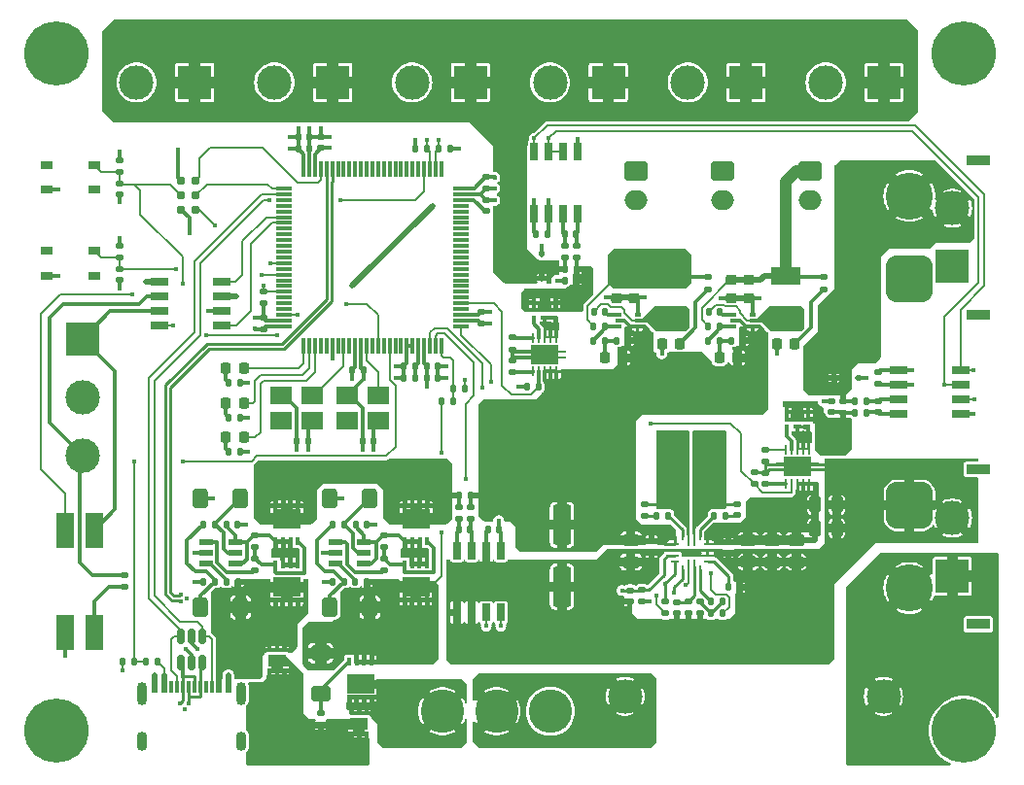
<source format=gbr>
%TF.GenerationSoftware,KiCad,Pcbnew,7.0.1*%
%TF.CreationDate,2023-07-17T00:50:59+01:00*%
%TF.ProjectId,Power Board,506f7765-7220-4426-9f61-72642e6b6963,rev?*%
%TF.SameCoordinates,Original*%
%TF.FileFunction,Copper,L1,Top*%
%TF.FilePolarity,Positive*%
%FSLAX46Y46*%
G04 Gerber Fmt 4.6, Leading zero omitted, Abs format (unit mm)*
G04 Created by KiCad (PCBNEW 7.0.1) date 2023-07-17 00:50:59*
%MOMM*%
%LPD*%
G01*
G04 APERTURE LIST*
G04 Aperture macros list*
%AMRoundRect*
0 Rectangle with rounded corners*
0 $1 Rounding radius*
0 $2 $3 $4 $5 $6 $7 $8 $9 X,Y pos of 4 corners*
0 Add a 4 corners polygon primitive as box body*
4,1,4,$2,$3,$4,$5,$6,$7,$8,$9,$2,$3,0*
0 Add four circle primitives for the rounded corners*
1,1,$1+$1,$2,$3*
1,1,$1+$1,$4,$5*
1,1,$1+$1,$6,$7*
1,1,$1+$1,$8,$9*
0 Add four rect primitives between the rounded corners*
20,1,$1+$1,$2,$3,$4,$5,0*
20,1,$1+$1,$4,$5,$6,$7,0*
20,1,$1+$1,$6,$7,$8,$9,0*
20,1,$1+$1,$8,$9,$2,$3,0*%
%AMFreePoly0*
4,1,21,-0.140000,1.193800,0.140000,1.193800,0.140000,1.893800,0.360000,1.893800,0.360000,1.193800,0.825500,1.193800,0.825500,-1.193800,0.360000,-1.194200,0.360000,-1.894200,0.140000,-1.894200,0.140000,-1.194200,-0.140000,-1.194200,-0.140000,-1.894200,-0.360000,-1.894200,-0.360000,-1.194200,-0.825500,-1.193800,-0.825500,1.193800,-0.360000,1.193800,-0.360000,1.893800,-0.140000,1.893800,
-0.140000,1.193800,-0.140000,1.193800,$1*%
G04 Aperture macros list end*
%TA.AperFunction,SMDPad,CuDef*%
%ADD10R,1.200000X0.600000*%
%TD*%
%TA.AperFunction,SMDPad,CuDef*%
%ADD11RoundRect,0.135000X0.135000X0.185000X-0.135000X0.185000X-0.135000X-0.185000X0.135000X-0.185000X0*%
%TD*%
%TA.AperFunction,SMDPad,CuDef*%
%ADD12R,0.425000X0.400000*%
%TD*%
%TA.AperFunction,SMDPad,CuDef*%
%ADD13R,1.150000X0.950000*%
%TD*%
%TA.AperFunction,SMDPad,CuDef*%
%ADD14R,0.750000X0.300000*%
%TD*%
%TA.AperFunction,ComponentPad*%
%ADD15R,3.000000X3.000000*%
%TD*%
%TA.AperFunction,ComponentPad*%
%ADD16C,3.000000*%
%TD*%
%TA.AperFunction,SMDPad,CuDef*%
%ADD17RoundRect,0.135000X0.185000X-0.135000X0.185000X0.135000X-0.185000X0.135000X-0.185000X-0.135000X0*%
%TD*%
%TA.AperFunction,SMDPad,CuDef*%
%ADD18RoundRect,0.140000X-0.140000X-0.170000X0.140000X-0.170000X0.140000X0.170000X-0.140000X0.170000X0*%
%TD*%
%TA.AperFunction,SMDPad,CuDef*%
%ADD19RoundRect,0.225000X-0.250000X0.225000X-0.250000X-0.225000X0.250000X-0.225000X0.250000X0.225000X0*%
%TD*%
%TA.AperFunction,ComponentPad*%
%ADD20C,3.781000*%
%TD*%
%TA.AperFunction,ComponentPad*%
%ADD21RoundRect,1.025000X-1.025000X1.025000X-1.025000X-1.025000X1.025000X-1.025000X1.025000X1.025000X0*%
%TD*%
%TA.AperFunction,ComponentPad*%
%ADD22C,4.100000*%
%TD*%
%TA.AperFunction,ComponentPad*%
%ADD23R,2.000000X0.900000*%
%TD*%
%TA.AperFunction,SMDPad,CuDef*%
%ADD24RoundRect,0.140000X-0.170000X0.140000X-0.170000X-0.140000X0.170000X-0.140000X0.170000X0.140000X0*%
%TD*%
%TA.AperFunction,SMDPad,CuDef*%
%ADD25RoundRect,0.250000X-0.475000X0.250000X-0.475000X-0.250000X0.475000X-0.250000X0.475000X0.250000X0*%
%TD*%
%TA.AperFunction,SMDPad,CuDef*%
%ADD26R,1.950000X1.650000*%
%TD*%
%TA.AperFunction,SMDPad,CuDef*%
%ADD27RoundRect,0.250000X-0.600000X0.400000X-0.600000X-0.400000X0.600000X-0.400000X0.600000X0.400000X0*%
%TD*%
%TA.AperFunction,SMDPad,CuDef*%
%ADD28RoundRect,0.250000X-0.250000X-0.475000X0.250000X-0.475000X0.250000X0.475000X-0.250000X0.475000X0*%
%TD*%
%TA.AperFunction,SMDPad,CuDef*%
%ADD29RoundRect,0.140000X0.140000X0.170000X-0.140000X0.170000X-0.140000X-0.170000X0.140000X-0.170000X0*%
%TD*%
%TA.AperFunction,SMDPad,CuDef*%
%ADD30RoundRect,0.218750X-0.218750X-0.256250X0.218750X-0.256250X0.218750X0.256250X-0.218750X0.256250X0*%
%TD*%
%TA.AperFunction,SMDPad,CuDef*%
%ADD31RoundRect,0.135000X-0.135000X-0.185000X0.135000X-0.185000X0.135000X0.185000X-0.135000X0.185000X0*%
%TD*%
%TA.AperFunction,SMDPad,CuDef*%
%ADD32RoundRect,0.093750X0.106250X-0.093750X0.106250X0.093750X-0.106250X0.093750X-0.106250X-0.093750X0*%
%TD*%
%TA.AperFunction,SMDPad,CuDef*%
%ADD33R,1.600000X1.000000*%
%TD*%
%TA.AperFunction,SMDPad,CuDef*%
%ADD34R,1.600000X3.100000*%
%TD*%
%TA.AperFunction,SMDPad,CuDef*%
%ADD35R,2.500000X1.500000*%
%TD*%
%TA.AperFunction,SMDPad,CuDef*%
%ADD36RoundRect,0.135000X-0.185000X0.135000X-0.185000X-0.135000X0.185000X-0.135000X0.185000X0.135000X0*%
%TD*%
%TA.AperFunction,SMDPad,CuDef*%
%ADD37R,0.420000X0.700000*%
%TD*%
%TA.AperFunction,SMDPad,CuDef*%
%ADD38R,0.420000X0.540000*%
%TD*%
%TA.AperFunction,SMDPad,CuDef*%
%ADD39R,2.370000X1.710000*%
%TD*%
%TA.AperFunction,SMDPad,CuDef*%
%ADD40RoundRect,0.140000X0.170000X-0.140000X0.170000X0.140000X-0.170000X0.140000X-0.170000X-0.140000X0*%
%TD*%
%TA.AperFunction,SMDPad,CuDef*%
%ADD41RoundRect,0.225000X0.225000X0.250000X-0.225000X0.250000X-0.225000X-0.250000X0.225000X-0.250000X0*%
%TD*%
%TA.AperFunction,SMDPad,CuDef*%
%ADD42R,0.279400X0.838200*%
%TD*%
%TA.AperFunction,SMDPad,CuDef*%
%ADD43FreePoly0,90.000000*%
%TD*%
%TA.AperFunction,SMDPad,CuDef*%
%ADD44R,1.050000X0.650000*%
%TD*%
%TA.AperFunction,SMDPad,CuDef*%
%ADD45R,0.650000X1.500000*%
%TD*%
%TA.AperFunction,SMDPad,CuDef*%
%ADD46R,1.500000X0.650000*%
%TD*%
%TA.AperFunction,SMDPad,CuDef*%
%ADD47RoundRect,0.150000X-0.150000X0.512500X-0.150000X-0.512500X0.150000X-0.512500X0.150000X0.512500X0*%
%TD*%
%TA.AperFunction,SMDPad,CuDef*%
%ADD48RoundRect,0.250000X-0.550000X1.500000X-0.550000X-1.500000X0.550000X-1.500000X0.550000X1.500000X0*%
%TD*%
%TA.AperFunction,SMDPad,CuDef*%
%ADD49R,0.475000X0.300000*%
%TD*%
%TA.AperFunction,SMDPad,CuDef*%
%ADD50R,0.300000X1.475000*%
%TD*%
%TA.AperFunction,SMDPad,CuDef*%
%ADD51R,1.475000X0.300000*%
%TD*%
%TA.AperFunction,ComponentPad*%
%ADD52C,5.600000*%
%TD*%
%TA.AperFunction,SMDPad,CuDef*%
%ADD53R,1.550000X5.600000*%
%TD*%
%TA.AperFunction,SMDPad,CuDef*%
%ADD54R,0.600000X1.140000*%
%TD*%
%TA.AperFunction,SMDPad,CuDef*%
%ADD55R,0.300000X1.140000*%
%TD*%
%TA.AperFunction,ComponentPad*%
%ADD56O,0.900000X2.000000*%
%TD*%
%TA.AperFunction,ComponentPad*%
%ADD57O,0.900000X1.700000*%
%TD*%
%TA.AperFunction,ComponentPad*%
%ADD58RoundRect,0.250000X-0.750000X0.600000X-0.750000X-0.600000X0.750000X-0.600000X0.750000X0.600000X0*%
%TD*%
%TA.AperFunction,ComponentPad*%
%ADD59O,2.000000X1.700000*%
%TD*%
%TA.AperFunction,SMDPad,CuDef*%
%ADD60RoundRect,0.250000X0.400000X0.600000X-0.400000X0.600000X-0.400000X-0.600000X0.400000X-0.600000X0*%
%TD*%
%TA.AperFunction,ConnectorPad*%
%ADD61C,0.787400*%
%TD*%
%TA.AperFunction,SMDPad,CuDef*%
%ADD62RoundRect,0.112500X0.112500X-0.187500X0.112500X0.187500X-0.112500X0.187500X-0.112500X-0.187500X0*%
%TD*%
%TA.AperFunction,SMDPad,CuDef*%
%ADD63R,0.800000X0.250000*%
%TD*%
%TA.AperFunction,SMDPad,CuDef*%
%ADD64R,0.700000X0.250000*%
%TD*%
%TA.AperFunction,SMDPad,CuDef*%
%ADD65R,0.250000X0.700000*%
%TD*%
%TA.AperFunction,SMDPad,CuDef*%
%ADD66R,0.250000X1.200000*%
%TD*%
%TA.AperFunction,SMDPad,CuDef*%
%ADD67RoundRect,0.112500X-0.187500X-0.112500X0.187500X-0.112500X0.187500X0.112500X-0.187500X0.112500X0*%
%TD*%
%TA.AperFunction,ViaPad*%
%ADD68C,0.450000*%
%TD*%
%TA.AperFunction,Conductor*%
%ADD69C,0.300000*%
%TD*%
%TA.AperFunction,Conductor*%
%ADD70C,0.500000*%
%TD*%
%TA.AperFunction,Conductor*%
%ADD71C,0.250000*%
%TD*%
%TA.AperFunction,Conductor*%
%ADD72C,0.200000*%
%TD*%
%TA.AperFunction,Conductor*%
%ADD73C,1.000000*%
%TD*%
G04 APERTURE END LIST*
D10*
%TO.P,IC208,1*%
%TO.N,/Power/VBUS_COMP_OUT*%
X125525000Y-113050000D03*
%TO.P,IC208,2,V-*%
%TO.N,GND*%
X125525000Y-114000000D03*
%TO.P,IC208,3,-*%
%TO.N,/Power/VBUS_COMP-*%
X125525000Y-114950000D03*
%TO.P,IC208,4,+*%
%TO.N,/Power/VBUS_SOURCE*%
X128025000Y-114950000D03*
%TO.P,IC208,5,SH*%
%TO.N,/Power/VBUS_SHDN_K*%
X128025000Y-114000000D03*
%TO.P,IC208,6,V+*%
%TO.N,/Power/VBUS_SOURCE*%
X128025000Y-113050000D03*
%TD*%
D11*
%TO.P,R312,1*%
%TO.N,VBUS*%
X121260000Y-123500000D03*
%TO.P,R312,2*%
%TO.N,VBUS{slash}11*%
X120240000Y-123500000D03*
%TD*%
D12*
%TO.P,Q207,1,D*%
%TO.N,/Power/12V_OUT_D*%
X176062001Y-101724999D03*
%TO.P,Q207,2,D*%
X176062001Y-102374999D03*
%TO.P,Q207,3,G*%
%TO.N,/Power/12V_OUT_G*%
X176062001Y-103024999D03*
%TO.P,Q207,4,S*%
%TO.N,/Power/12V_OUT_S*%
X177938001Y-103024999D03*
%TO.P,Q207,5,D*%
%TO.N,/Power/12V_OUT_D*%
X177938001Y-102374999D03*
%TO.P,Q207,6,D*%
X177938001Y-101724999D03*
D13*
%TO.P,Q207,7,D*%
X177000001Y-102049999D03*
D14*
%TO.P,Q207,8,S*%
%TO.N,/Power/12V_OUT_S*%
X177000001Y-103024999D03*
%TD*%
D15*
%TO.P,J214,1,Pin_1*%
%TO.N,VOUT*%
X148540000Y-73000000D03*
D16*
%TO.P,J214,2,Pin_2*%
%TO.N,GND*%
X143460000Y-73000000D03*
%TD*%
D17*
%TO.P,R302,1*%
%TO.N,BTN*%
X118000000Y-88250000D03*
%TO.P,R302,2*%
%TO.N,+3.3V*%
X118000000Y-87230000D03*
%TD*%
D18*
%TO.P,C308,1*%
%TO.N,+3.3V*%
X144750000Y-98750000D03*
%TO.P,C308,2*%
%TO.N,GND*%
X145710000Y-98750000D03*
%TD*%
D19*
%TO.P,C228,1*%
%TO.N,+5V*%
X171250000Y-90225000D03*
%TO.P,C228,2*%
%TO.N,GND*%
X171250000Y-91775000D03*
%TD*%
D20*
%TO.P,SW201,1,A*%
%TO.N,/Power/VBAT_SWITCHED*%
X146101000Y-127800000D03*
%TO.P,SW201,2,B*%
%TO.N,/Power/VBAT_FUSED*%
X150800000Y-127800000D03*
%TO.P,SW201,3,C*%
%TO.N,unconnected-(SW201-C-Pad3)*%
X155499000Y-127800000D03*
%TD*%
D15*
%TO.P,J215,1,Pin_1*%
%TO.N,GND*%
X190500000Y-89040000D03*
D16*
%TO.P,J215,2,Pin_2*%
%TO.N,/Power/12V_OUT*%
X190500000Y-83960000D03*
%TD*%
D15*
%TO.P,J204,1,Pin_1*%
%TO.N,VBAT_RAW*%
X190500000Y-116040000D03*
D16*
%TO.P,J204,2,Pin_2*%
%TO.N,GND*%
X190500000Y-110960000D03*
%TD*%
D21*
%TO.P,J201,1,-*%
%TO.N,GND*%
X186750000Y-90100000D03*
D22*
%TO.P,J201,2,+*%
%TO.N,/Power/12V_OUT*%
X186750000Y-82900000D03*
D23*
%TO.P,J201,SH1,SH1*%
%TO.N,unconnected-(J201-PadSH1)*%
X192750000Y-93250000D03*
%TO.P,J201,SH2,SH2*%
%TO.N,unconnected-(J201-PadSH2)*%
X192750000Y-79750000D03*
%TD*%
D24*
%TO.P,C212,1*%
%TO.N,/Power/OC*%
X166500000Y-118290000D03*
%TO.P,C212,2*%
%TO.N,GND*%
X166500000Y-119250000D03*
%TD*%
D25*
%TO.P,C227,1*%
%TO.N,+12V*%
X176900000Y-112900000D03*
%TO.P,C227,2*%
%TO.N,GND*%
X176900000Y-114800000D03*
%TD*%
D26*
%TO.P,X302,1,OE*%
%TO.N,unconnected-(X302-OE-Pad1)*%
X132025000Y-102500000D03*
%TO.P,X302,2,GND*%
%TO.N,GND*%
X134775000Y-102500000D03*
%TO.P,X302,3,OUT*%
%TO.N,OSC32K*%
X134775000Y-100300000D03*
%TO.P,X302,4,VDD*%
%TO.N,+3.3V*%
X132025000Y-100300000D03*
%TD*%
D27*
%TO.P,D205,1,K*%
%TO.N,VBAT*%
X135500000Y-122750000D03*
%TO.P,D205,2,A*%
%TO.N,/Power/RP_PMOS_G*%
X135500000Y-126250000D03*
%TD*%
D16*
%TO.P,F201,1*%
%TO.N,VBAT_RAW*%
X184500000Y-126500000D03*
%TO.P,F201,2*%
%TO.N,/Power/VBAT_FUSED*%
X162000000Y-126500000D03*
%TD*%
D28*
%TO.P,C222,1*%
%TO.N,+12V*%
X178550000Y-109800000D03*
%TO.P,C222,2*%
%TO.N,GND*%
X180450000Y-109800000D03*
%TD*%
D29*
%TO.P,C313,1*%
%TO.N,+3.3V*%
X139210000Y-98100000D03*
%TO.P,C313,2*%
%TO.N,GND*%
X138250000Y-98100000D03*
%TD*%
%TO.P,C219,1*%
%TO.N,/Power/5V_BST*%
X170230000Y-93000000D03*
%TO.P,C219,2*%
%TO.N,/Power/5V_SW*%
X169270000Y-93000000D03*
%TD*%
D30*
%TO.P,D206,1,K*%
%TO.N,GND*%
X165212500Y-95750000D03*
%TO.P,D206,2,A*%
%TO.N,/Power/3V3_LED_A*%
X166787500Y-95750000D03*
%TD*%
D31*
%TO.P,R237,1*%
%TO.N,VOUT*%
X156740000Y-89250000D03*
%TO.P,R237,2*%
%TO.N,/Power/VOUT_D*%
X157760000Y-89250000D03*
%TD*%
D18*
%TO.P,C205,1*%
%TO.N,/Power/VDD_VIN+*%
X147545000Y-112000000D03*
%TO.P,C205,2*%
%TO.N,/Power/VDD_VIN-*%
X148505000Y-112000000D03*
%TD*%
D17*
%TO.P,R211,1*%
%TO.N,/Power/VBAT_COMP_OUT*%
X141025000Y-115510000D03*
%TO.P,R211,2*%
%TO.N,/Power/VBAT_GATE*%
X141025000Y-114490000D03*
%TD*%
D30*
%TO.P,D301,1,K*%
%TO.N,/Control/LEDR_K*%
X127212500Y-100950000D03*
%TO.P,D301,2,A*%
%TO.N,LEDR*%
X128787500Y-100950000D03*
%TD*%
D32*
%TO.P,U203,1,GND*%
%TO.N,GND*%
X138200000Y-129775000D03*
%TO.P,U203,2,GND*%
X138850000Y-129775000D03*
%TO.P,U203,3,GND*%
X139500000Y-129775000D03*
%TO.P,U203,4,IN*%
%TO.N,/Power/VBAT_SWITCHED*%
X139500000Y-128000000D03*
%TO.P,U203,5,IN*%
X138850000Y-128000000D03*
%TO.P,U203,6,IN*%
X138200000Y-128000000D03*
D33*
%TO.P,U203,7,GND*%
%TO.N,GND*%
X138850000Y-128887500D03*
%TD*%
D34*
%TO.P,SW301,1*%
%TO.N,+3.3V*%
X113230000Y-120945000D03*
%TO.P,SW301,2*%
%TO.N,/Control/CAN_SW*%
X115770000Y-120945000D03*
%TO.P,SW301,3*%
%TO.N,/Control/CANH*%
X115770000Y-112055000D03*
%TO.P,SW301,4*%
%TO.N,BOOT0*%
X113230000Y-112055000D03*
%TD*%
D11*
%TO.P,R309,1*%
%TO.N,GND*%
X128510000Y-105200000D03*
%TO.P,R309,2*%
%TO.N,/Control/LEDB_K*%
X127490000Y-105200000D03*
%TD*%
D15*
%TO.P,J211,1,Pin_1*%
%TO.N,VOUT*%
X136540000Y-73000000D03*
D16*
%TO.P,J211,2,Pin_2*%
%TO.N,GND*%
X131460000Y-73000000D03*
%TD*%
D35*
%TO.P,L202,1*%
%TO.N,/Power/5V_SW*%
X176000000Y-93600000D03*
%TO.P,L202,2*%
%TO.N,+5V*%
X176000000Y-89900000D03*
%TD*%
D15*
%TO.P,J207,1,Pin_1*%
%TO.N,VOUT*%
X160540000Y-73000000D03*
D16*
%TO.P,J207,2,Pin_2*%
%TO.N,GND*%
X155460000Y-73000000D03*
%TD*%
D31*
%TO.P,R225,1*%
%TO.N,/Power/5V_FB*%
X169220000Y-95500000D03*
%TO.P,R225,2*%
%TO.N,GND*%
X170240000Y-95500000D03*
%TD*%
D36*
%TO.P,R202,1*%
%TO.N,/Power/12V_OUT*%
X181000000Y-100764999D03*
%TO.P,R202,2*%
%TO.N,/Power/12V_OUT_D*%
X181000000Y-101784999D03*
%TD*%
D37*
%TO.P,Q202,1,S_1*%
%TO.N,/Power/VBUS_SOURCE*%
X133500000Y-115045000D03*
%TO.P,Q202,2,S_2*%
X132850000Y-115045000D03*
%TO.P,Q202,3,S_3*%
X132200000Y-115045000D03*
%TO.P,Q202,4,G*%
%TO.N,/Power/VBUS_GATE*%
X131550000Y-115045000D03*
D38*
%TO.P,Q202,5,D_1*%
%TO.N,VBUS*%
X131550000Y-118125000D03*
%TO.P,Q202,6,D_2*%
X132200000Y-118125000D03*
%TO.P,Q202,7,D_3*%
X132850000Y-118125000D03*
%TO.P,Q202,8,D_4*%
X133500000Y-118125000D03*
D39*
%TO.P,Q202,9,D_5*%
X132525000Y-117000000D03*
%TD*%
D36*
%TO.P,R213,1*%
%TO.N,VIN*%
X147525000Y-109990000D03*
%TO.P,R213,2*%
%TO.N,/Power/VDD_VIN+*%
X147525000Y-111010000D03*
%TD*%
D29*
%TO.P,C215,1*%
%TO.N,VDD*%
X172230000Y-95500000D03*
%TO.P,C215,2*%
%TO.N,GND*%
X171270000Y-95500000D03*
%TD*%
D15*
%TO.P,J213,1,Pin_1*%
%TO.N,VOUT*%
X184540000Y-73000000D03*
D16*
%TO.P,J213,2,Pin_2*%
%TO.N,GND*%
X179460000Y-73000000D03*
%TD*%
D25*
%TO.P,C223,1*%
%TO.N,+12V*%
X172700000Y-112890000D03*
%TO.P,C223,2*%
%TO.N,GND*%
X172700000Y-114790000D03*
%TD*%
D40*
%TO.P,C201,1*%
%TO.N,/Power/12V_VIN+*%
X184000000Y-101754999D03*
%TO.P,C201,2*%
%TO.N,/Power/12V_VIN-*%
X184000000Y-100794999D03*
%TD*%
D17*
%TO.P,R217,1*%
%TO.N,VDD*%
X163440000Y-118260000D03*
%TO.P,R217,2*%
%TO.N,12V_EN*%
X163440000Y-117240000D03*
%TD*%
D18*
%TO.P,C231,1*%
%TO.N,/Power/VBUS_SOURCE*%
X127295000Y-111500000D03*
%TO.P,C231,2*%
%TO.N,GND*%
X128255000Y-111500000D03*
%TD*%
D11*
%TO.P,R231,1*%
%TO.N,/Power/VBUS_SHDN_A*%
X126285000Y-116500000D03*
%TO.P,R231,2*%
%TO.N,GND*%
X125265000Y-116500000D03*
%TD*%
D17*
%TO.P,R216,1*%
%TO.N,+3.3V*%
X165500000Y-119280000D03*
%TO.P,R216,2*%
%TO.N,ALT*%
X165500000Y-118260000D03*
%TD*%
D40*
%TO.P,C218,1*%
%TO.N,/Power/BST22*%
X171750000Y-110730000D03*
%TO.P,C218,2*%
%TO.N,/Power/12V_SW2*%
X171750000Y-109770000D03*
%TD*%
D15*
%TO.P,J208,1,Pin_1*%
%TO.N,VOUT*%
X124540000Y-73000000D03*
D16*
%TO.P,J208,2,Pin_2*%
%TO.N,GND*%
X119460000Y-73000000D03*
%TD*%
D41*
%TO.P,C214,1*%
%TO.N,VDD*%
X161775000Y-97000000D03*
%TO.P,C214,2*%
%TO.N,GND*%
X160225000Y-97000000D03*
%TD*%
D18*
%TO.P,C206,1*%
%TO.N,GND*%
X150045000Y-112000000D03*
%TO.P,C206,2*%
%TO.N,+3.3V*%
X151005000Y-112000000D03*
%TD*%
D36*
%TO.P,R212,1*%
%TO.N,/Power/12V_OUT_ILIM*%
X174250001Y-105014999D03*
%TO.P,R212,2*%
%TO.N,GND*%
X174250001Y-106034999D03*
%TD*%
D32*
%TO.P,U303,1,GND*%
%TO.N,GND*%
X131050000Y-124275000D03*
%TO.P,U303,2,GND*%
X131700000Y-124275000D03*
%TO.P,U303,3,GND*%
X132350000Y-124275000D03*
%TO.P,U303,4,IN*%
%TO.N,VBUS*%
X132350000Y-122500000D03*
%TO.P,U303,5,IN*%
X131700000Y-122500000D03*
%TO.P,U303,6,IN*%
X131050000Y-122500000D03*
D33*
%TO.P,U303,7,GND*%
%TO.N,GND*%
X131700000Y-123387500D03*
%TD*%
D19*
%TO.P,C224,1*%
%TO.N,+5V*%
X172750000Y-90225000D03*
%TO.P,C224,2*%
%TO.N,GND*%
X172750000Y-91775000D03*
%TD*%
D11*
%TO.P,R305,1*%
%TO.N,+3.3V*%
X146810000Y-78750000D03*
%TO.P,R305,2*%
%TO.N,SCL*%
X145790000Y-78750000D03*
%TD*%
D42*
%TO.P,U202,1,DV/DT*%
%TO.N,/Power/12V_OUT_DV{slash}DT*%
X175999999Y-107975001D03*
%TO.P,U202,2,EN/UVLO*%
%TO.N,12V_OUT_EN*%
X176500001Y-107975001D03*
%TO.P,U202,3,VIN*%
%TO.N,+12V*%
X177000000Y-107975001D03*
%TO.P,U202,4,VIN*%
X177499999Y-107975001D03*
%TO.P,U202,5,VIN*%
X178000001Y-107975001D03*
%TO.P,U202,6,VOUT*%
%TO.N,/Power/12V_OUT_S*%
X178000001Y-105024999D03*
%TO.P,U202,7,VOUT*%
X177499999Y-105024999D03*
%TO.P,U202,8,VOUT*%
X177000000Y-105024999D03*
%TO.P,U202,9,EFET*%
%TO.N,/Power/12V_OUT_G*%
X176500001Y-105024999D03*
%TO.P,U202,10,ILIM*%
%TO.N,/Power/12V_OUT_ILIM*%
X175999999Y-105024999D03*
D43*
%TO.P,U202,11,GND*%
%TO.N,GND*%
X176993800Y-106500000D03*
%TD*%
D44*
%TO.P,S302,1,NO_1*%
%TO.N,unconnected-(S302-NO_1-Pad1)*%
X111675000Y-80195000D03*
%TO.P,S302,2,NO_2*%
%TO.N,NRST*%
X115825000Y-80195000D03*
%TO.P,S302,3,COM_1*%
%TO.N,GND*%
X111675000Y-82345000D03*
%TO.P,S302,4,COM_2*%
%TO.N,unconnected-(S302-COM_2-Pad4)*%
X115825000Y-82345000D03*
%TD*%
D41*
%TO.P,C213,1*%
%TO.N,VDD*%
X171775000Y-97000000D03*
%TO.P,C213,2*%
%TO.N,GND*%
X170225000Y-97000000D03*
%TD*%
D18*
%TO.P,C203,1*%
%TO.N,/Power/VBAT_SOURCE*%
X138545000Y-111500000D03*
%TO.P,C203,2*%
%TO.N,GND*%
X139505000Y-111500000D03*
%TD*%
D31*
%TO.P,R201,1*%
%TO.N,/Power/12V_OUT_D*%
X181990000Y-101774999D03*
%TO.P,R201,2*%
%TO.N,/Power/12V_VIN+*%
X183010000Y-101774999D03*
%TD*%
D45*
%TO.P,IC204,1,A1*%
%TO.N,GND*%
X147370000Y-119200000D03*
%TO.P,IC204,2,A0*%
X148640000Y-119200000D03*
%TO.P,IC204,3,SDA*%
%TO.N,SDA*%
X149910000Y-119200000D03*
%TO.P,IC204,4,SCL*%
%TO.N,SCL*%
X151180000Y-119200000D03*
%TO.P,IC204,5,VS*%
%TO.N,+3.3V*%
X151180000Y-113800000D03*
%TO.P,IC204,6,GND*%
%TO.N,GND*%
X149910000Y-113800000D03*
%TO.P,IC204,7,IN-*%
%TO.N,/Power/VDD_VIN-*%
X148640000Y-113800000D03*
%TO.P,IC204,8,IN+*%
%TO.N,/Power/VDD_VIN+*%
X147370000Y-113800000D03*
%TD*%
D18*
%TO.P,C307,1*%
%TO.N,+3.3V*%
X144750000Y-97750000D03*
%TO.P,C307,2*%
%TO.N,GND*%
X145710000Y-97750000D03*
%TD*%
D40*
%TO.P,C204,1*%
%TO.N,/Power/VOUT_DV{slash}DT*%
X152187999Y-98230000D03*
%TO.P,C204,2*%
%TO.N,GND*%
X152187999Y-97270000D03*
%TD*%
D46*
%TO.P,IC302,1,TXD*%
%TO.N,CAN_TX*%
X126900000Y-94205000D03*
%TO.P,IC302,2,GND*%
%TO.N,GND*%
X126900000Y-92935000D03*
%TO.P,IC302,3,VCC*%
%TO.N,+5V*%
X126900000Y-91665000D03*
%TO.P,IC302,4,RXD*%
%TO.N,CAN_RX*%
X126900000Y-90395000D03*
%TO.P,IC302,5,VIO*%
%TO.N,+3.3V*%
X121500000Y-90395000D03*
%TO.P,IC302,6,CANL*%
%TO.N,/Control/CANL*%
X121500000Y-91665000D03*
%TO.P,IC302,7,CANH*%
%TO.N,/Control/CANH*%
X121500000Y-92935000D03*
%TO.P,IC302,8,S*%
%TO.N,SILENT*%
X121500000Y-94205000D03*
%TD*%
D36*
%TO.P,R229,1*%
%TO.N,+3.3V*%
X169250000Y-89990000D03*
%TO.P,R229,2*%
%TO.N,/Power/3V3_LED_A*%
X169250000Y-91010000D03*
%TD*%
D31*
%TO.P,R311,1*%
%TO.N,VBAT{slash}11*%
X147011254Y-99710937D03*
%TO.P,R311,2*%
%TO.N,GND*%
X148031254Y-99710937D03*
%TD*%
D17*
%TO.P,R235,1*%
%TO.N,/Power/VBUS_COMP_OUT*%
X129775000Y-115510000D03*
%TO.P,R235,2*%
%TO.N,/Power/VBUS_GATE*%
X129775000Y-114490000D03*
%TD*%
D24*
%TO.P,C311,1*%
%TO.N,+3.3V*%
X149900000Y-81270000D03*
%TO.P,C311,2*%
%TO.N,GND*%
X149900000Y-82230000D03*
%TD*%
D29*
%TO.P,C211,1*%
%TO.N,GND*%
X171980000Y-117000000D03*
%TO.P,C211,2*%
%TO.N,/Power/3V65*%
X171020000Y-117000000D03*
%TD*%
D31*
%TO.P,R232,1*%
%TO.N,/Power/VBUS_SHDN_A*%
X125265000Y-111500000D03*
%TO.P,R232,2*%
%TO.N,/Power/VBUS_SHDN_K*%
X126285000Y-111500000D03*
%TD*%
D15*
%TO.P,J303,1,Pin_1*%
%TO.N,/Control/CANH*%
X114750000Y-95340000D03*
D16*
%TO.P,J303,2,Pin_2*%
%TO.N,GND*%
X114750000Y-100420000D03*
%TO.P,J303,3,Pin_3*%
%TO.N,/Control/CANL*%
X114750000Y-105500000D03*
%TD*%
D24*
%TO.P,C310,1*%
%TO.N,+3.3V*%
X149500000Y-93020000D03*
%TO.P,C310,2*%
%TO.N,GND*%
X149500000Y-93980000D03*
%TD*%
D36*
%TO.P,R228,1*%
%TO.N,+5V*%
X179250000Y-89990000D03*
%TO.P,R228,2*%
%TO.N,/Power/5V_LED_A*%
X179250000Y-91010000D03*
%TD*%
D11*
%TO.P,R230,1*%
%TO.N,VBAT*%
X139535000Y-116500000D03*
%TO.P,R230,2*%
%TO.N,/Power/VBAT_COMP-*%
X138515000Y-116500000D03*
%TD*%
%TO.P,R204,1*%
%TO.N,/Power/VBAT_SHDN_A*%
X137535000Y-116500000D03*
%TO.P,R204,2*%
%TO.N,GND*%
X136515000Y-116500000D03*
%TD*%
D47*
%TO.P,U302,1,IO1*%
%TO.N,/Control/CC2*%
X125200000Y-121262500D03*
%TO.P,U302,2,GND*%
%TO.N,GND*%
X124250000Y-121262500D03*
%TO.P,U302,3,IO2*%
%TO.N,/Control/CC1*%
X123300000Y-121262500D03*
%TO.P,U302,4,IO3*%
%TO.N,USB_DN*%
X123300000Y-123537500D03*
%TO.P,U302,5,VBUS*%
%TO.N,+3.3V*%
X124250000Y-123537500D03*
%TO.P,U302,6,IO4*%
%TO.N,USB_DP*%
X125200000Y-123537500D03*
%TD*%
D24*
%TO.P,C304,1*%
%TO.N,NRST*%
X118000000Y-81790000D03*
%TO.P,C304,2*%
%TO.N,GND*%
X118000000Y-82750000D03*
%TD*%
D48*
%TO.P,C207,1*%
%TO.N,VDD*%
X156500000Y-111550000D03*
%TO.P,C207,2*%
%TO.N,GND*%
X156500000Y-116950000D03*
%TD*%
D49*
%TO.P,IC207,1,VIN*%
%TO.N,VDD*%
X163088000Y-94250000D03*
%TO.P,IC207,2,SW*%
%TO.N,/Power/3V3_SW*%
X163088000Y-93750000D03*
%TO.P,IC207,3,GND*%
%TO.N,GND*%
X163088000Y-93250000D03*
%TO.P,IC207,4,BST*%
%TO.N,/Power/3V3_BST*%
X161412000Y-93250000D03*
%TO.P,IC207,5,EN*%
%TO.N,VDD*%
X161412000Y-93750000D03*
%TO.P,IC207,6,FB*%
%TO.N,/Power/3V3_FB*%
X161412000Y-94250000D03*
%TD*%
D40*
%TO.P,C309,1*%
%TO.N,/Control/VCAP*%
X149900000Y-84230000D03*
%TO.P,C309,2*%
%TO.N,GND*%
X149900000Y-83270000D03*
%TD*%
D30*
%TO.P,D202,1,K*%
%TO.N,GND*%
X175212500Y-95750000D03*
%TO.P,D202,2,A*%
%TO.N,/Power/5V_LED_A*%
X176787500Y-95750000D03*
%TD*%
D50*
%TO.P,IC301,1,PE2*%
%TO.N,LEDG*%
X134000000Y-95988000D03*
%TO.P,IC301,2,PE3*%
%TO.N,LEDR*%
X134500000Y-95988000D03*
%TO.P,IC301,3,PE4*%
%TO.N,LEDB*%
X135000000Y-95988000D03*
%TO.P,IC301,4,PE5*%
%TO.N,unconnected-(IC301-PE5-Pad4)*%
X135500000Y-95988000D03*
%TO.P,IC301,5,PE6*%
%TO.N,unconnected-(IC301-PE6-Pad5)*%
X136000000Y-95988000D03*
%TO.P,IC301,6,VBAT*%
%TO.N,+3.3V*%
X136500000Y-95988000D03*
%TO.P,IC301,7,PC13*%
%TO.N,unconnected-(IC301-PC13-Pad7)*%
X137000000Y-95988000D03*
%TO.P,IC301,8,PC14-OSC32_IN*%
%TO.N,OSC32K*%
X137500000Y-95988000D03*
%TO.P,IC301,9,PC15-OSC32_OUT*%
%TO.N,unconnected-(IC301-PC15-OSC32_OUT-Pad9)*%
X138000000Y-95988000D03*
%TO.P,IC301,10,VSS_1*%
%TO.N,GND*%
X138500000Y-95988000D03*
%TO.P,IC301,11,VDD_1*%
%TO.N,+3.3V*%
X139000000Y-95988000D03*
%TO.P,IC301,12,PH0-OSC_IN*%
%TO.N,OSC25M*%
X139500000Y-95988000D03*
%TO.P,IC301,13,PH1-OSC_OUT*%
%TO.N,unconnected-(IC301-PH1-OSC_OUT-Pad13)*%
X140000000Y-95988000D03*
%TO.P,IC301,14,NRST*%
%TO.N,NRST*%
X140500000Y-95988000D03*
%TO.P,IC301,15,PC0*%
%TO.N,unconnected-(IC301-PC0-Pad15)*%
X141000000Y-95988000D03*
%TO.P,IC301,16,PC1*%
%TO.N,VBUS{slash}11*%
X141500000Y-95988000D03*
%TO.P,IC301,17,PC2*%
%TO.N,unconnected-(IC301-PC2-Pad17)*%
X142000000Y-95988000D03*
%TO.P,IC301,18,PC3*%
%TO.N,unconnected-(IC301-PC3-Pad18)*%
X142500000Y-95988000D03*
%TO.P,IC301,19,VSSA*%
%TO.N,GND*%
X143000000Y-95988000D03*
%TO.P,IC301,20,VREF-*%
X143500000Y-95988000D03*
%TO.P,IC301,21,VREF+*%
%TO.N,/Control/VREF+*%
X144000000Y-95988000D03*
%TO.P,IC301,22,VDDA*%
%TO.N,+3.3V*%
X144500000Y-95988000D03*
%TO.P,IC301,23,PA0*%
%TO.N,ALT*%
X145000000Y-95988000D03*
%TO.P,IC301,24,PA1*%
%TO.N,12V_EN*%
X145500000Y-95988000D03*
%TO.P,IC301,25,PA2*%
%TO.N,VBAT{slash}11*%
X146000000Y-95988000D03*
D51*
%TO.P,IC301,26,PA3*%
%TO.N,12V_OUT_EN*%
X147738000Y-94250000D03*
%TO.P,IC301,27,VSS_2*%
%TO.N,GND*%
X147738000Y-93750000D03*
%TO.P,IC301,28,VDD_2*%
%TO.N,+3.3V*%
X147738000Y-93250000D03*
%TO.P,IC301,29,PA4*%
%TO.N,unconnected-(IC301-PA4-Pad29)*%
X147738000Y-92750000D03*
%TO.P,IC301,30,PA5*%
%TO.N,VOUT_EN*%
X147738000Y-92250000D03*
%TO.P,IC301,31,PA6*%
%TO.N,unconnected-(IC301-PA6-Pad31)*%
X147738000Y-91750000D03*
%TO.P,IC301,32,PA7*%
%TO.N,unconnected-(IC301-PA7-Pad32)*%
X147738000Y-91250000D03*
%TO.P,IC301,33,PC4*%
%TO.N,unconnected-(IC301-PC4-Pad33)*%
X147738000Y-90750000D03*
%TO.P,IC301,34,PC5*%
%TO.N,unconnected-(IC301-PC5-Pad34)*%
X147738000Y-90250000D03*
%TO.P,IC301,35,PB0*%
%TO.N,unconnected-(IC301-PB0-Pad35)*%
X147738000Y-89750000D03*
%TO.P,IC301,36,PB1*%
%TO.N,unconnected-(IC301-PB1-Pad36)*%
X147738000Y-89250000D03*
%TO.P,IC301,37,PB2*%
%TO.N,unconnected-(IC301-PB2-Pad37)*%
X147738000Y-88750000D03*
%TO.P,IC301,38,PE7*%
%TO.N,unconnected-(IC301-PE7-Pad38)*%
X147738000Y-88250000D03*
%TO.P,IC301,39,PE8*%
%TO.N,unconnected-(IC301-PE8-Pad39)*%
X147738000Y-87750000D03*
%TO.P,IC301,40,PE9*%
%TO.N,unconnected-(IC301-PE9-Pad40)*%
X147738000Y-87250000D03*
%TO.P,IC301,41,PE10*%
%TO.N,unconnected-(IC301-PE10-Pad41)*%
X147738000Y-86750000D03*
%TO.P,IC301,42,PE11*%
%TO.N,unconnected-(IC301-PE11-Pad42)*%
X147738000Y-86250000D03*
%TO.P,IC301,43,PE12*%
%TO.N,unconnected-(IC301-PE12-Pad43)*%
X147738000Y-85750000D03*
%TO.P,IC301,44,PE13*%
%TO.N,unconnected-(IC301-PE13-Pad44)*%
X147738000Y-85250000D03*
%TO.P,IC301,45,PE14*%
%TO.N,unconnected-(IC301-PE14-Pad45)*%
X147738000Y-84750000D03*
%TO.P,IC301,46,PE15*%
%TO.N,unconnected-(IC301-PE15-Pad46)*%
X147738000Y-84250000D03*
%TO.P,IC301,47,PB10*%
%TO.N,unconnected-(IC301-PB10-Pad47)*%
X147738000Y-83750000D03*
%TO.P,IC301,48,VCAP*%
%TO.N,/Control/VCAP*%
X147738000Y-83250000D03*
%TO.P,IC301,49,VSS_3*%
%TO.N,GND*%
X147738000Y-82750000D03*
%TO.P,IC301,50,VDD_3*%
%TO.N,+3.3V*%
X147738000Y-82250000D03*
D50*
%TO.P,IC301,51,PB12*%
%TO.N,unconnected-(IC301-PB12-Pad51)*%
X146000000Y-80512000D03*
%TO.P,IC301,52,PB13*%
%TO.N,SCL*%
X145500000Y-80512000D03*
%TO.P,IC301,53,PB14*%
%TO.N,SDA*%
X145000000Y-80512000D03*
%TO.P,IC301,54,PB15*%
%TO.N,/Control/CC2*%
X144500000Y-80512000D03*
%TO.P,IC301,55,PD8*%
%TO.N,unconnected-(IC301-PD8-Pad55)*%
X144000000Y-80512000D03*
%TO.P,IC301,56,PD9*%
%TO.N,unconnected-(IC301-PD9-Pad56)*%
X143500000Y-80512000D03*
%TO.P,IC301,57,PD10*%
%TO.N,unconnected-(IC301-PD10-Pad57)*%
X143000000Y-80512000D03*
%TO.P,IC301,58,PD11*%
%TO.N,unconnected-(IC301-PD11-Pad58)*%
X142500000Y-80512000D03*
%TO.P,IC301,59,PD12*%
%TO.N,unconnected-(IC301-PD12-Pad59)*%
X142000000Y-80512000D03*
%TO.P,IC301,60,PD13*%
%TO.N,unconnected-(IC301-PD13-Pad60)*%
X141500000Y-80512000D03*
%TO.P,IC301,61,PD14*%
%TO.N,unconnected-(IC301-PD14-Pad61)*%
X141000000Y-80512000D03*
%TO.P,IC301,62,PD15*%
%TO.N,unconnected-(IC301-PD15-Pad62)*%
X140500000Y-80512000D03*
%TO.P,IC301,63,PC6*%
%TO.N,unconnected-(IC301-PC6-Pad63)*%
X140000000Y-80512000D03*
%TO.P,IC301,64,PC7*%
%TO.N,unconnected-(IC301-PC7-Pad64)*%
X139500000Y-80512000D03*
%TO.P,IC301,65,PC8*%
%TO.N,unconnected-(IC301-PC8-Pad65)*%
X139000000Y-80512000D03*
%TO.P,IC301,66,PC9*%
%TO.N,unconnected-(IC301-PC9-Pad66)*%
X138500000Y-80512000D03*
%TO.P,IC301,67,PA8*%
%TO.N,unconnected-(IC301-PA8-Pad67)*%
X138000000Y-80512000D03*
%TO.P,IC301,68,PA9*%
%TO.N,unconnected-(IC301-PA9-Pad68)*%
X137500000Y-80512000D03*
%TO.P,IC301,69,PA10*%
%TO.N,unconnected-(IC301-PA10-Pad69)*%
X137000000Y-80512000D03*
%TO.P,IC301,70,PA11*%
%TO.N,USB_DN*%
X136500000Y-80512000D03*
%TO.P,IC301,71,PA12*%
%TO.N,USB_DP*%
X136000000Y-80512000D03*
%TO.P,IC301,72,PA13*%
%TO.N,SWDIO*%
X135500000Y-80512000D03*
%TO.P,IC301,73,VDDUSB*%
%TO.N,+3.3V*%
X135000000Y-80512000D03*
%TO.P,IC301,74,VSS_4*%
%TO.N,GND*%
X134500000Y-80512000D03*
%TO.P,IC301,75,VDD_4*%
%TO.N,+3.3V*%
X134000000Y-80512000D03*
D51*
%TO.P,IC301,76,PA14*%
%TO.N,SWCLK*%
X132262000Y-82250000D03*
%TO.P,IC301,77,PA15*%
%TO.N,/Control/CC1*%
X132262000Y-82750000D03*
%TO.P,IC301,78,PC10*%
%TO.N,unconnected-(IC301-PC10-Pad78)*%
X132262000Y-83250000D03*
%TO.P,IC301,79,PC11*%
%TO.N,unconnected-(IC301-PC11-Pad79)*%
X132262000Y-83750000D03*
%TO.P,IC301,80,PC12*%
%TO.N,unconnected-(IC301-PC12-Pad80)*%
X132262000Y-84250000D03*
%TO.P,IC301,81,PD0*%
%TO.N,CAN_RX*%
X132262000Y-84750000D03*
%TO.P,IC301,82,PD1*%
%TO.N,CAN_TX*%
X132262000Y-85250000D03*
%TO.P,IC301,83,PD2*%
%TO.N,unconnected-(IC301-PD2-Pad83)*%
X132262000Y-85750000D03*
%TO.P,IC301,84,PD3*%
%TO.N,unconnected-(IC301-PD3-Pad84)*%
X132262000Y-86250000D03*
%TO.P,IC301,85,PD4*%
%TO.N,unconnected-(IC301-PD4-Pad85)*%
X132262000Y-86750000D03*
%TO.P,IC301,86,PD5*%
%TO.N,unconnected-(IC301-PD5-Pad86)*%
X132262000Y-87250000D03*
%TO.P,IC301,87,PD6*%
%TO.N,unconnected-(IC301-PD6-Pad87)*%
X132262000Y-87750000D03*
%TO.P,IC301,88,PD7*%
%TO.N,unconnected-(IC301-PD7-Pad88)*%
X132262000Y-88250000D03*
%TO.P,IC301,89,PB3*%
%TO.N,SWO*%
X132262000Y-88750000D03*
%TO.P,IC301,90,PB4*%
%TO.N,unconnected-(IC301-PB4-Pad90)*%
X132262000Y-89250000D03*
%TO.P,IC301,91,PB5*%
%TO.N,BTN*%
X132262000Y-89750000D03*
%TO.P,IC301,92,PB6*%
%TO.N,unconnected-(IC301-PB6-Pad92)*%
X132262000Y-90250000D03*
%TO.P,IC301,93,PB7*%
%TO.N,unconnected-(IC301-PB7-Pad93)*%
X132262000Y-90750000D03*
%TO.P,IC301,94,PH3-BOOT0*%
%TO.N,BOOT0*%
X132262000Y-91250000D03*
%TO.P,IC301,95,PB8*%
%TO.N,unconnected-(IC301-PB8-Pad95)*%
X132262000Y-91750000D03*
%TO.P,IC301,96,PB9*%
%TO.N,unconnected-(IC301-PB9-Pad96)*%
X132262000Y-92250000D03*
%TO.P,IC301,97,PE0*%
%TO.N,unconnected-(IC301-PE0-Pad97)*%
X132262000Y-92750000D03*
%TO.P,IC301,98,PE1*%
%TO.N,SILENT*%
X132262000Y-93250000D03*
%TO.P,IC301,99,VSS_5*%
%TO.N,GND*%
X132262000Y-93750000D03*
%TO.P,IC301,100,VDD_5*%
%TO.N,+3.3V*%
X132262000Y-94250000D03*
%TD*%
D15*
%TO.P,J210,1,Pin_1*%
%TO.N,VOUT*%
X172540000Y-73000000D03*
D16*
%TO.P,J210,2,Pin_2*%
%TO.N,GND*%
X167460000Y-73000000D03*
%TD*%
D10*
%TO.P,IC202,1*%
%TO.N,/Power/VBAT_COMP_OUT*%
X136775000Y-113050000D03*
%TO.P,IC202,2,V-*%
%TO.N,GND*%
X136775000Y-114000000D03*
%TO.P,IC202,3,-*%
%TO.N,/Power/VBAT_COMP-*%
X136775000Y-114950000D03*
%TO.P,IC202,4,+*%
%TO.N,/Power/VBAT_SOURCE*%
X139275000Y-114950000D03*
%TO.P,IC202,5,SH*%
%TO.N,/Power/VBAT_SHDN_K*%
X139275000Y-114000000D03*
%TO.P,IC202,6,V+*%
%TO.N,/Power/VBAT_SOURCE*%
X139275000Y-113050000D03*
%TD*%
D18*
%TO.P,C315,1*%
%TO.N,+3.3V*%
X133540000Y-78750000D03*
%TO.P,C315,2*%
%TO.N,GND*%
X134500000Y-78750000D03*
%TD*%
D36*
%TO.P,R301,1*%
%TO.N,/Control/CANL*%
X118450000Y-115940000D03*
%TO.P,R301,2*%
%TO.N,/Control/CAN_SW*%
X118450000Y-116960000D03*
%TD*%
D29*
%TO.P,C220,1*%
%TO.N,/Power/3V3_BST*%
X160230000Y-93000000D03*
%TO.P,C220,2*%
%TO.N,/Power/3V3_SW*%
X159270000Y-93000000D03*
%TD*%
D44*
%TO.P,S301,1,NO_1*%
%TO.N,unconnected-(S301-NO_1-Pad1)*%
X111675000Y-87675000D03*
%TO.P,S301,2,NO_2*%
%TO.N,BTN*%
X115825000Y-87675000D03*
%TO.P,S301,3,COM_1*%
%TO.N,GND*%
X111675000Y-89825000D03*
%TO.P,S301,4,COM_2*%
%TO.N,unconnected-(S301-COM_2-Pad4)*%
X115825000Y-89825000D03*
%TD*%
D52*
%TO.P,H101,1,1*%
%TO.N,unconnected-(H101-Pad1)*%
X191500000Y-70500000D03*
%TD*%
D53*
%TO.P,L201,1,1*%
%TO.N,/Power/12V_SW1*%
X165725000Y-106500000D03*
%TO.P,L201,2,2*%
%TO.N,/Power/12V_SW2*%
X169775000Y-106500000D03*
%TD*%
D17*
%TO.P,R236,1*%
%TO.N,/Power/VOUT_D*%
X157750000Y-88260000D03*
%TO.P,R236,2*%
%TO.N,/Power/VOUT_VIN+*%
X157750000Y-87240000D03*
%TD*%
D54*
%TO.P,J302,A1_B12,GND*%
%TO.N,GND*%
X121050000Y-125662500D03*
%TO.P,J302,A4_B9,VBUS*%
%TO.N,VBUS*%
X121850000Y-125662500D03*
D55*
%TO.P,J302,A5,CC1*%
%TO.N,/Control/CC1*%
X123000000Y-125662500D03*
%TO.P,J302,A6,DP1*%
%TO.N,USB_DP*%
X124000000Y-125662500D03*
%TO.P,J302,A7,DN1*%
%TO.N,USB_DN*%
X124500000Y-125662500D03*
%TO.P,J302,A8,SBU1*%
%TO.N,unconnected-(J302-SBU1-PadA8)*%
X125500000Y-125662500D03*
D54*
%TO.P,J302,B1_A12,GND*%
%TO.N,GND*%
X127450000Y-125662500D03*
%TO.P,J302,B4_A9,VBUS*%
%TO.N,VBUS*%
X126650000Y-125662500D03*
D55*
%TO.P,J302,B5,CC2*%
%TO.N,/Control/CC2*%
X126000000Y-125662500D03*
%TO.P,J302,B6,DP2*%
%TO.N,USB_DP*%
X125000000Y-125662500D03*
%TO.P,J302,B7,DN2*%
%TO.N,USB_DN*%
X123500000Y-125662500D03*
%TO.P,J302,B8,SBU2*%
%TO.N,unconnected-(J302-SBU2-PadB8)*%
X122500000Y-125662500D03*
D56*
%TO.P,J302,S1,SHIELD*%
%TO.N,unconnected-(J302-SHIELD-PadS1)*%
X119925000Y-126242500D03*
%TO.P,J302,S2,SHIELD*%
%TO.N,unconnected-(J302-SHIELD-PadS2)*%
X128575000Y-126242500D03*
D57*
%TO.P,J302,S3,SHIELD*%
%TO.N,unconnected-(J302-SHIELD-PadS3)*%
X119925000Y-130412500D03*
%TO.P,J302,S4,SHIELD*%
%TO.N,unconnected-(J302-SHIELD-PadS4)*%
X128575000Y-130412500D03*
%TD*%
D31*
%TO.P,R310,1*%
%TO.N,VBAT*%
X145990000Y-100750000D03*
%TO.P,R310,2*%
%TO.N,VBAT{slash}11*%
X147010000Y-100750000D03*
%TD*%
D26*
%TO.P,X301,1,OE*%
%TO.N,unconnected-(X301-OE-Pad1)*%
X137775000Y-102500000D03*
%TO.P,X301,2,GND*%
%TO.N,GND*%
X140525000Y-102500000D03*
%TO.P,X301,3,OUT*%
%TO.N,OSC25M*%
X140525000Y-100300000D03*
%TO.P,X301,4,VDD*%
%TO.N,+3.3V*%
X137775000Y-100300000D03*
%TD*%
D36*
%TO.P,R208,1*%
%TO.N,/Power/VBAT_SOURCE*%
X141025000Y-112490000D03*
%TO.P,R208,2*%
%TO.N,/Power/VBAT_GATE*%
X141025000Y-113510000D03*
%TD*%
D42*
%TO.P,U201,1,DV/DT*%
%TO.N,/Power/VOUT_DV{slash}DT*%
X153999999Y-98200002D03*
%TO.P,U201,2,EN/UVLO*%
%TO.N,VOUT_EN*%
X154500001Y-98200002D03*
%TO.P,U201,3,VIN*%
%TO.N,VDD*%
X155000000Y-98200002D03*
%TO.P,U201,4,VIN*%
X155499999Y-98200002D03*
%TO.P,U201,5,VIN*%
X156000001Y-98200002D03*
%TO.P,U201,6,VOUT*%
%TO.N,/Power/VOUT_S*%
X156000001Y-95250000D03*
%TO.P,U201,7,VOUT*%
X155499999Y-95250000D03*
%TO.P,U201,8,VOUT*%
X155000000Y-95250000D03*
%TO.P,U201,9,EFET*%
%TO.N,/Power/VOUT_G*%
X154500001Y-95250000D03*
%TO.P,U201,10,ILIM*%
%TO.N,/Power/VOUT_ILIM*%
X153999999Y-95250000D03*
D43*
%TO.P,U201,11,GND*%
%TO.N,GND*%
X154993800Y-96725001D03*
%TD*%
D19*
%TO.P,C229,1*%
%TO.N,+3.3V*%
X162750000Y-90225000D03*
%TO.P,C229,2*%
%TO.N,GND*%
X162750000Y-91775000D03*
%TD*%
D58*
%TO.P,J206,1,Pin_1*%
%TO.N,+5V*%
X170500000Y-80750000D03*
D59*
%TO.P,J206,2,Pin_2*%
%TO.N,GND*%
X170500000Y-83250000D03*
%TD*%
D17*
%TO.P,R209,1*%
%TO.N,12V_OUT_EN*%
X173250000Y-108010000D03*
%TO.P,R209,2*%
%TO.N,GND*%
X173250000Y-106990000D03*
%TD*%
D31*
%TO.P,R206,1*%
%TO.N,/Power/VBAT_SHDN_A*%
X136515000Y-111500000D03*
%TO.P,R206,2*%
%TO.N,/Power/VBAT_SHDN_K*%
X137535000Y-111500000D03*
%TD*%
D30*
%TO.P,D303,1,K*%
%TO.N,/Control/LEDB_K*%
X127212500Y-103950000D03*
%TO.P,D303,2,A*%
%TO.N,LEDB*%
X128787500Y-103950000D03*
%TD*%
D37*
%TO.P,Q203,1,S_1*%
%TO.N,/Power/VBAT_SOURCE*%
X144750000Y-115000000D03*
%TO.P,Q203,2,S_2*%
X144100000Y-115000000D03*
%TO.P,Q203,3,S_3*%
X143450000Y-115000000D03*
%TO.P,Q203,4,G*%
%TO.N,/Power/VBAT_GATE*%
X142800000Y-115000000D03*
D38*
%TO.P,Q203,5,D_1*%
%TO.N,VBAT*%
X142800000Y-118080000D03*
%TO.P,Q203,6,D_2*%
X143450000Y-118080000D03*
%TO.P,Q203,7,D_3*%
X144100000Y-118080000D03*
%TO.P,Q203,8,D_4*%
X144750000Y-118080000D03*
D39*
%TO.P,Q203,9,D_5*%
X143775000Y-116955000D03*
%TD*%
D11*
%TO.P,R207,1*%
%TO.N,VOUT_EN*%
X154447999Y-99500000D03*
%TO.P,R207,2*%
%TO.N,GND*%
X153427999Y-99500000D03*
%TD*%
%TO.P,R313,1*%
%TO.N,VBUS{slash}11*%
X119260000Y-123500000D03*
%TO.P,R313,2*%
%TO.N,GND*%
X118240000Y-123500000D03*
%TD*%
D37*
%TO.P,Q204,1,S_1*%
%TO.N,/Power/VBUS_SOURCE*%
X131575000Y-113000000D03*
%TO.P,Q204,2,S_2*%
X132225000Y-113000000D03*
%TO.P,Q204,3,S_3*%
X132875000Y-113000000D03*
%TO.P,Q204,4,G*%
%TO.N,/Power/VBUS_GATE*%
X133525000Y-113000000D03*
D38*
%TO.P,Q204,5,D_1*%
%TO.N,VIN*%
X133525000Y-109920000D03*
%TO.P,Q204,6,D_2*%
X132875000Y-109920000D03*
%TO.P,Q204,7,D_3*%
X132225000Y-109920000D03*
%TO.P,Q204,8,D_4*%
X131575000Y-109920000D03*
D39*
%TO.P,Q204,9,D_5*%
X132550000Y-111045000D03*
%TD*%
D60*
%TO.P,D201,1,K*%
%TO.N,VBAT*%
X139775000Y-118750000D03*
%TO.P,D201,2,A*%
%TO.N,/Power/VBAT_SHDN_A*%
X136275000Y-118750000D03*
%TD*%
D28*
%TO.P,C226,1*%
%TO.N,+12V*%
X178550000Y-111850000D03*
%TO.P,C226,2*%
%TO.N,GND*%
X180450000Y-111850000D03*
%TD*%
D45*
%TO.P,IC203,1,A1*%
%TO.N,GND*%
X157905000Y-79050000D03*
%TO.P,IC203,2,A0*%
%TO.N,SDA*%
X156635000Y-79050000D03*
%TO.P,IC203,3,SDA*%
X155365000Y-79050000D03*
%TO.P,IC203,4,SCL*%
%TO.N,SCL*%
X154095000Y-79050000D03*
%TO.P,IC203,5,VS*%
%TO.N,+3.3V*%
X154095000Y-84450000D03*
%TO.P,IC203,6,GND*%
%TO.N,GND*%
X155365000Y-84450000D03*
%TO.P,IC203,7,IN-*%
%TO.N,/Power/VOUT_VIN-*%
X156635000Y-84450000D03*
%TO.P,IC203,8,IN+*%
%TO.N,/Power/VOUT_VIN+*%
X157905000Y-84450000D03*
%TD*%
D37*
%TO.P,Q205,1,S_1*%
%TO.N,VBAT*%
X139925000Y-123494500D03*
%TO.P,Q205,2,S_2*%
X139275000Y-123494500D03*
%TO.P,Q205,3,S_3*%
X138625000Y-123494500D03*
%TO.P,Q205,4,G*%
%TO.N,/Power/RP_PMOS_G*%
X137975000Y-123494500D03*
D38*
%TO.P,Q205,5,D_1*%
%TO.N,/Power/VBAT_SWITCHED*%
X137975000Y-126574500D03*
%TO.P,Q205,6,D_2*%
X138625000Y-126574500D03*
%TO.P,Q205,7,D_3*%
X139275000Y-126574500D03*
%TO.P,Q205,8,D_4*%
X139925000Y-126574500D03*
D39*
%TO.P,Q205,9,D_5*%
X138950000Y-125449500D03*
%TD*%
D12*
%TO.P,Q206,1,D*%
%TO.N,/Power/VOUT_D*%
X154061999Y-92200000D03*
%TO.P,Q206,2,D*%
X154061999Y-92850000D03*
%TO.P,Q206,3,G*%
%TO.N,/Power/VOUT_G*%
X154061999Y-93500000D03*
%TO.P,Q206,4,S*%
%TO.N,/Power/VOUT_S*%
X155937999Y-93500000D03*
%TO.P,Q206,5,D*%
%TO.N,/Power/VOUT_D*%
X155937999Y-92850000D03*
%TO.P,Q206,6,D*%
X155937999Y-92200000D03*
D13*
%TO.P,Q206,7,D*%
X154999999Y-92525000D03*
D14*
%TO.P,Q206,8,S*%
%TO.N,/Power/VOUT_S*%
X154999999Y-93500000D03*
%TD*%
D29*
%TO.P,C306,1*%
%TO.N,/Control/VREF+*%
X143710000Y-98750000D03*
%TO.P,C306,2*%
%TO.N,GND*%
X142750000Y-98750000D03*
%TD*%
D11*
%TO.P,R307,1*%
%TO.N,GND*%
X128510000Y-102200000D03*
%TO.P,R307,2*%
%TO.N,/Control/LEDR_K*%
X127490000Y-102200000D03*
%TD*%
D36*
%TO.P,R304,1*%
%TO.N,BOOT0*%
X130500000Y-91250000D03*
%TO.P,R304,2*%
%TO.N,GND*%
X130500000Y-92270000D03*
%TD*%
D29*
%TO.P,C305,1*%
%TO.N,/Control/VREF+*%
X143710000Y-97750000D03*
%TO.P,C305,2*%
%TO.N,GND*%
X142750000Y-97750000D03*
%TD*%
D37*
%TO.P,Q201,1,S_1*%
%TO.N,/Power/VBAT_SOURCE*%
X142825000Y-113000000D03*
%TO.P,Q201,2,S_2*%
X143475000Y-113000000D03*
%TO.P,Q201,3,S_3*%
X144125000Y-113000000D03*
%TO.P,Q201,4,G*%
%TO.N,/Power/VBAT_GATE*%
X144775000Y-113000000D03*
D38*
%TO.P,Q201,5,D_1*%
%TO.N,VIN*%
X144775000Y-109920000D03*
%TO.P,Q201,6,D_2*%
X144125000Y-109920000D03*
%TO.P,Q201,7,D_3*%
X143475000Y-109920000D03*
%TO.P,Q201,8,D_4*%
X142825000Y-109920000D03*
D39*
%TO.P,Q201,9,D_5*%
X143800000Y-111045000D03*
%TD*%
D61*
%TO.P,J301,1,VCC*%
%TO.N,+3.3V*%
X123365000Y-81580000D03*
%TO.P,J301,2,SWDIO*%
%TO.N,SWDIO*%
X124635000Y-81580000D03*
%TO.P,J301,3,~{RESET}*%
%TO.N,NRST*%
X123365000Y-82850000D03*
%TO.P,J301,4,SWCLK*%
%TO.N,SWCLK*%
X124635000Y-82850000D03*
%TO.P,J301,5,GND*%
%TO.N,GND*%
X123365000Y-84120000D03*
%TO.P,J301,6,SWO*%
%TO.N,SWO*%
X124635000Y-84120000D03*
%TD*%
D29*
%TO.P,C235,1*%
%TO.N,/Power/VOUT_VIN+*%
X157730000Y-86250000D03*
%TO.P,C235,2*%
%TO.N,/Power/VOUT_VIN-*%
X156770000Y-86250000D03*
%TD*%
D40*
%TO.P,C202,1*%
%TO.N,GND*%
X183999999Y-99230000D03*
%TO.P,C202,2*%
%TO.N,+3.3V*%
X183999999Y-98270000D03*
%TD*%
D52*
%TO.P,H102,1,1*%
%TO.N,unconnected-(H102-Pad1)*%
X112500000Y-70500000D03*
%TD*%
D31*
%TO.P,R306,1*%
%TO.N,+3.3V*%
X143690000Y-78750000D03*
%TO.P,R306,2*%
%TO.N,SDA*%
X144710000Y-78750000D03*
%TD*%
D60*
%TO.P,D209,1,K*%
%TO.N,/Power/VBUS_SHDN_K*%
X128525000Y-109250000D03*
%TO.P,D209,2,A*%
%TO.N,GND*%
X125025000Y-109250000D03*
%TD*%
%TO.P,D203,1,K*%
%TO.N,/Power/VBAT_SHDN_K*%
X139775000Y-109250000D03*
%TO.P,D203,2,A*%
%TO.N,GND*%
X136275000Y-109250000D03*
%TD*%
D31*
%TO.P,R219,1*%
%TO.N,/Power/12V_FB*%
X169490000Y-118270000D03*
%TO.P,R219,2*%
%TO.N,/Power/12V_FB_MID*%
X170510000Y-118270000D03*
%TD*%
D36*
%TO.P,R215,1*%
%TO.N,VDD*%
X148525000Y-109990000D03*
%TO.P,R215,2*%
%TO.N,/Power/VDD_VIN-*%
X148525000Y-111010000D03*
%TD*%
D17*
%TO.P,R303,1*%
%TO.N,NRST*%
X118000000Y-80780000D03*
%TO.P,R303,2*%
%TO.N,+3.3V*%
X118000000Y-79760000D03*
%TD*%
D25*
%TO.P,C208,1*%
%TO.N,VDD*%
X162500000Y-112900000D03*
%TO.P,C208,2*%
%TO.N,GND*%
X162500000Y-114800000D03*
%TD*%
D11*
%TO.P,R221,1*%
%TO.N,/Power/BST22*%
X170760000Y-110750000D03*
%TO.P,R221,2*%
%TO.N,/Power/BST21*%
X169740000Y-110750000D03*
%TD*%
D31*
%TO.P,R227,1*%
%TO.N,/Power/3V3_FB*%
X159220000Y-95500000D03*
%TO.P,R227,2*%
%TO.N,GND*%
X160240000Y-95500000D03*
%TD*%
D40*
%TO.P,C210,1*%
%TO.N,GND*%
X162440000Y-118230000D03*
%TO.P,C210,2*%
%TO.N,12V_EN*%
X162440000Y-117270000D03*
%TD*%
D11*
%TO.P,R220,1*%
%TO.N,/Power/BST11*%
X165760000Y-110750000D03*
%TO.P,R220,2*%
%TO.N,/Power/BST12*%
X164740000Y-110750000D03*
%TD*%
D35*
%TO.P,L203,1*%
%TO.N,/Power/3V3_SW*%
X166000000Y-93600000D03*
%TO.P,L203,2*%
%TO.N,+3.3V*%
X166000000Y-89900000D03*
%TD*%
D18*
%TO.P,C316,1*%
%TO.N,+3.3V*%
X133560000Y-77750000D03*
%TO.P,C316,2*%
%TO.N,GND*%
X134520000Y-77750000D03*
%TD*%
D40*
%TO.P,C233,1*%
%TO.N,/Power/12V_OUT_DV{slash}DT*%
X174250001Y-108004999D03*
%TO.P,C233,2*%
%TO.N,GND*%
X174250001Y-107044999D03*
%TD*%
D62*
%TO.P,D210,1,K*%
%TO.N,VOUT*%
X154750000Y-90050000D03*
%TO.P,D210,2,A*%
%TO.N,GND*%
X154750000Y-87950000D03*
%TD*%
D19*
%TO.P,C225,1*%
%TO.N,+3.3V*%
X161250000Y-90225000D03*
%TO.P,C225,2*%
%TO.N,GND*%
X161250000Y-91775000D03*
%TD*%
D29*
%TO.P,C238,1*%
%TO.N,/Power/VOUT_D*%
X157730000Y-90250000D03*
%TO.P,C238,2*%
%TO.N,GND*%
X156770000Y-90250000D03*
%TD*%
D63*
%TO.P,IC205,1,IN*%
%TO.N,VDD*%
X166350000Y-113250000D03*
D64*
%TO.P,IC205,2,GND_1*%
%TO.N,GND*%
X166300000Y-113750000D03*
%TO.P,IC205,3,EN*%
%TO.N,12V_EN*%
X166300000Y-114250000D03*
%TO.P,IC205,4,ALT*%
%TO.N,ALT*%
X166300000Y-114750000D03*
D65*
%TO.P,IC205,5,SCL*%
%TO.N,SCL*%
X167000000Y-115450000D03*
D66*
%TO.P,IC205,6,SDA*%
%TO.N,SDA*%
X167500000Y-115200000D03*
%TO.P,IC205,7,OC*%
%TO.N,/Power/OC*%
X168000000Y-115200000D03*
D65*
%TO.P,IC205,8,FB*%
%TO.N,/Power/12V_FB*%
X168500000Y-115450000D03*
D64*
%TO.P,IC205,9,VCC*%
%TO.N,/Power/3V65*%
X169200000Y-114750000D03*
%TO.P,IC205,10,AGND*%
%TO.N,GND*%
X169200000Y-114250000D03*
%TO.P,IC205,11,GND_2*%
X169200000Y-113750000D03*
%TO.P,IC205,12,OUT*%
%TO.N,+12V*%
X169200000Y-113250000D03*
D65*
%TO.P,IC205,13,BST2*%
%TO.N,/Power/BST21*%
X168500000Y-112550000D03*
D66*
%TO.P,IC205,14,SW2*%
%TO.N,/Power/12V_SW2*%
X168000000Y-112800000D03*
%TO.P,IC205,15,SW1*%
%TO.N,/Power/12V_SW1*%
X167500000Y-112800000D03*
D65*
%TO.P,IC205,16,BST1*%
%TO.N,/Power/BST11*%
X167000000Y-112550000D03*
%TD*%
D67*
%TO.P,D204,1,K*%
%TO.N,/Power/12V_OUT*%
X180199999Y-98750000D03*
%TO.P,D204,2,A*%
%TO.N,GND*%
X182299999Y-98750000D03*
%TD*%
D58*
%TO.P,J202,1,Pin_1*%
%TO.N,+5V*%
X178125000Y-80725000D03*
D59*
%TO.P,J202,2,Pin_2*%
%TO.N,GND*%
X178125000Y-83225000D03*
%TD*%
D24*
%TO.P,C303,1*%
%TO.N,BTN*%
X118000000Y-89270000D03*
%TO.P,C303,2*%
%TO.N,GND*%
X118000000Y-90230000D03*
%TD*%
D29*
%TO.P,C236,1*%
%TO.N,GND*%
X155230000Y-86250000D03*
%TO.P,C236,2*%
%TO.N,+3.3V*%
X154270000Y-86250000D03*
%TD*%
D25*
%TO.P,C230,1*%
%TO.N,+12V*%
X174800000Y-112900000D03*
%TO.P,C230,2*%
%TO.N,GND*%
X174800000Y-114800000D03*
%TD*%
D31*
%TO.P,R203,1*%
%TO.N,/Power/12V_OUT*%
X181990000Y-100774999D03*
%TO.P,R203,2*%
%TO.N,/Power/12V_VIN-*%
X183010000Y-100774999D03*
%TD*%
D40*
%TO.P,C209,1*%
%TO.N,GND*%
X164300000Y-113930000D03*
%TO.P,C209,2*%
%TO.N,VDD*%
X164300000Y-112970000D03*
%TD*%
%TO.P,C314,1*%
%TO.N,+3.3V*%
X130500000Y-94480000D03*
%TO.P,C314,2*%
%TO.N,GND*%
X130500000Y-93520000D03*
%TD*%
D11*
%TO.P,R214,1*%
%TO.N,VDD*%
X148535000Y-109000000D03*
%TO.P,R214,2*%
%TO.N,VIN*%
X147515000Y-109000000D03*
%TD*%
D52*
%TO.P,H104,1,1*%
%TO.N,unconnected-(H104-Pad1)*%
X112500000Y-129500000D03*
%TD*%
D40*
%TO.P,C237,1*%
%TO.N,/Power/12V_OUT_D*%
X180000000Y-101754999D03*
%TO.P,C237,2*%
%TO.N,GND*%
X180000000Y-100794999D03*
%TD*%
D31*
%TO.P,R224,1*%
%TO.N,+5V*%
X169240000Y-94250000D03*
%TO.P,R224,2*%
%TO.N,/Power/5V_FB*%
X170260000Y-94250000D03*
%TD*%
D29*
%TO.P,C216,1*%
%TO.N,VDD*%
X162230000Y-95500000D03*
%TO.P,C216,2*%
%TO.N,GND*%
X161270000Y-95500000D03*
%TD*%
D36*
%TO.P,R223,1*%
%TO.N,/Power/12V_FB_MID*%
X168500000Y-118260000D03*
%TO.P,R223,2*%
%TO.N,GND*%
X168500000Y-119280000D03*
%TD*%
D46*
%TO.P,IC201,1,A1*%
%TO.N,GND*%
X191200000Y-101905000D03*
%TO.P,IC201,2,A0*%
%TO.N,+3.3V*%
X191200000Y-100635000D03*
%TO.P,IC201,3,SDA*%
%TO.N,SDA*%
X191200000Y-99365000D03*
%TO.P,IC201,4,SCL*%
%TO.N,SCL*%
X191200000Y-98095000D03*
%TO.P,IC201,5,VS*%
%TO.N,+3.3V*%
X185800000Y-98095000D03*
%TO.P,IC201,6,GND*%
%TO.N,GND*%
X185800000Y-99365000D03*
%TO.P,IC201,7,IN-*%
%TO.N,/Power/12V_VIN-*%
X185800000Y-100635000D03*
%TO.P,IC201,8,IN+*%
%TO.N,/Power/12V_VIN+*%
X185800000Y-101905000D03*
%TD*%
D11*
%TO.P,R233,1*%
%TO.N,VBUS*%
X128285000Y-116500000D03*
%TO.P,R233,2*%
%TO.N,/Power/VBUS_COMP-*%
X127265000Y-116500000D03*
%TD*%
D24*
%TO.P,C221,1*%
%TO.N,+12V*%
X171000000Y-113070000D03*
%TO.P,C221,2*%
%TO.N,GND*%
X171000000Y-114030000D03*
%TD*%
D49*
%TO.P,IC206,1,VIN*%
%TO.N,VDD*%
X173088000Y-94250000D03*
%TO.P,IC206,2,SW*%
%TO.N,/Power/5V_SW*%
X173088000Y-93750000D03*
%TO.P,IC206,3,GND*%
%TO.N,GND*%
X173088000Y-93250000D03*
%TO.P,IC206,4,BST*%
%TO.N,/Power/5V_BST*%
X171412000Y-93250000D03*
%TO.P,IC206,5,EN*%
%TO.N,VDD*%
X171412000Y-93750000D03*
%TO.P,IC206,6,FB*%
%TO.N,/Power/5V_FB*%
X171412000Y-94250000D03*
%TD*%
D29*
%TO.P,C302,1*%
%TO.N,GND*%
X140130000Y-104300000D03*
%TO.P,C302,2*%
%TO.N,+3.3V*%
X139170000Y-104300000D03*
%TD*%
D18*
%TO.P,C301,1*%
%TO.N,+3.3V*%
X133420000Y-104300000D03*
%TO.P,C301,2*%
%TO.N,GND*%
X134380000Y-104300000D03*
%TD*%
D40*
%TO.P,C312,1*%
%TO.N,+3.3V*%
X135540000Y-78730000D03*
%TO.P,C312,2*%
%TO.N,GND*%
X135540000Y-77770000D03*
%TD*%
D36*
%TO.P,R210,1*%
%TO.N,/Power/RP_PMOS_G*%
X135500000Y-127990000D03*
%TO.P,R210,2*%
%TO.N,GND*%
X135500000Y-129010000D03*
%TD*%
D11*
%TO.P,R308,1*%
%TO.N,GND*%
X128510000Y-99200000D03*
%TO.P,R308,2*%
%TO.N,/Control/LEDG_K*%
X127490000Y-99200000D03*
%TD*%
D58*
%TO.P,J205,1,Pin_1*%
%TO.N,+5V*%
X162925000Y-80750000D03*
D59*
%TO.P,J205,2,Pin_2*%
%TO.N,GND*%
X162925000Y-83250000D03*
%TD*%
D31*
%TO.P,R226,1*%
%TO.N,+3.3V*%
X159240000Y-94250000D03*
%TO.P,R226,2*%
%TO.N,/Power/3V3_FB*%
X160260000Y-94250000D03*
%TD*%
D30*
%TO.P,D302,1,K*%
%TO.N,/Control/LEDG_K*%
X127212500Y-97950000D03*
%TO.P,D302,2,A*%
%TO.N,LEDG*%
X128787500Y-97950000D03*
%TD*%
D60*
%TO.P,D208,1,K*%
%TO.N,VBUS*%
X128525000Y-118750000D03*
%TO.P,D208,2,A*%
%TO.N,/Power/VBUS_SHDN_A*%
X125025000Y-118750000D03*
%TD*%
D17*
%TO.P,R238,1*%
%TO.N,VOUT*%
X156750000Y-88260000D03*
%TO.P,R238,2*%
%TO.N,/Power/VOUT_VIN-*%
X156750000Y-87240000D03*
%TD*%
D36*
%TO.P,R234,1*%
%TO.N,/Power/VBUS_SOURCE*%
X129775000Y-112490000D03*
%TO.P,R234,2*%
%TO.N,/Power/VBUS_GATE*%
X129775000Y-113510000D03*
%TD*%
%TO.P,R205,1*%
%TO.N,/Power/VOUT_ILIM*%
X152187999Y-95240000D03*
%TO.P,R205,2*%
%TO.N,GND*%
X152187999Y-96260000D03*
%TD*%
D52*
%TO.P,H103,1,1*%
%TO.N,unconnected-(H103-Pad1)*%
X191500000Y-129500000D03*
%TD*%
D21*
%TO.P,J203,1,-*%
%TO.N,GND*%
X186750000Y-109860000D03*
D22*
%TO.P,J203,2,+*%
%TO.N,VBAT_RAW*%
X186750000Y-117060000D03*
D23*
%TO.P,J203,SH1,SH1*%
%TO.N,unconnected-(J203-PadSH1)*%
X192750000Y-106710000D03*
%TO.P,J203,SH2,SH2*%
%TO.N,unconnected-(J203-PadSH2)*%
X192750000Y-120210000D03*
%TD*%
D36*
%TO.P,R218,1*%
%TO.N,/Power/OC*%
X167500000Y-118240000D03*
%TO.P,R218,2*%
%TO.N,GND*%
X167500000Y-119260000D03*
%TD*%
D11*
%TO.P,R222,1*%
%TO.N,+12V*%
X170510000Y-119270000D03*
%TO.P,R222,2*%
%TO.N,/Power/12V_FB_MID*%
X169490000Y-119270000D03*
%TD*%
D24*
%TO.P,C217,1*%
%TO.N,/Power/12V_SW1*%
X163750000Y-109790000D03*
%TO.P,C217,2*%
%TO.N,/Power/BST12*%
X163750000Y-110750000D03*
%TD*%
D68*
%TO.N,GND*%
X128975000Y-111500000D03*
X152500000Y-116500000D03*
X154200000Y-96300000D03*
X170300000Y-91800000D03*
X154500000Y-120500000D03*
X129200000Y-102200000D03*
X168300000Y-114000000D03*
X150500000Y-116500000D03*
X138250000Y-98860000D03*
X171261629Y-114938060D03*
X160500000Y-114500000D03*
X157900000Y-77900000D03*
X161987000Y-91744000D03*
X163100000Y-92581000D03*
X162500000Y-120500000D03*
X176500000Y-118500000D03*
X160500000Y-116500000D03*
X125700000Y-92950000D03*
X164700000Y-115500000D03*
X172500000Y-120500000D03*
X155000000Y-97100000D03*
X163687000Y-91744000D03*
X177000000Y-106100000D03*
X156500000Y-122500000D03*
X160250000Y-96150000D03*
X174500000Y-116500000D03*
X164500000Y-122500000D03*
X148031254Y-98944242D03*
X182500000Y-110500000D03*
X148500000Y-122500000D03*
X134520000Y-77000000D03*
X162500000Y-116500000D03*
X172025035Y-115999065D03*
X172500000Y-122500000D03*
X182500000Y-112500000D03*
X124065000Y-86140000D03*
X112625000Y-89825000D03*
X186996968Y-99365489D03*
X170500000Y-120500000D03*
X155000000Y-96300000D03*
X175200000Y-96650000D03*
X123856331Y-117940179D03*
X124550000Y-116500000D03*
X158500000Y-116500000D03*
X154750000Y-87200000D03*
X140130000Y-105040000D03*
X160500000Y-118500000D03*
X179255001Y-100794999D03*
X176200000Y-106900000D03*
X156050000Y-90250000D03*
X124475000Y-114000000D03*
X124762779Y-122407988D03*
X146430000Y-98750000D03*
X180500000Y-114500000D03*
X178500000Y-114500000D03*
X182500000Y-108500000D03*
X178500000Y-120500000D03*
X135725000Y-114000000D03*
X136290000Y-77770000D03*
X176500000Y-122500000D03*
X160500000Y-120500000D03*
X150650000Y-83270000D03*
X178500000Y-116500000D03*
X155350000Y-83300000D03*
X155800000Y-97100000D03*
X129200000Y-105200000D03*
X192345000Y-101905000D03*
X146430000Y-97740000D03*
X149380000Y-82750000D03*
X123633506Y-127646223D03*
X140225000Y-111500000D03*
X178500000Y-118500000D03*
X164500000Y-120500000D03*
X154200000Y-97100000D03*
X156500000Y-120500000D03*
X178500000Y-122500000D03*
X174500000Y-120500000D03*
X174500000Y-118500000D03*
X167200000Y-114000000D03*
X129760000Y-93510000D03*
X176500000Y-120500000D03*
X134380000Y-105040000D03*
X176500000Y-116500000D03*
X174500000Y-122500000D03*
X162500000Y-122500000D03*
X180500000Y-106500000D03*
X152500000Y-118500000D03*
X154500000Y-116500000D03*
X173088000Y-92612000D03*
X112625000Y-82325000D03*
X168500000Y-122500000D03*
X155800000Y-96300000D03*
X150500000Y-122500000D03*
X170500000Y-122500000D03*
X158500000Y-122500000D03*
X118000000Y-83450000D03*
X121053389Y-124660260D03*
X176200000Y-106100000D03*
X152500000Y-122500000D03*
X172500000Y-118500000D03*
X137350000Y-109250000D03*
X126100000Y-109250000D03*
X154500000Y-118500000D03*
X148500000Y-116500000D03*
X158500000Y-120500000D03*
X142040000Y-98750000D03*
X173675000Y-91775000D03*
X166500000Y-122500000D03*
X152700000Y-99500000D03*
X160500000Y-122500000D03*
X171975000Y-91775000D03*
X177000000Y-106900000D03*
X152500000Y-120500000D03*
X168500000Y-120500000D03*
X184500000Y-106500000D03*
X150650000Y-82230000D03*
X166500000Y-120500000D03*
X165200000Y-96650000D03*
X135540000Y-77010000D03*
X135500000Y-129725000D03*
X177800000Y-106900000D03*
X142030000Y-97750000D03*
X135800000Y-116500000D03*
X170250000Y-96150000D03*
X183050000Y-98750000D03*
X127455098Y-124658043D03*
X154500000Y-122500000D03*
X130500000Y-92890000D03*
X160312000Y-91769000D03*
X158500000Y-118500000D03*
X177800000Y-106100000D03*
X118000000Y-90950000D03*
X118250000Y-124250000D03*
X129200000Y-99200000D03*
X150250000Y-93990000D03*
%TO.N,VBAT*%
X146000000Y-112250000D03*
X146000000Y-105250000D03*
%TO.N,+12V*%
X170000000Y-112250000D03*
X169500000Y-115750000D03*
%TO.N,+5V*%
X145250000Y-83750000D03*
X128110000Y-91670000D03*
X138250000Y-90750000D03*
%TO.N,VBUS*%
X121850154Y-124660544D03*
X126656284Y-124663100D03*
%TO.N,NRST*%
X123500000Y-90500000D03*
X137730000Y-92280000D03*
%TO.N,/Control/CC2*%
X131000000Y-83274500D03*
X137250000Y-83250000D03*
%TO.N,USB_DN*%
X123220000Y-127120000D03*
X123290000Y-117608176D03*
%TO.N,USB_DP*%
X124000000Y-127110000D03*
X123290000Y-118258176D03*
%TO.N,SWO*%
X131100000Y-88750000D03*
X126300000Y-85450000D03*
%TO.N,SCL*%
X192345000Y-98095000D03*
X154092436Y-77868732D03*
X151180000Y-120376327D03*
X145787486Y-78000475D03*
X166250000Y-117500000D03*
%TO.N,SDA*%
X167300000Y-116800000D03*
X144712317Y-77997067D03*
X149910000Y-120375316D03*
X155365866Y-77870502D03*
X189750000Y-99365000D03*
%TO.N,SILENT*%
X125560000Y-95060000D03*
X133500000Y-93250000D03*
X131690000Y-95060000D03*
X122679664Y-94207402D03*
%TO.N,ALT*%
X149600000Y-99600000D03*
X165482872Y-116675372D03*
%TO.N,+3.3V*%
X150250000Y-93030000D03*
X118000000Y-86550000D03*
X151000000Y-111200000D03*
X136290000Y-78730000D03*
X118000000Y-79050000D03*
X154089773Y-83255269D03*
X139150000Y-105040000D03*
X167250000Y-88250000D03*
X163500000Y-89000000D03*
X162750000Y-88250000D03*
X161250000Y-88250000D03*
X132830000Y-78750000D03*
X164250000Y-88250000D03*
X147530000Y-78750000D03*
X164250000Y-89750000D03*
X113230991Y-122949839D03*
X120310000Y-90400000D03*
X129760000Y-94470000D03*
X165750000Y-88250000D03*
X123770271Y-122400000D03*
X133570000Y-77000000D03*
X123100000Y-78900000D03*
X150650000Y-81280000D03*
X164700000Y-117700000D03*
X162000000Y-89000000D03*
X144750000Y-99500000D03*
X136500000Y-97100000D03*
X143690000Y-77990000D03*
X132840000Y-77760000D03*
X139220000Y-98850000D03*
X192379859Y-100635000D03*
X133410000Y-105040000D03*
X186998861Y-98092476D03*
%TO.N,BTN*%
X122870000Y-89270000D03*
X130350000Y-89750000D03*
%TO.N,BOOT0*%
X119100000Y-91500000D03*
X130500000Y-90700000D03*
%TO.N,VDD*%
X164175500Y-118264764D03*
X165500000Y-112250000D03*
%TO.N,12V_EN*%
X148100000Y-107600000D03*
X161730000Y-117270000D03*
%TO.N,12V_OUT_EN*%
X150300000Y-99100000D03*
X164200000Y-102700000D03*
%TO.N,VBUS{slash}11*%
X123500000Y-106000000D03*
X119260000Y-106000000D03*
%TD*%
D69*
%TO.N,GND*%
X155365000Y-86115000D02*
X155230000Y-86250000D01*
X154718801Y-97000000D02*
X154993800Y-96725001D01*
D70*
X168500000Y-120450000D02*
X168500000Y-119280000D01*
D69*
X149500000Y-93980000D02*
X150240000Y-93980000D01*
X179255001Y-100794999D02*
X180000000Y-100794999D01*
X154750000Y-87950000D02*
X154750000Y-87200000D01*
D71*
X176350000Y-106750000D02*
X176743800Y-106750000D01*
D69*
X128510000Y-102200000D02*
X129200000Y-102200000D01*
X135540000Y-77770000D02*
X136290000Y-77770000D01*
D70*
X167500000Y-119260000D02*
X167500000Y-120250000D01*
D69*
X149270000Y-93750000D02*
X149500000Y-93980000D01*
D72*
X118240000Y-123500000D02*
X118240000Y-124240000D01*
D69*
X175212500Y-96637500D02*
X175200000Y-96650000D01*
D71*
X176743800Y-106250000D02*
X177000000Y-106100000D01*
X176350000Y-106250000D02*
X176743800Y-106250000D01*
D69*
X125525000Y-114000000D02*
X124475000Y-114000000D01*
X130500000Y-93520000D02*
X130500000Y-92890000D01*
X184134999Y-99365000D02*
X183999999Y-99230000D01*
D71*
X166300000Y-113750000D02*
X164480000Y-113750000D01*
D69*
X160250000Y-96150000D02*
X160240000Y-96160000D01*
X170300000Y-91800000D02*
X171225000Y-91800000D01*
X153427999Y-99500000D02*
X152700000Y-99500000D01*
X170240000Y-96985000D02*
X170225000Y-97000000D01*
X160240000Y-96985000D02*
X160225000Y-97000000D01*
D71*
X177000000Y-106100000D02*
X176993800Y-106500000D01*
D72*
X118240000Y-124240000D02*
X118250000Y-124250000D01*
D69*
X142750000Y-97750000D02*
X142030000Y-97750000D01*
D71*
X174195002Y-106990000D02*
X174250001Y-107044999D01*
D69*
X145710000Y-98750000D02*
X146430000Y-98750000D01*
X135520000Y-77750000D02*
X135540000Y-77770000D01*
D71*
X174250001Y-107044999D02*
X174545000Y-106750000D01*
D70*
X167500000Y-120250000D02*
X168250000Y-120250000D01*
D69*
X173088000Y-92612000D02*
X173088000Y-93250000D01*
D70*
X168250000Y-120250000D02*
X168500000Y-120500000D01*
D69*
X125265000Y-116500000D02*
X124550000Y-116500000D01*
X128255000Y-111500000D02*
X128975000Y-111500000D01*
X152187999Y-96260000D02*
X152187999Y-97270000D01*
X165212500Y-95750000D02*
X165212500Y-96637500D01*
X154768799Y-96500000D02*
X154993800Y-96725001D01*
D70*
X166500000Y-119250000D02*
X166500000Y-120500000D01*
X177800000Y-106900000D02*
X177950000Y-106750000D01*
D69*
X156770000Y-90250000D02*
X156050000Y-90250000D01*
D71*
X174545000Y-106750000D02*
X176050000Y-106750000D01*
D69*
X134520000Y-77750000D02*
X134520000Y-77000000D01*
X138500000Y-97850000D02*
X138500000Y-95988000D01*
X140130000Y-104300000D02*
X140130000Y-105040000D01*
X147738000Y-93750000D02*
X149270000Y-93750000D01*
D70*
X171975000Y-91775000D02*
X171250000Y-91775000D01*
D69*
X173088000Y-92612000D02*
X173088000Y-92113000D01*
X150240000Y-93980000D02*
X150250000Y-93990000D01*
X134380000Y-104300000D02*
X134380000Y-105040000D01*
X171225000Y-91800000D02*
X171250000Y-91775000D01*
X145710000Y-97750000D02*
X145710000Y-98750000D01*
D71*
X176200000Y-106900000D02*
X176350000Y-106750000D01*
D69*
X163100000Y-92125000D02*
X162750000Y-91775000D01*
D71*
X174250001Y-107044999D02*
X174250001Y-106034999D01*
X176050000Y-106250000D02*
X176200000Y-106100000D01*
D69*
X163100000Y-92581000D02*
X163100000Y-93219000D01*
X139505000Y-111500000D02*
X140225000Y-111500000D01*
X157905000Y-77905000D02*
X157900000Y-77900000D01*
D70*
X177400000Y-106500000D02*
X177800000Y-106900000D01*
X121050000Y-124663649D02*
X121053389Y-124660260D01*
D69*
X160240000Y-95500000D02*
X160240000Y-96140000D01*
X155365000Y-84450000D02*
X155365000Y-83315000D01*
X160312000Y-91769000D02*
X161237000Y-91769000D01*
D71*
X174250001Y-106034999D02*
X174465002Y-106250000D01*
D69*
X111675000Y-89825000D02*
X112625000Y-89825000D01*
D70*
X127450000Y-124663141D02*
X127455098Y-124658043D01*
D69*
X134500000Y-80512000D02*
X134500000Y-78750000D01*
X135500000Y-129010000D02*
X135500000Y-129725000D01*
X118000000Y-90230000D02*
X118000000Y-90950000D01*
D71*
X177950000Y-106750000D02*
X179750000Y-106750000D01*
D69*
X149910000Y-113800000D02*
X149910000Y-112135000D01*
X126900000Y-92935000D02*
X125715000Y-92935000D01*
X155365000Y-84450000D02*
X155365000Y-86115000D01*
X165212500Y-96637500D02*
X165200000Y-96650000D01*
X145710000Y-97750000D02*
X146420000Y-97750000D01*
X123365000Y-84120000D02*
X124065000Y-84820000D01*
X152427999Y-96500000D02*
X154768799Y-96500000D01*
X132262000Y-93750000D02*
X130730000Y-93750000D01*
X157905000Y-79050000D02*
X157905000Y-77905000D01*
X147738000Y-82750000D02*
X149380000Y-82750000D01*
X134380000Y-104300000D02*
X134380000Y-102895000D01*
X124250000Y-121262500D02*
X124250000Y-121895209D01*
X134380000Y-102895000D02*
X134775000Y-102500000D01*
X118000000Y-82750000D02*
X118000000Y-83450000D01*
X173675000Y-91775000D02*
X172750000Y-91775000D01*
X128510000Y-105200000D02*
X129200000Y-105200000D01*
X170240000Y-96160000D02*
X170240000Y-96985000D01*
D70*
X161987000Y-91744000D02*
X162762000Y-91744000D01*
D69*
X160240000Y-95500000D02*
X161270000Y-95500000D01*
X152187999Y-96260000D02*
X152427999Y-96500000D01*
D70*
X161987000Y-91744000D02*
X161262000Y-91744000D01*
D69*
X136275000Y-109250000D02*
X137350000Y-109250000D01*
X128510000Y-99200000D02*
X129200000Y-99200000D01*
X140130000Y-104300000D02*
X140130000Y-102895000D01*
X135540000Y-77770000D02*
X135540000Y-77010000D01*
X149910000Y-112135000D02*
X150045000Y-112000000D01*
D72*
X180500000Y-106250000D02*
X180500000Y-106500000D01*
D71*
X164480000Y-113750000D02*
X164300000Y-113930000D01*
D69*
X136515000Y-116500000D02*
X135800000Y-116500000D01*
X112605000Y-82345000D02*
X112625000Y-82325000D01*
X138250000Y-98100000D02*
X138500000Y-97850000D01*
X136775000Y-114000000D02*
X135725000Y-114000000D01*
X152187999Y-97270000D02*
X152457999Y-97000000D01*
X134520000Y-77750000D02*
X134520000Y-78730000D01*
X155365000Y-83315000D02*
X155350000Y-83300000D01*
X143500000Y-95988000D02*
X143000000Y-95988000D01*
X149900000Y-82230000D02*
X150650000Y-82230000D01*
D70*
X121050000Y-125662500D02*
X121050000Y-124663649D01*
D69*
X175212500Y-95750000D02*
X175212500Y-96637500D01*
X125715000Y-92935000D02*
X125700000Y-92950000D01*
X134520000Y-77750000D02*
X135520000Y-77750000D01*
D71*
X177000000Y-106900000D02*
X176993800Y-106500000D01*
D69*
X186996479Y-99365000D02*
X186996968Y-99365489D01*
D71*
X173250000Y-106990000D02*
X174195002Y-106990000D01*
D69*
X130500000Y-92890000D02*
X130500000Y-92270000D01*
D70*
X180450000Y-107450000D02*
X180450000Y-109800000D01*
D69*
X142750000Y-97750000D02*
X142750000Y-98750000D01*
X170240000Y-95500000D02*
X170240000Y-96140000D01*
X182299999Y-98750000D02*
X183050000Y-98750000D01*
D71*
X176050000Y-106750000D02*
X176200000Y-106900000D01*
D70*
X168500000Y-120450000D02*
X168500000Y-120500000D01*
D69*
X170240000Y-96140000D02*
X170250000Y-96150000D01*
X152457999Y-97000000D02*
X154718801Y-97000000D01*
D71*
X174465002Y-106250000D02*
X176050000Y-106250000D01*
D69*
X185800000Y-99365000D02*
X184134999Y-99365000D01*
D72*
X177800000Y-106100000D02*
X177950000Y-106250000D01*
D69*
X163687000Y-91744000D02*
X162762000Y-91744000D01*
X124065000Y-84820000D02*
X124065000Y-86140000D01*
X130500000Y-93520000D02*
X129770000Y-93520000D01*
X143000000Y-95988000D02*
X143000000Y-97500000D01*
D70*
X171975000Y-91775000D02*
X172750000Y-91775000D01*
X127450000Y-125662500D02*
X127450000Y-124663141D01*
D69*
X163100000Y-92581000D02*
X163100000Y-92125000D01*
D71*
X176200000Y-106100000D02*
X176350000Y-106250000D01*
D69*
X192345000Y-101905000D02*
X191200000Y-101905000D01*
X134520000Y-78730000D02*
X134500000Y-78750000D01*
X146420000Y-97750000D02*
X146430000Y-97740000D01*
D70*
X176993800Y-106500000D02*
X177400000Y-106500000D01*
D69*
X170240000Y-95500000D02*
X171270000Y-95500000D01*
X111675000Y-82345000D02*
X112605000Y-82345000D01*
X143000000Y-97500000D02*
X142750000Y-97750000D01*
X185800000Y-99365000D02*
X186996479Y-99365000D01*
X130730000Y-93750000D02*
X130500000Y-93520000D01*
D70*
X179750000Y-106750000D02*
X180450000Y-107450000D01*
D72*
X148031254Y-98944242D02*
X148031254Y-99710937D01*
D69*
X149900000Y-83270000D02*
X149380000Y-82750000D01*
X160240000Y-96160000D02*
X160240000Y-96985000D01*
X149900000Y-83270000D02*
X150650000Y-83270000D01*
X170250000Y-96150000D02*
X170240000Y-96160000D01*
X160240000Y-96140000D02*
X160250000Y-96150000D01*
X142750000Y-98750000D02*
X142040000Y-98750000D01*
D71*
X176743800Y-106750000D02*
X177000000Y-106900000D01*
D69*
X173088000Y-92113000D02*
X172750000Y-91775000D01*
X138250000Y-98100000D02*
X138250000Y-98860000D01*
X140130000Y-102895000D02*
X140525000Y-102500000D01*
X149900000Y-82230000D02*
X149380000Y-82750000D01*
X125025000Y-109250000D02*
X126100000Y-109250000D01*
D71*
X177950000Y-106250000D02*
X180500000Y-106250000D01*
D69*
X129770000Y-93520000D02*
X129760000Y-93510000D01*
X124250000Y-121895209D02*
X124762779Y-122407988D01*
%TO.N,/Power/VBAT_SOURCE*%
X140350000Y-113050000D02*
X140350000Y-114525000D01*
X142315000Y-112490000D02*
X142825000Y-113000000D01*
X139925000Y-114950000D02*
X139275000Y-114950000D01*
X139275000Y-113050000D02*
X139275000Y-112450000D01*
X140350000Y-113050000D02*
X140910000Y-112490000D01*
X139275000Y-113050000D02*
X140350000Y-113050000D01*
X140350000Y-114525000D02*
X139925000Y-114950000D01*
X140910000Y-112490000D02*
X141025000Y-112490000D01*
X139275000Y-112450000D02*
X138545000Y-111720000D01*
X141025000Y-112490000D02*
X142315000Y-112490000D01*
X138545000Y-111720000D02*
X138545000Y-111500000D01*
D71*
%TO.N,/Power/3V65*%
X169750000Y-114750000D02*
X169200000Y-114750000D01*
X171020000Y-117000000D02*
X171020000Y-116020000D01*
X171020000Y-116020000D02*
X169750000Y-114750000D01*
D72*
%TO.N,VBAT*%
X143775000Y-116955000D02*
X145045000Y-116955000D01*
X145045000Y-116955000D02*
X146000000Y-116000000D01*
X145990000Y-100750000D02*
X146000000Y-100760000D01*
X146000000Y-100760000D02*
X146000000Y-105250000D01*
X146000000Y-116000000D02*
X146000000Y-112250000D01*
D71*
%TO.N,/Power/12V_SW1*%
X165725000Y-109125000D02*
X165725000Y-106500000D01*
X163750000Y-109790000D02*
X165060000Y-109790000D01*
X165060000Y-109790000D02*
X165725000Y-109125000D01*
%TO.N,/Power/BST12*%
X164740000Y-110750000D02*
X163750000Y-110750000D01*
%TO.N,/Power/BST22*%
X170760000Y-110750000D02*
X171730000Y-110750000D01*
X171730000Y-110750000D02*
X171750000Y-110730000D01*
%TO.N,/Power/12V_SW2*%
X171750000Y-109770000D02*
X170220000Y-109770000D01*
X169775000Y-109325000D02*
X169775000Y-106500000D01*
X170220000Y-109770000D02*
X169775000Y-109325000D01*
%TO.N,/Power/OC*%
X167450000Y-118290000D02*
X167500000Y-118240000D01*
X168000000Y-117740000D02*
X167500000Y-118240000D01*
X166500000Y-118290000D02*
X167450000Y-118290000D01*
X168000000Y-115200000D02*
X168000000Y-117740000D01*
D72*
%TO.N,+12V*%
X171080000Y-118700000D02*
X171080000Y-117904817D01*
X170510000Y-119270000D02*
X171080000Y-118700000D01*
X170785183Y-117610000D02*
X169860000Y-117610000D01*
D70*
X176900000Y-112900000D02*
X178550000Y-112900000D01*
D72*
X169500000Y-117250000D02*
X169500000Y-115750000D01*
X169860000Y-117610000D02*
X169500000Y-117250000D01*
D70*
X178550000Y-112900000D02*
X178550000Y-111850000D01*
X171000000Y-113070000D02*
X172520000Y-113070000D01*
X172520000Y-113070000D02*
X172700000Y-112890000D01*
D72*
X171080000Y-117904817D02*
X170785183Y-117610000D01*
D69*
%TO.N,/Power/5V_BST*%
X170480000Y-93250000D02*
X170230000Y-93000000D01*
X171412000Y-93250000D02*
X170480000Y-93250000D01*
D72*
%TO.N,/Power/5V_SW*%
X170713000Y-92525000D02*
X170558000Y-92370000D01*
X171979000Y-92873000D02*
X171631000Y-92525000D01*
X170558000Y-92370000D02*
X169900000Y-92370000D01*
X169900000Y-92370000D02*
X169270000Y-93000000D01*
X173088000Y-93750000D02*
X172613000Y-93750000D01*
X172613000Y-93750000D02*
X171979000Y-93116000D01*
X171631000Y-92525000D02*
X170713000Y-92525000D01*
D69*
X175850000Y-93750000D02*
X176000000Y-93600000D01*
D72*
X171979000Y-93116000D02*
X171979000Y-92873000D01*
D69*
X173088000Y-93750000D02*
X175850000Y-93750000D01*
%TO.N,/Power/3V3_BST*%
X161412000Y-93250000D02*
X160480000Y-93250000D01*
X160480000Y-93250000D02*
X160230000Y-93000000D01*
D72*
%TO.N,/Power/3V3_SW*%
X161955000Y-93106000D02*
X161955000Y-92863000D01*
X161641000Y-92549000D02*
X160711254Y-92549000D01*
X159913000Y-92357000D02*
X159270000Y-93000000D01*
X163088000Y-93750000D02*
X162599000Y-93750000D01*
X160711254Y-92549000D02*
X160519254Y-92357000D01*
X162599000Y-93750000D02*
X161955000Y-93106000D01*
X161955000Y-92863000D02*
X161641000Y-92549000D01*
D69*
X163088000Y-93750000D02*
X165850000Y-93750000D01*
D72*
X160519254Y-92357000D02*
X159913000Y-92357000D01*
D69*
X165850000Y-93750000D02*
X166000000Y-93600000D01*
%TO.N,/Power/5V_LED_A*%
X178150000Y-92110000D02*
X178150000Y-94387500D01*
X178150000Y-94387500D02*
X176787500Y-95750000D01*
X179250000Y-91010000D02*
X178150000Y-92110000D01*
%TO.N,/Power/3V3_LED_A*%
X169250000Y-91010000D02*
X168150000Y-92110000D01*
X168150000Y-92110000D02*
X168150000Y-94387500D01*
X168150000Y-94387500D02*
X166787500Y-95750000D01*
%TO.N,/Power/VDD_VIN+*%
X147525000Y-111980000D02*
X147545000Y-112000000D01*
X147525000Y-111010000D02*
X147525000Y-111980000D01*
X147370000Y-112175000D02*
X147545000Y-112000000D01*
X147370000Y-113800000D02*
X147370000Y-112175000D01*
D73*
%TO.N,+5V*%
X176000000Y-81650000D02*
X176000000Y-89900000D01*
D72*
X168690000Y-92647746D02*
X171112746Y-90225000D01*
X168690000Y-93700000D02*
X168690000Y-92647746D01*
D70*
X174100000Y-89900000D02*
X176000000Y-89900000D01*
X173775000Y-90225000D02*
X174100000Y-89900000D01*
X171250000Y-90225000D02*
X172750000Y-90225000D01*
X172750000Y-90225000D02*
X173775000Y-90225000D01*
X126900000Y-91665000D02*
X128105000Y-91665000D01*
D69*
X179250000Y-89990000D02*
X176090000Y-89990000D01*
D70*
X176090000Y-89990000D02*
X176000000Y-89900000D01*
D72*
X169240000Y-94250000D02*
X168690000Y-93700000D01*
X171112746Y-90225000D02*
X171250000Y-90225000D01*
D70*
X128105000Y-91665000D02*
X128110000Y-91670000D01*
D73*
X178125000Y-80725000D02*
X176925000Y-80725000D01*
D70*
X145250000Y-83750000D02*
X138250000Y-90750000D01*
D73*
X176925000Y-80725000D02*
X176000000Y-81650000D01*
D69*
%TO.N,/Power/12V_VIN+*%
X183030000Y-101754999D02*
X183010000Y-101774999D01*
X185800000Y-101905000D02*
X184150001Y-101905000D01*
X184150001Y-101905000D02*
X184000000Y-101754999D01*
X184000000Y-101754999D02*
X183030000Y-101754999D01*
%TO.N,/Power/12V_VIN-*%
X183980000Y-100774999D02*
X184000000Y-100794999D01*
X183010000Y-100774999D02*
X183980000Y-100774999D01*
X184159999Y-100635000D02*
X184000000Y-100794999D01*
X185800000Y-100635000D02*
X184159999Y-100635000D01*
%TO.N,/Power/RP_PMOS_G*%
X135500000Y-127990000D02*
X135500000Y-126250000D01*
X135500000Y-125969500D02*
X135500000Y-126250000D01*
X137975000Y-123494500D02*
X135500000Y-125969500D01*
%TO.N,/Power/VDD_VIN-*%
X148640000Y-112135000D02*
X148505000Y-112000000D01*
X148525000Y-111010000D02*
X148525000Y-111980000D01*
X148640000Y-113800000D02*
X148640000Y-112135000D01*
X148525000Y-111980000D02*
X148505000Y-112000000D01*
D72*
%TO.N,VBUS*%
X121260000Y-123500000D02*
X121850154Y-124090154D01*
D70*
X121850000Y-124660698D02*
X121850154Y-124660544D01*
X121850000Y-125662500D02*
X121850000Y-124660698D01*
D72*
X121850154Y-124090154D02*
X121850154Y-124660544D01*
D70*
X126650000Y-125662500D02*
X126650000Y-124669384D01*
X126650000Y-124669384D02*
X126656284Y-124663100D01*
D69*
%TO.N,/Power/3V3_FB*%
X160260000Y-94460000D02*
X159220000Y-95500000D01*
X161412000Y-94250000D02*
X160260000Y-94250000D01*
X160260000Y-94250000D02*
X160260000Y-94460000D01*
D72*
%TO.N,NRST*%
X122412550Y-81897550D02*
X118107550Y-81897550D01*
X123365000Y-82850000D02*
X122412550Y-81897550D01*
X118000000Y-80780000D02*
X116410000Y-80780000D01*
X119800000Y-82400000D02*
X119297550Y-81897550D01*
X139530000Y-92280000D02*
X140500000Y-93250000D01*
X123500000Y-90500000D02*
X123500000Y-88200000D01*
X140500000Y-93250000D02*
X140500000Y-95988000D01*
X119800000Y-84500000D02*
X119800000Y-82400000D01*
X118107550Y-81897550D02*
X118000000Y-81790000D01*
X116410000Y-80780000D02*
X115825000Y-80195000D01*
X118000000Y-81790000D02*
X118000000Y-80780000D01*
X137730000Y-92280000D02*
X139530000Y-92280000D01*
X119297550Y-81897550D02*
X119000000Y-81897550D01*
X123500000Y-88200000D02*
X119800000Y-84500000D01*
%TO.N,/Control/CC2*%
X121000000Y-99000000D02*
X125000000Y-95000000D01*
X125200000Y-121262500D02*
X125762500Y-121262500D01*
X121000000Y-117750000D02*
X121000000Y-99000000D01*
X143750000Y-83250000D02*
X144500000Y-82500000D01*
X144500000Y-82500000D02*
X144500000Y-80512000D01*
X130975500Y-83250000D02*
X131000000Y-83274500D01*
X125200000Y-120450000D02*
X124750000Y-120000000D01*
X125000000Y-95000000D02*
X125000000Y-88750000D01*
X125200000Y-121262500D02*
X125200000Y-120450000D01*
X130500000Y-83250000D02*
X130975500Y-83250000D01*
X137250000Y-83250000D02*
X143750000Y-83250000D01*
X125762500Y-121262500D02*
X126000000Y-121500000D01*
X124750000Y-120000000D02*
X123250000Y-120000000D01*
X123250000Y-120000000D02*
X121000000Y-117750000D01*
X126000000Y-121500000D02*
X126000000Y-125662500D01*
X125000000Y-88750000D02*
X130500000Y-83250000D01*
D71*
%TO.N,USB_DN*%
X136500000Y-81618251D02*
X136500000Y-80512000D01*
D69*
X123300000Y-123537500D02*
X123500000Y-123737500D01*
D71*
X125775000Y-96225000D02*
X132293200Y-96225000D01*
X123500000Y-125662500D02*
X123500000Y-126840000D01*
X123500000Y-126840000D02*
X123220000Y-127120000D01*
X123500000Y-124842500D02*
X123575000Y-124767500D01*
X123190001Y-117708175D02*
X122707145Y-117708175D01*
X123500000Y-125662500D02*
X123500000Y-124842500D01*
X122707145Y-117708175D02*
X122425000Y-117426030D01*
X124525000Y-124775000D02*
X124525000Y-125637500D01*
D69*
X123500000Y-123737500D02*
X123500000Y-124842500D01*
D71*
X132293200Y-96225000D02*
X136475000Y-92043200D01*
X136475000Y-81643251D02*
X136500000Y-81618251D01*
X124525000Y-125637500D02*
X124500000Y-125662500D01*
X123575000Y-124767500D02*
X124517500Y-124767500D01*
X123290000Y-117608176D02*
X123190001Y-117708175D01*
X122425000Y-99575000D02*
X125775000Y-96225000D01*
X122425000Y-117426030D02*
X122425000Y-99575000D01*
X136475000Y-92043200D02*
X136475000Y-81643251D01*
X124517500Y-124767500D02*
X124525000Y-124775000D01*
%TO.N,USB_DP*%
X125000000Y-125662500D02*
X125000000Y-126532500D01*
X121975000Y-117612428D02*
X122520749Y-118158177D01*
X136000000Y-81618251D02*
X136025000Y-81643251D01*
X132106800Y-95775000D02*
X125588604Y-95775000D01*
X136025000Y-81643251D02*
X136025000Y-91856800D01*
X125000000Y-125662500D02*
X125000000Y-123737500D01*
X121975000Y-99388604D02*
X121975000Y-117612428D01*
X136000000Y-80512000D02*
X136000000Y-81618251D01*
X124025000Y-126557500D02*
X124000000Y-126532500D01*
X122520749Y-118158177D02*
X123190001Y-118158177D01*
X123190001Y-118158177D02*
X123290000Y-118258176D01*
X124000000Y-126532500D02*
X124000000Y-125662500D01*
X125588604Y-95775000D02*
X121975000Y-99388604D01*
D69*
X125200000Y-123957107D02*
X125200000Y-123537500D01*
D71*
X124975000Y-126557500D02*
X124025000Y-126557500D01*
X125000000Y-126532500D02*
X124975000Y-126557500D01*
X124000000Y-126532500D02*
X124000000Y-127110000D01*
X125000000Y-123737500D02*
X125200000Y-123537500D01*
X136025000Y-91856800D02*
X132106800Y-95775000D01*
D72*
%TO.N,SWDIO*%
X135500000Y-81499500D02*
X135500000Y-80512000D01*
X125882457Y-78722550D02*
X130472550Y-78722550D01*
X130472550Y-78722550D02*
X133500000Y-81750000D01*
X124952550Y-79652457D02*
X125882457Y-78722550D01*
X135249500Y-81750000D02*
X135500000Y-81499500D01*
X133500000Y-81750000D02*
X135249500Y-81750000D01*
X124952550Y-81262450D02*
X124952550Y-79652457D01*
X124635000Y-81580000D02*
X124952550Y-81262450D01*
%TO.N,SWCLK*%
X131250000Y-82250000D02*
X130897550Y-81897550D01*
X132262000Y-82250000D02*
X131250000Y-82250000D01*
X130897550Y-81897550D02*
X125587450Y-81897550D01*
X125587450Y-81897550D02*
X124635000Y-82850000D01*
%TO.N,/Control/CC1*%
X120500000Y-118000000D02*
X120500000Y-98750000D01*
X130342157Y-82750000D02*
X132262000Y-82750000D01*
X124500000Y-94750000D02*
X124500000Y-88592157D01*
X123300000Y-120800000D02*
X120500000Y-118000000D01*
X123000000Y-124742500D02*
X123000000Y-125662500D01*
X123300000Y-121262500D02*
X122737500Y-121262500D01*
X122500000Y-121500000D02*
X122500000Y-124242500D01*
X120500000Y-98750000D02*
X124500000Y-94750000D01*
X124500000Y-88592157D02*
X130342157Y-82750000D01*
X122500000Y-124242500D02*
X123000000Y-124742500D01*
X122737500Y-121262500D02*
X122500000Y-121500000D01*
X123300000Y-121262500D02*
X123300000Y-120800000D01*
%TO.N,CAN_RX*%
X130750000Y-84750000D02*
X128700000Y-86800000D01*
X128700000Y-86800000D02*
X128700000Y-89750000D01*
X132262000Y-84750000D02*
X130750000Y-84750000D01*
X128700000Y-89750000D02*
X128055000Y-90395000D01*
X128055000Y-90395000D02*
X126900000Y-90395000D01*
%TO.N,CAN_TX*%
X128145000Y-94205000D02*
X126900000Y-94205000D01*
X131250000Y-85250000D02*
X129400000Y-87100000D01*
X132262000Y-85250000D02*
X131250000Y-85250000D01*
X129400000Y-92950000D02*
X128145000Y-94205000D01*
X129400000Y-87100000D02*
X129400000Y-92950000D01*
%TO.N,SWO*%
X132262000Y-88750000D02*
X131100000Y-88750000D01*
X124635000Y-84120000D02*
X124970000Y-84120000D01*
X124970000Y-84120000D02*
X126300000Y-85450000D01*
%TO.N,SCL*%
X145790000Y-78002989D02*
X145787486Y-78000475D01*
D71*
X166250000Y-117000000D02*
X167000000Y-116250000D01*
X166250000Y-117500000D02*
X166250000Y-117000000D01*
D72*
X193250000Y-82750000D02*
X193250000Y-90750000D01*
X145790000Y-78750000D02*
X145790000Y-78002989D01*
X154095000Y-77871296D02*
X154092436Y-77868732D01*
X145500000Y-80512000D02*
X145500000Y-79040000D01*
X187250000Y-76750000D02*
X193250000Y-82750000D01*
X155211168Y-76750000D02*
X187250000Y-76750000D01*
X192345000Y-98095000D02*
X191200000Y-98095000D01*
D71*
X167000000Y-116250000D02*
X167000000Y-115450000D01*
D72*
X191200000Y-92800000D02*
X191200000Y-98095000D01*
X154092436Y-77868732D02*
X155211168Y-76750000D01*
X145500000Y-79040000D02*
X145790000Y-78750000D01*
X193250000Y-90750000D02*
X191200000Y-92800000D01*
X151180000Y-120376327D02*
X151180000Y-119200000D01*
X154095000Y-79050000D02*
X154095000Y-77871296D01*
%TO.N,SDA*%
X192750000Y-83000000D02*
X192750000Y-90434314D01*
X155365000Y-77871368D02*
X155365866Y-77870502D01*
X156635000Y-79050000D02*
X155365000Y-79050000D01*
X167300000Y-116800000D02*
X167500000Y-116600000D01*
X189750000Y-93434314D02*
X189750000Y-99365000D01*
X189750000Y-99365000D02*
X191200000Y-99365000D01*
X144710000Y-78750000D02*
X144710000Y-77999384D01*
X144710000Y-77999384D02*
X144712317Y-77997067D01*
X149910000Y-120375316D02*
X149910000Y-119200000D01*
X192750000Y-90434314D02*
X189750000Y-93434314D01*
X187000000Y-77250000D02*
X192750000Y-83000000D01*
X145000000Y-80512000D02*
X145000000Y-79040000D01*
X155365866Y-77870502D02*
X155986368Y-77250000D01*
X167500000Y-116600000D02*
X167500000Y-115200000D01*
X155365000Y-79050000D02*
X155365000Y-77871368D01*
X155986368Y-77250000D02*
X187000000Y-77250000D01*
X145000000Y-79040000D02*
X144710000Y-78750000D01*
D69*
%TO.N,/Control/CANL*%
X114500000Y-105750000D02*
X114750000Y-105500000D01*
X121500000Y-91665000D02*
X120335000Y-91665000D01*
X111900000Y-93500000D02*
X111900000Y-102650000D01*
X115590000Y-115940000D02*
X114500000Y-114850000D01*
X119700000Y-92300000D02*
X113100000Y-92300000D01*
X120335000Y-91665000D02*
X119700000Y-92300000D01*
X118450000Y-115940000D02*
X115590000Y-115940000D01*
X111900000Y-102650000D02*
X114750000Y-105500000D01*
X113100000Y-92300000D02*
X111900000Y-93500000D01*
X114500000Y-114850000D02*
X114500000Y-105750000D01*
%TO.N,/Control/CANH*%
X117155000Y-92935000D02*
X121500000Y-92935000D01*
X115770000Y-112055000D02*
X117600000Y-110225000D01*
X117600000Y-98190000D02*
X114750000Y-95340000D01*
X114750000Y-95340000D02*
X117155000Y-92935000D01*
X117600000Y-110225000D02*
X117600000Y-98190000D01*
D72*
%TO.N,SILENT*%
X132262000Y-93250000D02*
X133500000Y-93250000D01*
X122677262Y-94205000D02*
X122679664Y-94207402D01*
X121500000Y-94205000D02*
X122677262Y-94205000D01*
X131690000Y-95060000D02*
X125560000Y-95060000D01*
D69*
%TO.N,/Power/5V_FB*%
X171412000Y-94250000D02*
X170260000Y-94250000D01*
X170260000Y-94250000D02*
X170260000Y-94460000D01*
X170260000Y-94460000D02*
X169220000Y-95500000D01*
D72*
%TO.N,ALT*%
X145000000Y-94800000D02*
X145000000Y-95988000D01*
X146500000Y-94400000D02*
X145400000Y-94400000D01*
D71*
X165500000Y-116692500D02*
X165482872Y-116709628D01*
D72*
X145400000Y-94400000D02*
X145000000Y-94800000D01*
D71*
X165500000Y-116692500D02*
X165482872Y-116675372D01*
D72*
X149600000Y-99600000D02*
X149600000Y-97500000D01*
D71*
X165500000Y-116658244D02*
X165500000Y-116692500D01*
X165482872Y-116709628D02*
X165482872Y-118242872D01*
X166300000Y-115858244D02*
X165500000Y-116658244D01*
X166300000Y-114750000D02*
X166300000Y-115858244D01*
X165482872Y-118242872D02*
X165500000Y-118260000D01*
D72*
X149600000Y-97500000D02*
X146500000Y-94400000D01*
D71*
%TO.N,/Power/12V_FB*%
X168500000Y-117280000D02*
X168500000Y-115450000D01*
X169490000Y-118270000D02*
X168500000Y-117280000D01*
%TO.N,/Power/BST21*%
X168500000Y-111990000D02*
X168500000Y-112550000D01*
X169740000Y-110750000D02*
X168500000Y-111990000D01*
%TO.N,/Power/BST11*%
X165760000Y-110750000D02*
X167000000Y-111990000D01*
X167000000Y-111990000D02*
X167000000Y-112550000D01*
D69*
%TO.N,/Power/12V_OUT*%
X181990000Y-100774999D02*
X181010000Y-100774999D01*
D70*
X181000000Y-100000000D02*
X180750000Y-99750000D01*
X180199999Y-99750000D02*
X180199999Y-98750000D01*
X181000000Y-100764999D02*
X181000000Y-100000000D01*
D69*
X181010000Y-100774999D02*
X181000000Y-100764999D01*
D70*
X180750000Y-99750000D02*
X180199999Y-99750000D01*
D69*
%TO.N,+3.3V*%
X137775000Y-100300000D02*
X137775000Y-100295000D01*
X133560000Y-77750000D02*
X133560000Y-77010000D01*
X151005000Y-111205000D02*
X151000000Y-111200000D01*
X147738000Y-93250000D02*
X149270000Y-93250000D01*
X149900000Y-81270000D02*
X150640000Y-81270000D01*
X124250000Y-122879729D02*
X123770271Y-122400000D01*
X123100000Y-81315000D02*
X123100000Y-78900000D01*
X133420000Y-105030000D02*
X133410000Y-105040000D01*
X133560000Y-78730000D02*
X133540000Y-78750000D01*
X149857035Y-81270000D02*
X149900000Y-81270000D01*
X154095000Y-83260496D02*
X154089773Y-83255269D01*
X118000000Y-79760000D02*
X118000000Y-79050000D01*
X150640000Y-81270000D02*
X150650000Y-81280000D01*
D72*
X160975000Y-90225000D02*
X161250000Y-90225000D01*
D69*
X185800000Y-98095000D02*
X186996337Y-98095000D01*
X136500000Y-95988000D02*
X136500000Y-97100000D01*
X185800000Y-98095000D02*
X184174999Y-98095000D01*
X134000000Y-80512000D02*
X134000000Y-79252965D01*
X139000000Y-97890000D02*
X139000000Y-95988000D01*
X135000000Y-79270000D02*
X135540000Y-78730000D01*
X143690000Y-78750000D02*
X143690000Y-77990000D01*
X124250000Y-123537500D02*
X124250000Y-122879729D01*
X133420000Y-104300000D02*
X133420000Y-105030000D01*
X133560000Y-77750000D02*
X133560000Y-78730000D01*
X133560000Y-77010000D02*
X133570000Y-77000000D01*
X169250000Y-89990000D02*
X166090000Y-89990000D01*
X144750000Y-98750000D02*
X144750000Y-99500000D01*
X144500000Y-97500000D02*
X144500000Y-95988000D01*
X149500000Y-93020000D02*
X150240000Y-93020000D01*
D70*
X121500000Y-90395000D02*
X120315000Y-90395000D01*
D69*
X113230000Y-120945000D02*
X113230000Y-122948848D01*
D70*
X120315000Y-90395000D02*
X120310000Y-90400000D01*
D69*
X151180000Y-112175000D02*
X151005000Y-112000000D01*
D72*
X158690000Y-92510000D02*
X160975000Y-90225000D01*
D69*
X134000000Y-79252965D02*
X133540000Y-78792965D01*
X139210000Y-98840000D02*
X139220000Y-98850000D01*
X135540000Y-78730000D02*
X136290000Y-78730000D01*
X139170000Y-105020000D02*
X139150000Y-105040000D01*
X151005000Y-112000000D02*
X151005000Y-111205000D01*
X130730000Y-94250000D02*
X130500000Y-94480000D01*
X135000000Y-80512000D02*
X135000000Y-79270000D01*
D72*
X164700000Y-117700000D02*
X164700000Y-118480000D01*
X192379859Y-100635000D02*
X191200000Y-100635000D01*
D69*
X133540000Y-78750000D02*
X132830000Y-78750000D01*
X133540000Y-78792965D02*
X133540000Y-78750000D01*
X154095000Y-84450000D02*
X154095000Y-83260496D01*
X133560000Y-77750000D02*
X132850000Y-77750000D01*
X151180000Y-113800000D02*
X151180000Y-112175000D01*
X132025000Y-100300000D02*
X132325000Y-100300000D01*
X118000000Y-87230000D02*
X118000000Y-86550000D01*
X139210000Y-98100000D02*
X139210000Y-98840000D01*
X150240000Y-93020000D02*
X150250000Y-93030000D01*
X147738000Y-82250000D02*
X148877035Y-82250000D01*
X144750000Y-97750000D02*
X144500000Y-97500000D01*
X186996337Y-98095000D02*
X186998861Y-98092476D01*
D72*
X158690000Y-93700000D02*
X158690000Y-92510000D01*
D69*
X137775000Y-100295000D02*
X139220000Y-98850000D01*
X154095000Y-86075000D02*
X154270000Y-86250000D01*
X132262000Y-94250000D02*
X130730000Y-94250000D01*
X166090000Y-89990000D02*
X166000000Y-89900000D01*
X148877035Y-82250000D02*
X149857035Y-81270000D01*
X130500000Y-94480000D02*
X129770000Y-94480000D01*
X184174999Y-98095000D02*
X183999999Y-98270000D01*
D72*
X164700000Y-118480000D02*
X165500000Y-119280000D01*
D69*
X132850000Y-77750000D02*
X132840000Y-77760000D01*
X139170000Y-104300000D02*
X139170000Y-105020000D01*
X139170000Y-101395000D02*
X139170000Y-104300000D01*
X132325000Y-100300000D02*
X133420000Y-101395000D01*
X139210000Y-98100000D02*
X139000000Y-97890000D01*
X133420000Y-101395000D02*
X133420000Y-104300000D01*
X113230000Y-122948848D02*
X113230991Y-122949839D01*
X138075000Y-100300000D02*
X139170000Y-101395000D01*
X149270000Y-93250000D02*
X149500000Y-93020000D01*
X154095000Y-84450000D02*
X154095000Y-86075000D01*
X129770000Y-94480000D02*
X129760000Y-94470000D01*
X123365000Y-81580000D02*
X123100000Y-81315000D01*
D72*
X159240000Y-94250000D02*
X158690000Y-93700000D01*
D69*
X137775000Y-100300000D02*
X138075000Y-100300000D01*
X144750000Y-98750000D02*
X144750000Y-97750000D01*
X146810000Y-78750000D02*
X147530000Y-78750000D01*
D71*
%TO.N,/Power/12V_FB_MID*%
X169490000Y-119270000D02*
X169510000Y-119270000D01*
X169510000Y-119270000D02*
X170510000Y-118270000D01*
X168500000Y-118260000D02*
X168500000Y-118280000D01*
X168500000Y-118280000D02*
X169490000Y-119270000D01*
D69*
%TO.N,/Control/VCAP*%
X149900000Y-84230000D02*
X149805500Y-84230000D01*
X148825500Y-83250000D02*
X147738000Y-83250000D01*
X149805500Y-84230000D02*
X148825500Y-83250000D01*
%TO.N,/Control/VREF+*%
X144000000Y-95988000D02*
X144000000Y-97460000D01*
X144000000Y-97460000D02*
X143710000Y-97750000D01*
X143710000Y-97750000D02*
X143710000Y-98750000D01*
D72*
%TO.N,BTN*%
X122870000Y-89270000D02*
X118000000Y-89270000D01*
X118000000Y-88250000D02*
X116400000Y-88250000D01*
X116400000Y-88250000D02*
X115825000Y-87675000D01*
X118000000Y-89270000D02*
X118000000Y-88250000D01*
X130350000Y-89750000D02*
X132262000Y-89750000D01*
D69*
%TO.N,/Control/LEDR_K*%
X127212500Y-100950000D02*
X127212500Y-101922500D01*
X127212500Y-101922500D02*
X127490000Y-102200000D01*
D72*
%TO.N,LEDR*%
X129750000Y-99000000D02*
X129750000Y-100750000D01*
X130250000Y-98500000D02*
X129750000Y-99000000D01*
X134500000Y-97875000D02*
X133875000Y-98500000D01*
X134500000Y-95988000D02*
X134500000Y-97875000D01*
X129750000Y-100750000D02*
X129550000Y-100950000D01*
X129550000Y-100950000D02*
X128787500Y-100950000D01*
X133875000Y-98500000D02*
X130250000Y-98500000D01*
D69*
%TO.N,/Control/LEDG_K*%
X127212500Y-97950000D02*
X127212500Y-98922500D01*
X127212500Y-98922500D02*
X127490000Y-99200000D01*
D72*
%TO.N,BOOT0*%
X113230000Y-112055000D02*
X113230000Y-108830000D01*
X111100000Y-93200000D02*
X112800000Y-91500000D01*
X132262000Y-91250000D02*
X130500000Y-91250000D01*
X112800000Y-91500000D02*
X119100000Y-91500000D01*
X130500000Y-91250000D02*
X130500000Y-90700000D01*
X111100000Y-106700000D02*
X111100000Y-93200000D01*
X113230000Y-108830000D02*
X111100000Y-106700000D01*
D69*
%TO.N,VDD*%
X171412000Y-93750000D02*
X171976604Y-93750000D01*
D71*
X166350000Y-113250000D02*
X165500000Y-113250000D01*
D69*
X173700000Y-94250000D02*
X173950000Y-94500000D01*
X155000000Y-98200002D02*
X156000001Y-98200002D01*
X173088000Y-94250000D02*
X173700000Y-94250000D01*
X161962604Y-93750000D02*
X162462604Y-94250000D01*
X171976604Y-93750000D02*
X172476604Y-94250000D01*
X163088000Y-94250000D02*
X163700000Y-94250000D01*
X172476604Y-94250000D02*
X173088000Y-94250000D01*
X163700000Y-94250000D02*
X163950000Y-94500000D01*
D70*
X148535000Y-109000000D02*
X149450000Y-109000000D01*
D71*
X166350000Y-113250000D02*
X166350000Y-112600000D01*
X165500000Y-113250000D02*
X165250000Y-113000000D01*
D69*
X148525000Y-109990000D02*
X148525000Y-109010000D01*
D71*
X166000000Y-112250000D02*
X165500000Y-112250000D01*
D69*
X155200000Y-99250000D02*
X155499999Y-98950001D01*
D71*
X164330000Y-113000000D02*
X164300000Y-112970000D01*
D69*
X155499999Y-98950001D02*
X155499999Y-98200002D01*
X161412000Y-93750000D02*
X161962604Y-93750000D01*
X163444764Y-118264764D02*
X163440000Y-118260000D01*
D71*
X166350000Y-112600000D02*
X166000000Y-112250000D01*
D69*
X162462604Y-94250000D02*
X163088000Y-94250000D01*
X155000000Y-99050000D02*
X155200000Y-99250000D01*
D71*
X165250000Y-113000000D02*
X164330000Y-113000000D01*
D69*
X155000000Y-98200002D02*
X155000000Y-99050000D01*
X164175500Y-118264764D02*
X163444764Y-118264764D01*
X148525000Y-109010000D02*
X148535000Y-109000000D01*
D72*
%TO.N,OSC32K*%
X137500000Y-97700000D02*
X137500000Y-95988000D01*
X134775000Y-100300000D02*
X134900000Y-100300000D01*
X134900000Y-100300000D02*
X137500000Y-97700000D01*
%TO.N,OSC25M*%
X140525000Y-98275000D02*
X139500000Y-97250000D01*
X140525000Y-100300000D02*
X140525000Y-98275000D01*
X139500000Y-97250000D02*
X139500000Y-95988000D01*
D69*
%TO.N,/Control/CAN_SW*%
X117040000Y-116960000D02*
X115770000Y-118230000D01*
X115770000Y-118230000D02*
X115770000Y-120945000D01*
X118450000Y-116960000D02*
X117040000Y-116960000D01*
D72*
%TO.N,LEDG*%
X133550000Y-97950000D02*
X128787500Y-97950000D01*
X134000000Y-95988000D02*
X134000000Y-97500000D01*
X134000000Y-97500000D02*
X133550000Y-97950000D01*
D69*
%TO.N,/Control/LEDB_K*%
X127212500Y-104922500D02*
X127490000Y-105200000D01*
X127212500Y-103950000D02*
X127212500Y-104922500D01*
D72*
%TO.N,LEDB*%
X135000000Y-98250000D02*
X134250000Y-99000000D01*
X130250000Y-103500000D02*
X129800000Y-103950000D01*
X135000000Y-95988000D02*
X135000000Y-98250000D01*
X134250000Y-99000000D02*
X130500000Y-99000000D01*
X129800000Y-103950000D02*
X128787500Y-103950000D01*
X130500000Y-99000000D02*
X130250000Y-99250000D01*
X130250000Y-99250000D02*
X130250000Y-103500000D01*
D71*
%TO.N,12V_EN*%
X162440000Y-117270000D02*
X163410000Y-117270000D01*
D72*
X145700000Y-94900000D02*
X145500000Y-95100000D01*
D71*
X165675000Y-114250000D02*
X166300000Y-114250000D01*
D72*
X146300000Y-94900000D02*
X145700000Y-94900000D01*
D71*
X163440000Y-117240000D02*
X164085000Y-117240000D01*
X165375000Y-115950000D02*
X165375000Y-114550000D01*
X161730000Y-117270000D02*
X162440000Y-117270000D01*
D72*
X148800000Y-97400000D02*
X146300000Y-94900000D01*
X148100000Y-107600000D02*
X148100000Y-101000000D01*
X148800000Y-100300000D02*
X148800000Y-97400000D01*
X148100000Y-101000000D02*
X148800000Y-100300000D01*
D71*
X164085000Y-117240000D02*
X165375000Y-115950000D01*
D72*
X145500000Y-95100000D02*
X145500000Y-95988000D01*
D71*
X165375000Y-114550000D02*
X165675000Y-114250000D01*
X163410000Y-117270000D02*
X163440000Y-117240000D01*
D69*
%TO.N,/Power/VBUS_SOURCE*%
X129775000Y-112490000D02*
X131065000Y-112490000D01*
X129075000Y-113050000D02*
X129075000Y-114550000D01*
X128025000Y-113050000D02*
X129075000Y-113050000D01*
X129635000Y-112490000D02*
X129775000Y-112490000D01*
X129075000Y-114550000D02*
X128675000Y-114950000D01*
X128025000Y-112450000D02*
X127295000Y-111720000D01*
X131065000Y-112490000D02*
X131575000Y-113000000D01*
X128675000Y-114950000D02*
X128025000Y-114950000D01*
X128025000Y-113050000D02*
X128025000Y-112450000D01*
X129075000Y-113050000D02*
X129635000Y-112490000D01*
X127295000Y-111720000D02*
X127295000Y-111500000D01*
%TO.N,/Power/VBAT_SHDN_A*%
X135825000Y-115600000D02*
X135150000Y-114925000D01*
X135150000Y-114925000D02*
X135150000Y-112865000D01*
X137535000Y-116500000D02*
X136635000Y-115600000D01*
X135150000Y-112865000D02*
X136515000Y-111500000D01*
X136635000Y-115600000D02*
X135825000Y-115600000D01*
X136275000Y-117760000D02*
X137535000Y-116500000D01*
X136275000Y-118750000D02*
X136275000Y-117760000D01*
%TO.N,/Power/VBAT_SHDN_K*%
X139275000Y-114000000D02*
X138750000Y-114000000D01*
X139775000Y-109250000D02*
X137535000Y-111490000D01*
X138325000Y-113575000D02*
X138325000Y-112290000D01*
X138325000Y-112290000D02*
X137535000Y-111500000D01*
X138750000Y-114000000D02*
X138325000Y-113575000D01*
X137535000Y-111490000D02*
X137535000Y-111500000D01*
%TO.N,/Power/VBUS_SHDN_A*%
X125500000Y-115600000D02*
X124575000Y-115600000D01*
X125025000Y-117760000D02*
X126285000Y-116500000D01*
X126285000Y-116500000D02*
X126285000Y-116385000D01*
X123875000Y-114900000D02*
X123875000Y-112890000D01*
X123875000Y-112890000D02*
X125265000Y-111500000D01*
X124575000Y-115600000D02*
X123875000Y-114900000D01*
X125025000Y-118750000D02*
X125025000Y-117760000D01*
X126285000Y-116385000D02*
X125500000Y-115600000D01*
%TO.N,/Power/VBUS_SHDN_K*%
X128025000Y-114000000D02*
X127375000Y-114000000D01*
X128525000Y-109250000D02*
X126285000Y-111490000D01*
X127025000Y-113650000D02*
X127025000Y-112240000D01*
X127375000Y-114000000D02*
X127025000Y-113650000D01*
X126285000Y-111490000D02*
X126285000Y-111500000D01*
X127025000Y-112240000D02*
X126285000Y-111500000D01*
%TO.N,/Power/VBAT_COMP_OUT*%
X137825000Y-113200000D02*
X137825000Y-114992894D01*
X137675000Y-113050000D02*
X137825000Y-113200000D01*
X140860000Y-115675000D02*
X141025000Y-115510000D01*
X137825000Y-114992894D02*
X138507106Y-115675000D01*
X138507106Y-115675000D02*
X140860000Y-115675000D01*
X136775000Y-113050000D02*
X137675000Y-113050000D01*
%TO.N,/Power/VBAT_COMP-*%
X136775000Y-114950000D02*
X137075000Y-114950000D01*
X138515000Y-116390000D02*
X138515000Y-116500000D01*
X137075000Y-114950000D02*
X138515000Y-116390000D01*
%TO.N,/Power/VBUS_COMP_OUT*%
X125525000Y-113050000D02*
X126425000Y-113050000D01*
X126425000Y-113050000D02*
X126475000Y-113100000D01*
X126475000Y-114875000D02*
X127300000Y-115700000D01*
X126475000Y-113100000D02*
X126475000Y-114875000D01*
X129585000Y-115700000D02*
X129775000Y-115510000D01*
X127300000Y-115700000D02*
X129585000Y-115700000D01*
%TO.N,/Power/VBUS_COMP-*%
X125825000Y-114950000D02*
X127265000Y-116390000D01*
X127265000Y-116390000D02*
X127265000Y-116500000D01*
X125525000Y-114950000D02*
X125825000Y-114950000D01*
%TO.N,/Power/VBAT_GATE*%
X145310000Y-115700000D02*
X145325000Y-115685000D01*
X142800000Y-115650000D02*
X142850000Y-115700000D01*
X142850000Y-115700000D02*
X145310000Y-115700000D01*
X141535000Y-115000000D02*
X141025000Y-114490000D01*
X141025000Y-113510000D02*
X141025000Y-114490000D01*
X142800000Y-115000000D02*
X141535000Y-115000000D01*
X145325000Y-115685000D02*
X145325000Y-113550000D01*
X145325000Y-113550000D02*
X144775000Y-113000000D01*
X142800000Y-115000000D02*
X142800000Y-115650000D01*
D70*
%TO.N,VIN*%
X147515000Y-109000000D02*
X146700000Y-109000000D01*
D69*
X147525000Y-109010000D02*
X147515000Y-109000000D01*
X147525000Y-109990000D02*
X147525000Y-109010000D01*
%TO.N,/Power/VBUS_GATE*%
X131550000Y-115695000D02*
X131600000Y-115745000D01*
X134075000Y-115730000D02*
X134075000Y-113550000D01*
X131550000Y-115045000D02*
X130330000Y-115045000D01*
X131550000Y-115045000D02*
X131550000Y-115695000D01*
X134060000Y-115745000D02*
X134075000Y-115730000D01*
X130330000Y-115045000D02*
X129775000Y-114490000D01*
X131600000Y-115745000D02*
X134060000Y-115745000D01*
X134075000Y-113550000D02*
X133525000Y-113000000D01*
X129775000Y-114490000D02*
X129775000Y-113510000D01*
%TO.N,/Power/VOUT_DV{slash}DT*%
X152187999Y-98230000D02*
X153970001Y-98230000D01*
X153970001Y-98230000D02*
X153999999Y-98200002D01*
%TO.N,/Power/12V_OUT_DV{slash}DT*%
X174279999Y-107975001D02*
X174250001Y-108004999D01*
X175999999Y-107975001D02*
X174279999Y-107975001D01*
%TO.N,/Power/VOUT_VIN+*%
X157750000Y-87240000D02*
X157750000Y-86270000D01*
X157905000Y-84450000D02*
X157905000Y-86075000D01*
X157750000Y-86270000D02*
X157730000Y-86250000D01*
X157905000Y-86075000D02*
X157730000Y-86250000D01*
%TO.N,/Power/VOUT_VIN-*%
X156750000Y-86270000D02*
X156770000Y-86250000D01*
X156750000Y-87240000D02*
X156750000Y-86270000D01*
X156635000Y-86115000D02*
X156770000Y-86250000D01*
X156635000Y-84450000D02*
X156635000Y-86115000D01*
%TO.N,/Power/12V_OUT_D*%
X181980000Y-101784999D02*
X181990000Y-101774999D01*
X176062001Y-102374999D02*
X176675001Y-102374999D01*
X177938001Y-102374999D02*
X177325001Y-102374999D01*
D70*
X181000000Y-101784999D02*
X181000000Y-103000000D01*
D69*
X176675001Y-102374999D02*
X177000001Y-102049999D01*
X177938001Y-101724999D02*
X177325001Y-101724999D01*
X176062001Y-101724999D02*
X176675001Y-101724999D01*
X180970000Y-101754999D02*
X181000000Y-101784999D01*
X177325001Y-101724999D02*
X177000001Y-102049999D01*
X177325001Y-102374999D02*
X177000001Y-102049999D01*
X180000000Y-101754999D02*
X180970000Y-101754999D01*
X181000000Y-101784999D02*
X181980000Y-101784999D01*
X176675001Y-101724999D02*
X177000001Y-102049999D01*
%TO.N,/Power/VOUT_D*%
X154061999Y-92200000D02*
X154674999Y-92200000D01*
X155324999Y-92850000D02*
X154999999Y-92525000D01*
X157760000Y-89250000D02*
X157760000Y-90220000D01*
X155324999Y-92200000D02*
X154999999Y-92525000D01*
X157750000Y-88260000D02*
X157750000Y-89240000D01*
X154674999Y-92200000D02*
X154999999Y-92525000D01*
X157760000Y-90220000D02*
X157730000Y-90250000D01*
X157750000Y-89240000D02*
X157760000Y-89250000D01*
X155937999Y-92850000D02*
X155324999Y-92850000D01*
X154061999Y-92850000D02*
X154674999Y-92850000D01*
X155937999Y-92200000D02*
X155324999Y-92200000D01*
X154674999Y-92850000D02*
X154999999Y-92525000D01*
%TO.N,VOUT*%
X156740000Y-88270000D02*
X156750000Y-88260000D01*
D70*
X156740000Y-89250000D02*
X154750000Y-89250000D01*
X154750000Y-89250000D02*
X154750000Y-90050000D01*
D69*
X156740000Y-89250000D02*
X156740000Y-88270000D01*
%TO.N,/Power/VOUT_G*%
X154500001Y-94491202D02*
X154500001Y-95250000D01*
X154061999Y-94053200D02*
X154500001Y-94491202D01*
X154061999Y-93500000D02*
X154061999Y-94053200D01*
%TO.N,/Power/12V_OUT_G*%
X176062001Y-103024999D02*
X176062001Y-103828201D01*
X176500001Y-104266201D02*
X176500001Y-105024999D01*
X176062001Y-103828201D02*
X176500001Y-104266201D01*
%TO.N,/Power/VOUT_ILIM*%
X153999999Y-95250000D02*
X152197999Y-95250000D01*
X152197999Y-95250000D02*
X152187999Y-95240000D01*
%TO.N,VOUT_EN*%
X154500001Y-99447998D02*
X154447999Y-99500000D01*
X154500001Y-98200002D02*
X154500001Y-99447998D01*
D72*
X153777999Y-100170000D02*
X152070000Y-100170000D01*
X150550000Y-92250000D02*
X147738000Y-92250000D01*
X152070000Y-100170000D02*
X151300000Y-99400000D01*
X154447999Y-99500000D02*
X153777999Y-100170000D01*
X151300000Y-93000000D02*
X150550000Y-92250000D01*
X151300000Y-99400000D02*
X151300000Y-93000000D01*
%TO.N,12V_OUT_EN*%
X150300000Y-97556000D02*
X147738000Y-94994000D01*
X172100000Y-106860000D02*
X172100000Y-103600000D01*
X173984101Y-108744101D02*
X173250000Y-108010000D01*
X171200000Y-102700000D02*
X164200000Y-102700000D01*
X176500001Y-108733799D02*
X176489699Y-108744101D01*
X173250000Y-108010000D02*
X172100000Y-106860000D01*
X147738000Y-94994000D02*
X147738000Y-94250000D01*
X176489699Y-108744101D02*
X173984101Y-108744101D01*
X172100000Y-103600000D02*
X171200000Y-102700000D01*
X176500001Y-107975001D02*
X176500001Y-108733799D01*
X150300000Y-99100000D02*
X150300000Y-97556000D01*
%TO.N,/Power/12V_OUT_ILIM*%
X175989999Y-105014999D02*
X175999999Y-105024999D01*
X174250001Y-105014999D02*
X175989999Y-105014999D01*
%TO.N,VBAT{slash}11*%
X147011254Y-97211254D02*
X147011254Y-99710937D01*
X147010000Y-100750000D02*
X147010000Y-99712191D01*
X146200000Y-97000000D02*
X146800000Y-97000000D01*
X146800000Y-97000000D02*
X147011254Y-97211254D01*
X146000000Y-96800000D02*
X146200000Y-97000000D01*
X146000000Y-95988000D02*
X146000000Y-96800000D01*
X147010000Y-99712191D02*
X147011254Y-99710937D01*
%TO.N,VBUS{slash}11*%
X119260000Y-123500000D02*
X119260000Y-106000000D01*
X142000000Y-104750000D02*
X141185000Y-105565000D01*
X129935000Y-105565000D02*
X129500000Y-106000000D01*
X141185000Y-105565000D02*
X129935000Y-105565000D01*
X119260000Y-123500000D02*
X120240000Y-123500000D01*
X142000000Y-99452463D02*
X142000000Y-104750000D01*
X141500000Y-98952463D02*
X142000000Y-99452463D01*
X129500000Y-106000000D02*
X123500000Y-106000000D01*
X141500000Y-95988000D02*
X141500000Y-98952463D01*
%TD*%
%TA.AperFunction,Conductor*%
%TO.N,/Power/12V_OUT_S*%
G36*
X177693641Y-102825499D02*
G01*
X177700827Y-102825499D01*
X177796331Y-102825499D01*
X177809251Y-102826345D01*
X177837001Y-102829999D01*
X178039001Y-102829999D01*
X178088501Y-102843262D01*
X178124738Y-102879499D01*
X178138001Y-102928999D01*
X178138001Y-103424998D01*
X178138002Y-103424999D01*
X178145499Y-103424999D01*
X178194999Y-103438262D01*
X178231236Y-103474499D01*
X178244499Y-103523999D01*
X178244499Y-104306899D01*
X178231236Y-104356399D01*
X178194999Y-104392636D01*
X178145499Y-104405899D01*
X178139702Y-104405899D01*
X178139701Y-104405900D01*
X178139701Y-105000000D01*
X176900501Y-105000000D01*
X176900501Y-104885298D01*
X177139700Y-104885298D01*
X177139701Y-104885299D01*
X177360298Y-104885299D01*
X177360299Y-104885298D01*
X177639699Y-104885298D01*
X177639700Y-104885299D01*
X177860300Y-104885299D01*
X177860301Y-104885298D01*
X177860301Y-104405900D01*
X177860300Y-104405899D01*
X177840603Y-104405899D01*
X177769313Y-104420079D01*
X177730687Y-104420079D01*
X177659397Y-104405899D01*
X177639700Y-104405899D01*
X177639699Y-104405900D01*
X177639699Y-104885298D01*
X177360299Y-104885298D01*
X177360299Y-104405900D01*
X177360298Y-104405899D01*
X177340602Y-104405899D01*
X177269313Y-104420079D01*
X177230685Y-104420079D01*
X177159397Y-104405899D01*
X177139701Y-104405899D01*
X177139700Y-104405900D01*
X177139700Y-104885298D01*
X176900501Y-104885298D01*
X176900501Y-104202767D01*
X176893046Y-104179823D01*
X176889420Y-104164723D01*
X176885647Y-104140897D01*
X176874693Y-104119400D01*
X176868753Y-104105058D01*
X176861298Y-104082112D01*
X176847112Y-104062587D01*
X176839000Y-104049349D01*
X176828051Y-104027859D01*
X176805487Y-104005295D01*
X176805486Y-104005294D01*
X176805487Y-104005294D01*
X176491497Y-103691303D01*
X176470037Y-103659186D01*
X176462501Y-103621300D01*
X176462501Y-103467226D01*
X176479185Y-103412225D01*
X176523615Y-103375762D01*
X176580814Y-103370128D01*
X176605303Y-103374999D01*
X176850000Y-103374999D01*
X176850001Y-103374998D01*
X177150001Y-103374998D01*
X177150002Y-103374999D01*
X177394698Y-103374999D01*
X177453037Y-103363394D01*
X177457835Y-103360189D01*
X177512836Y-103343505D01*
X177567838Y-103360190D01*
X177647464Y-103413394D01*
X177705804Y-103424999D01*
X177738000Y-103424999D01*
X177738001Y-103424998D01*
X177738001Y-103225000D01*
X177738000Y-103224999D01*
X177576508Y-103224999D01*
X177538622Y-103217463D01*
X177506504Y-103196003D01*
X177485500Y-103174999D01*
X177150002Y-103174999D01*
X177150001Y-103175000D01*
X177150001Y-103374998D01*
X176850001Y-103374998D01*
X176850001Y-102973999D01*
X176863264Y-102924499D01*
X176899501Y-102888262D01*
X176949001Y-102874999D01*
X177485500Y-102874999D01*
X177506504Y-102853995D01*
X177538622Y-102832535D01*
X177576508Y-102824999D01*
X177688564Y-102824999D01*
X177693641Y-102825499D01*
G37*
%TD.AperFunction*%
%TD*%
%TA.AperFunction,Conductor*%
%TO.N,VIN*%
G36*
X146446091Y-105759439D02*
G01*
X146486319Y-105786319D01*
X146913681Y-106213681D01*
X146940561Y-106253909D01*
X146950000Y-106301362D01*
X146950000Y-110260000D01*
X146950000Y-110948638D01*
X146940561Y-110996091D01*
X146913681Y-111036319D01*
X146486319Y-111463681D01*
X146446091Y-111490561D01*
X146398638Y-111500000D01*
X141501362Y-111500000D01*
X141453909Y-111490561D01*
X141413681Y-111463681D01*
X140986319Y-111036319D01*
X140959439Y-110996091D01*
X140950000Y-110948638D01*
X140950000Y-110130000D01*
X142365000Y-110130000D01*
X142365000Y-110545000D01*
X143300000Y-110545000D01*
X143300000Y-110130000D01*
X144300000Y-110130000D01*
X144300000Y-110545000D01*
X145235000Y-110545000D01*
X145235000Y-110130000D01*
X144300000Y-110130000D01*
X143300000Y-110130000D01*
X142365000Y-110130000D01*
X140950000Y-110130000D01*
X140950000Y-109710000D01*
X142365000Y-109710000D01*
X142615000Y-109710000D01*
X142615000Y-109400000D01*
X143035000Y-109400000D01*
X143035000Y-109710000D01*
X143265000Y-109710000D01*
X143265000Y-109400000D01*
X143685000Y-109400000D01*
X143685000Y-109710000D01*
X143915000Y-109710000D01*
X143915000Y-109400000D01*
X144335000Y-109400000D01*
X144335000Y-109710000D01*
X144565000Y-109710000D01*
X144565000Y-109400000D01*
X144985000Y-109400000D01*
X144985000Y-109710000D01*
X145235000Y-109710000D01*
X145235000Y-109625375D01*
X145220495Y-109552456D01*
X145165239Y-109469760D01*
X145082543Y-109414504D01*
X145009625Y-109400000D01*
X144985000Y-109400000D01*
X144565000Y-109400000D01*
X144540377Y-109400000D01*
X144474189Y-109413165D01*
X144425808Y-109413164D01*
X144359626Y-109400000D01*
X144335000Y-109400000D01*
X143915000Y-109400000D01*
X143890377Y-109400000D01*
X143824189Y-109413165D01*
X143775808Y-109413164D01*
X143709626Y-109400000D01*
X143685000Y-109400000D01*
X143265000Y-109400000D01*
X143240377Y-109400000D01*
X143174189Y-109413165D01*
X143125808Y-109413164D01*
X143059626Y-109400000D01*
X143035000Y-109400000D01*
X142615000Y-109400000D01*
X142590375Y-109400000D01*
X142517456Y-109414504D01*
X142434760Y-109469760D01*
X142379504Y-109552456D01*
X142365000Y-109625375D01*
X142365000Y-109710000D01*
X140950000Y-109710000D01*
X140950000Y-108500001D01*
X140949999Y-108499999D01*
X140450000Y-108000000D01*
X135700000Y-108000000D01*
X135699999Y-108000000D01*
X135200000Y-108499999D01*
X135200000Y-110948638D01*
X135190561Y-110996091D01*
X135163681Y-111036319D01*
X134736319Y-111463681D01*
X134696091Y-111490561D01*
X134648638Y-111500000D01*
X130251362Y-111500000D01*
X130203909Y-111490561D01*
X130163681Y-111463681D01*
X129736319Y-111036319D01*
X129709439Y-110996091D01*
X129700000Y-110948638D01*
X129700000Y-110130000D01*
X131115000Y-110130000D01*
X131115000Y-110545000D01*
X132050000Y-110545000D01*
X132050000Y-110130000D01*
X133050000Y-110130000D01*
X133050000Y-110545000D01*
X133985000Y-110545000D01*
X133985000Y-110130000D01*
X133050000Y-110130000D01*
X132050000Y-110130000D01*
X131115000Y-110130000D01*
X129700000Y-110130000D01*
X129700000Y-109710000D01*
X131115000Y-109710000D01*
X131365000Y-109710000D01*
X131365000Y-109400000D01*
X131785000Y-109400000D01*
X131785000Y-109710000D01*
X132015000Y-109710000D01*
X132015000Y-109400000D01*
X132435000Y-109400000D01*
X132435000Y-109710000D01*
X132665000Y-109710000D01*
X132665000Y-109400000D01*
X133085000Y-109400000D01*
X133085000Y-109710000D01*
X133315000Y-109710000D01*
X133315000Y-109400000D01*
X133735000Y-109400000D01*
X133735000Y-109710000D01*
X133985000Y-109710000D01*
X133985000Y-109625375D01*
X133970495Y-109552456D01*
X133915239Y-109469760D01*
X133832543Y-109414504D01*
X133759625Y-109400000D01*
X133735000Y-109400000D01*
X133315000Y-109400000D01*
X133290377Y-109400000D01*
X133224189Y-109413165D01*
X133175808Y-109413164D01*
X133109626Y-109400000D01*
X133085000Y-109400000D01*
X132665000Y-109400000D01*
X132640377Y-109400000D01*
X132574189Y-109413165D01*
X132525808Y-109413164D01*
X132459626Y-109400000D01*
X132435000Y-109400000D01*
X132015000Y-109400000D01*
X131990377Y-109400000D01*
X131924189Y-109413165D01*
X131875808Y-109413164D01*
X131809626Y-109400000D01*
X131785000Y-109400000D01*
X131365000Y-109400000D01*
X131340375Y-109400000D01*
X131267456Y-109414504D01*
X131184760Y-109469760D01*
X131129504Y-109552456D01*
X131115000Y-109625375D01*
X131115000Y-109710000D01*
X129700000Y-109710000D01*
X129700000Y-106348636D01*
X129708482Y-106303562D01*
X129732766Y-106264656D01*
X129751255Y-106244572D01*
X129754757Y-106240923D01*
X130043862Y-105951818D01*
X130084090Y-105924939D01*
X130131543Y-105915500D01*
X141135788Y-105915500D01*
X141161234Y-105918139D01*
X141162556Y-105918416D01*
X141170315Y-105920043D01*
X141196364Y-105916795D01*
X141199123Y-105916452D01*
X141213795Y-105915541D01*
X141233013Y-105912334D01*
X141238069Y-105911596D01*
X141286393Y-105905573D01*
X141286394Y-105905572D01*
X141293808Y-105904648D01*
X141300378Y-105901092D01*
X141300381Y-105901092D01*
X141343201Y-105877918D01*
X141347747Y-105875577D01*
X141391484Y-105854198D01*
X141391486Y-105854195D01*
X141398195Y-105850916D01*
X141403254Y-105845419D01*
X141403258Y-105845418D01*
X141436254Y-105809572D01*
X141439758Y-105805922D01*
X141459364Y-105786316D01*
X141499592Y-105759438D01*
X141547043Y-105750000D01*
X146398638Y-105750000D01*
X146446091Y-105759439D01*
G37*
%TD.AperFunction*%
%TD*%
%TA.AperFunction,Conductor*%
%TO.N,+3.3V*%
G36*
X167246878Y-87507536D02*
G01*
X167278996Y-87528996D01*
X167721004Y-87971004D01*
X167742464Y-88003122D01*
X167750000Y-88041008D01*
X167750000Y-90458992D01*
X167742464Y-90496878D01*
X167721004Y-90528996D01*
X167278996Y-90971004D01*
X167246878Y-90992464D01*
X167208992Y-91000000D01*
X161041008Y-91000000D01*
X161003122Y-90992464D01*
X160971004Y-90971004D01*
X160528996Y-90528996D01*
X160507536Y-90496878D01*
X160500000Y-90458992D01*
X160500000Y-88041008D01*
X160507536Y-88003122D01*
X160528996Y-87971004D01*
X160971004Y-87528996D01*
X161003122Y-87507536D01*
X161041008Y-87500000D01*
X167208992Y-87500000D01*
X167246878Y-87507536D01*
G37*
%TD.AperFunction*%
%TD*%
%TA.AperFunction,Conductor*%
%TO.N,/Power/VOUT_S*%
G36*
X155693639Y-93300500D02*
G01*
X156038999Y-93300500D01*
X156088499Y-93313763D01*
X156124736Y-93350000D01*
X156137999Y-93399500D01*
X156137999Y-93899999D01*
X156138000Y-93900000D01*
X156151000Y-93900000D01*
X156200500Y-93913263D01*
X156236737Y-93949500D01*
X156250000Y-93999000D01*
X156250000Y-94531900D01*
X156236737Y-94581400D01*
X156200500Y-94617637D01*
X156151000Y-94630900D01*
X156139702Y-94630900D01*
X156139701Y-94630901D01*
X156139701Y-95250000D01*
X154900501Y-95250000D01*
X154900501Y-95110299D01*
X155139700Y-95110299D01*
X155139701Y-95110300D01*
X155360298Y-95110300D01*
X155360299Y-95110299D01*
X155639699Y-95110299D01*
X155639700Y-95110300D01*
X155860300Y-95110300D01*
X155860301Y-95110299D01*
X155860301Y-94630901D01*
X155860300Y-94630900D01*
X155840603Y-94630900D01*
X155769312Y-94645080D01*
X155730685Y-94645080D01*
X155659396Y-94630900D01*
X155639700Y-94630900D01*
X155639699Y-94630901D01*
X155639699Y-95110299D01*
X155360299Y-95110299D01*
X155360299Y-94630901D01*
X155360298Y-94630900D01*
X155340602Y-94630900D01*
X155269313Y-94645080D01*
X155230685Y-94645080D01*
X155159397Y-94630900D01*
X155139701Y-94630900D01*
X155139700Y-94630901D01*
X155139700Y-95110299D01*
X154900501Y-95110299D01*
X154900501Y-94451496D01*
X154900500Y-94451484D01*
X154900500Y-94427768D01*
X154893048Y-94404835D01*
X154889420Y-94389725D01*
X154885647Y-94365898D01*
X154874697Y-94344407D01*
X154868751Y-94330055D01*
X154863570Y-94314109D01*
X154861297Y-94307112D01*
X154861295Y-94307109D01*
X154847120Y-94287599D01*
X154839001Y-94274350D01*
X154828052Y-94252861D01*
X154738345Y-94163153D01*
X154738343Y-94163152D01*
X154594195Y-94019003D01*
X154567101Y-93968314D01*
X154572735Y-93911114D01*
X154609198Y-93866684D01*
X154664199Y-93850000D01*
X154849998Y-93850000D01*
X154849999Y-93849999D01*
X155149999Y-93849999D01*
X155150000Y-93850000D01*
X155394696Y-93850000D01*
X155453035Y-93838395D01*
X155457833Y-93835190D01*
X155512834Y-93818506D01*
X155567836Y-93835191D01*
X155647462Y-93888395D01*
X155705802Y-93900000D01*
X155737998Y-93900000D01*
X155737999Y-93899999D01*
X155737999Y-93700001D01*
X155737998Y-93700000D01*
X155576506Y-93700000D01*
X155538620Y-93692464D01*
X155506502Y-93671004D01*
X155485498Y-93650000D01*
X155150000Y-93650000D01*
X155149999Y-93650001D01*
X155149999Y-93849999D01*
X154849999Y-93849999D01*
X154849999Y-93449000D01*
X154863262Y-93399500D01*
X154899499Y-93363263D01*
X154948999Y-93350000D01*
X155485498Y-93350000D01*
X155506502Y-93328996D01*
X155538620Y-93307536D01*
X155576506Y-93300000D01*
X155688562Y-93300000D01*
X155693639Y-93300500D01*
G37*
%TD.AperFunction*%
%TD*%
%TA.AperFunction,Conductor*%
%TO.N,VOUT*%
G36*
X186497378Y-67508036D02*
G01*
X186529496Y-67529496D01*
X187471004Y-68471004D01*
X187492464Y-68503122D01*
X187500000Y-68541008D01*
X187500000Y-75458992D01*
X187492464Y-75496878D01*
X187471004Y-75528996D01*
X186629496Y-76370504D01*
X186597378Y-76391964D01*
X186559492Y-76399500D01*
X155257787Y-76399500D01*
X155237471Y-76397393D01*
X155225853Y-76394957D01*
X155195505Y-76398740D01*
X155183260Y-76399500D01*
X155182128Y-76399500D01*
X155175702Y-76400571D01*
X155162639Y-76402751D01*
X155158599Y-76403339D01*
X155104371Y-76410100D01*
X155100576Y-76411316D01*
X155052528Y-76437318D01*
X155048892Y-76439189D01*
X154999793Y-76463192D01*
X154996598Y-76465574D01*
X154959600Y-76505764D01*
X154956769Y-76508714D01*
X154101250Y-77364235D01*
X154069132Y-77385696D01*
X154031246Y-77393232D01*
X154024069Y-77393232D01*
X153892873Y-77431754D01*
X153777846Y-77505676D01*
X153688306Y-77609011D01*
X153631503Y-77733392D01*
X153612045Y-77868731D01*
X153633530Y-78018163D01*
X153631749Y-78018419D01*
X153635874Y-78039508D01*
X153623277Y-78083852D01*
X153591965Y-78117684D01*
X153589400Y-78119397D01*
X153534034Y-78202259D01*
X153532146Y-78211750D01*
X153520532Y-78270141D01*
X153519500Y-78275327D01*
X153519500Y-78439493D01*
X153511964Y-78477379D01*
X153505139Y-78487593D01*
X153500000Y-78499999D01*
X153500000Y-78500000D01*
X153500000Y-87500000D01*
X153990000Y-87990000D01*
X154313530Y-88313530D01*
X154332466Y-88340053D01*
X154337985Y-88351343D01*
X154337987Y-88351345D01*
X154337988Y-88351347D01*
X154423653Y-88437012D01*
X154434946Y-88442533D01*
X154461468Y-88461469D01*
X154499998Y-88499998D01*
X154500000Y-88500000D01*
X154592445Y-88500000D01*
X154599346Y-88500499D01*
X154603044Y-88500499D01*
X154603051Y-88500500D01*
X154896948Y-88500499D01*
X154900661Y-88500499D01*
X154907548Y-88500000D01*
X156151000Y-88500000D01*
X156200500Y-88513263D01*
X156236737Y-88549500D01*
X156250000Y-88599000D01*
X156250000Y-89520001D01*
X156250000Y-89680902D01*
X156231643Y-89738327D01*
X156183381Y-89774457D01*
X156123111Y-89775892D01*
X156118370Y-89774500D01*
X156118367Y-89774500D01*
X155981633Y-89774500D01*
X155850437Y-89813022D01*
X155735410Y-89886944D01*
X155645870Y-89990279D01*
X155589067Y-90114660D01*
X155569609Y-90249999D01*
X155589294Y-90386911D01*
X155581355Y-90442126D01*
X155544825Y-90484284D01*
X155491302Y-90500000D01*
X155240299Y-90500000D01*
X155192681Y-90487796D01*
X155156803Y-90454193D01*
X155141511Y-90407475D01*
X155150575Y-90359160D01*
X155169008Y-90319628D01*
X155174884Y-90275000D01*
X154325117Y-90275000D01*
X154325116Y-90275001D01*
X154330990Y-90319627D01*
X154349425Y-90359160D01*
X154358489Y-90407474D01*
X154343197Y-90454192D01*
X154307319Y-90487796D01*
X154259701Y-90500000D01*
X151541008Y-90500000D01*
X151503122Y-90492464D01*
X151471004Y-90471004D01*
X150824999Y-89824999D01*
X154325115Y-89824999D01*
X154325116Y-89825000D01*
X154524999Y-89825000D01*
X154525000Y-89824999D01*
X154525000Y-89570153D01*
X154975000Y-89570153D01*
X154975000Y-89824999D01*
X154975001Y-89825000D01*
X155174883Y-89825000D01*
X155174883Y-89824998D01*
X155169009Y-89780372D01*
X155122435Y-89680494D01*
X155044505Y-89602564D01*
X154975000Y-89570153D01*
X154525000Y-89570153D01*
X154524999Y-89570153D01*
X154455494Y-89602564D01*
X154377564Y-89680494D01*
X154330991Y-89780369D01*
X154325115Y-89824999D01*
X150824999Y-89824999D01*
X150528996Y-89528996D01*
X150507536Y-89496878D01*
X150500000Y-89458992D01*
X150500000Y-83844500D01*
X150513263Y-83795000D01*
X150549500Y-83758763D01*
X150599000Y-83745500D01*
X150718367Y-83745500D01*
X150849561Y-83706978D01*
X150964589Y-83633055D01*
X150981919Y-83613055D01*
X151054129Y-83529720D01*
X151054130Y-83529718D01*
X151110931Y-83405342D01*
X151110931Y-83405340D01*
X151110932Y-83405339D01*
X151130390Y-83270000D01*
X151110932Y-83134660D01*
X151054129Y-83010279D01*
X150964589Y-82906944D01*
X150849970Y-82833284D01*
X150816603Y-82797446D01*
X150804493Y-82750000D01*
X150816603Y-82702554D01*
X150849970Y-82666716D01*
X150964589Y-82593055D01*
X151054129Y-82489720D01*
X151054130Y-82489718D01*
X151110931Y-82365342D01*
X151110931Y-82365340D01*
X151110932Y-82365339D01*
X151130390Y-82229999D01*
X151110932Y-82094660D01*
X151054129Y-81970279D01*
X150964591Y-81866946D01*
X150937444Y-81849500D01*
X150919991Y-81838284D01*
X150886625Y-81802446D01*
X150874515Y-81755000D01*
X150886625Y-81707554D01*
X150919991Y-81671715D01*
X150964589Y-81643055D01*
X150985203Y-81619265D01*
X151054129Y-81539720D01*
X151073849Y-81496539D01*
X151110931Y-81415342D01*
X151110931Y-81415340D01*
X151110932Y-81415339D01*
X151130390Y-81279999D01*
X151110932Y-81144660D01*
X151054129Y-81020279D01*
X150964589Y-80916944D01*
X150849562Y-80843022D01*
X150718367Y-80804500D01*
X150599000Y-80804500D01*
X150549500Y-80791237D01*
X150513263Y-80755000D01*
X150500000Y-80705500D01*
X150500000Y-78500001D01*
X150500000Y-78500000D01*
X148500000Y-76500000D01*
X148499999Y-76500000D01*
X117541008Y-76500000D01*
X117503122Y-76492464D01*
X117471004Y-76471004D01*
X116528996Y-75528996D01*
X116507536Y-75496878D01*
X116500000Y-75458992D01*
X116500000Y-72999999D01*
X117704591Y-72999999D01*
X117724197Y-73261627D01*
X117782581Y-73517420D01*
X117878429Y-73761638D01*
X118009617Y-73988862D01*
X118173192Y-74193979D01*
X118313755Y-74324401D01*
X118365521Y-74372433D01*
X118582296Y-74520228D01*
X118818677Y-74634063D01*
X119069385Y-74711396D01*
X119298770Y-74745971D01*
X119328817Y-74750500D01*
X119328818Y-74750500D01*
X119591182Y-74750500D01*
X119591183Y-74750500D01*
X119618110Y-74746441D01*
X119850615Y-74711396D01*
X120101323Y-74634063D01*
X120337704Y-74520228D01*
X120338483Y-74519697D01*
X122840000Y-74519697D01*
X122851604Y-74578036D01*
X122895807Y-74644192D01*
X122961963Y-74688395D01*
X123020303Y-74700000D01*
X124039999Y-74700000D01*
X124040000Y-74699999D01*
X125040000Y-74699999D01*
X125040001Y-74700000D01*
X126059697Y-74700000D01*
X126118036Y-74688395D01*
X126184192Y-74644192D01*
X126228395Y-74578036D01*
X126240000Y-74519697D01*
X126240000Y-73500001D01*
X126239999Y-73500000D01*
X125040001Y-73500000D01*
X125040000Y-73500001D01*
X125040000Y-74699999D01*
X124040000Y-74699999D01*
X124040000Y-73500001D01*
X124039999Y-73500000D01*
X122840001Y-73500000D01*
X122840000Y-73500001D01*
X122840000Y-74519697D01*
X120338483Y-74519697D01*
X120554479Y-74372433D01*
X120746805Y-74193981D01*
X120910386Y-73988857D01*
X121041568Y-73761643D01*
X121137420Y-73517416D01*
X121195802Y-73261630D01*
X121215408Y-73000000D01*
X129704591Y-73000000D01*
X129724197Y-73261627D01*
X129782581Y-73517420D01*
X129878429Y-73761638D01*
X130009617Y-73988862D01*
X130173192Y-74193979D01*
X130313755Y-74324401D01*
X130365521Y-74372433D01*
X130582296Y-74520228D01*
X130818677Y-74634063D01*
X131069385Y-74711396D01*
X131298770Y-74745971D01*
X131328817Y-74750500D01*
X131328818Y-74750500D01*
X131591182Y-74750500D01*
X131591183Y-74750500D01*
X131618110Y-74746441D01*
X131850615Y-74711396D01*
X132101323Y-74634063D01*
X132337704Y-74520228D01*
X132338483Y-74519697D01*
X134840000Y-74519697D01*
X134851604Y-74578036D01*
X134895807Y-74644192D01*
X134961963Y-74688395D01*
X135020303Y-74700000D01*
X136039999Y-74700000D01*
X136040000Y-74699999D01*
X137040000Y-74699999D01*
X137040001Y-74700000D01*
X138059697Y-74700000D01*
X138118036Y-74688395D01*
X138184192Y-74644192D01*
X138228395Y-74578036D01*
X138240000Y-74519697D01*
X138240000Y-73500001D01*
X138239999Y-73500000D01*
X137040001Y-73500000D01*
X137040000Y-73500001D01*
X137040000Y-74699999D01*
X136040000Y-74699999D01*
X136040000Y-73500001D01*
X136039999Y-73500000D01*
X134840001Y-73500000D01*
X134840000Y-73500001D01*
X134840000Y-74519697D01*
X132338483Y-74519697D01*
X132554479Y-74372433D01*
X132746805Y-74193981D01*
X132910386Y-73988857D01*
X133041568Y-73761643D01*
X133137420Y-73517416D01*
X133195802Y-73261630D01*
X133215408Y-73000000D01*
X141704591Y-73000000D01*
X141724197Y-73261627D01*
X141782581Y-73517420D01*
X141878429Y-73761638D01*
X142009617Y-73988862D01*
X142173192Y-74193979D01*
X142313755Y-74324401D01*
X142365521Y-74372433D01*
X142582296Y-74520228D01*
X142818677Y-74634063D01*
X143069385Y-74711396D01*
X143298770Y-74745971D01*
X143328817Y-74750500D01*
X143328818Y-74750500D01*
X143591182Y-74750500D01*
X143591183Y-74750500D01*
X143618110Y-74746441D01*
X143850615Y-74711396D01*
X144101323Y-74634063D01*
X144337704Y-74520228D01*
X144338483Y-74519697D01*
X146840000Y-74519697D01*
X146851604Y-74578036D01*
X146895807Y-74644192D01*
X146961963Y-74688395D01*
X147020303Y-74700000D01*
X148039999Y-74700000D01*
X148040000Y-74699999D01*
X149040000Y-74699999D01*
X149040001Y-74700000D01*
X150059697Y-74700000D01*
X150118036Y-74688395D01*
X150184192Y-74644192D01*
X150228395Y-74578036D01*
X150240000Y-74519697D01*
X150240000Y-73500001D01*
X150239999Y-73500000D01*
X149040001Y-73500000D01*
X149040000Y-73500001D01*
X149040000Y-74699999D01*
X148040000Y-74699999D01*
X148040000Y-73500001D01*
X148039999Y-73500000D01*
X146840001Y-73500000D01*
X146840000Y-73500001D01*
X146840000Y-74519697D01*
X144338483Y-74519697D01*
X144554479Y-74372433D01*
X144746805Y-74193981D01*
X144910386Y-73988857D01*
X145041568Y-73761643D01*
X145137420Y-73517416D01*
X145195802Y-73261630D01*
X145215408Y-73000000D01*
X153704591Y-73000000D01*
X153724197Y-73261627D01*
X153782581Y-73517420D01*
X153878429Y-73761638D01*
X154009617Y-73988862D01*
X154173192Y-74193979D01*
X154313755Y-74324401D01*
X154365521Y-74372433D01*
X154582296Y-74520228D01*
X154818677Y-74634063D01*
X155069385Y-74711396D01*
X155298770Y-74745971D01*
X155328817Y-74750500D01*
X155328818Y-74750500D01*
X155591182Y-74750500D01*
X155591183Y-74750500D01*
X155618110Y-74746441D01*
X155850615Y-74711396D01*
X156101323Y-74634063D01*
X156337704Y-74520228D01*
X156338483Y-74519697D01*
X158840000Y-74519697D01*
X158851604Y-74578036D01*
X158895807Y-74644192D01*
X158961963Y-74688395D01*
X159020303Y-74700000D01*
X160039999Y-74700000D01*
X160040000Y-74699999D01*
X161040000Y-74699999D01*
X161040001Y-74700000D01*
X162059697Y-74700000D01*
X162118036Y-74688395D01*
X162184192Y-74644192D01*
X162228395Y-74578036D01*
X162240000Y-74519697D01*
X162240000Y-73500001D01*
X162239999Y-73500000D01*
X161040001Y-73500000D01*
X161040000Y-73500001D01*
X161040000Y-74699999D01*
X160040000Y-74699999D01*
X160040000Y-73500001D01*
X160039999Y-73500000D01*
X158840001Y-73500000D01*
X158840000Y-73500001D01*
X158840000Y-74519697D01*
X156338483Y-74519697D01*
X156554479Y-74372433D01*
X156746805Y-74193981D01*
X156910386Y-73988857D01*
X157041568Y-73761643D01*
X157137420Y-73517416D01*
X157195802Y-73261630D01*
X157215408Y-73000000D01*
X165704591Y-73000000D01*
X165724197Y-73261627D01*
X165782581Y-73517420D01*
X165878429Y-73761638D01*
X166009617Y-73988862D01*
X166173192Y-74193979D01*
X166313755Y-74324401D01*
X166365521Y-74372433D01*
X166582296Y-74520228D01*
X166818677Y-74634063D01*
X167069385Y-74711396D01*
X167298770Y-74745971D01*
X167328817Y-74750500D01*
X167328818Y-74750500D01*
X167591182Y-74750500D01*
X167591183Y-74750500D01*
X167618110Y-74746441D01*
X167850615Y-74711396D01*
X168101323Y-74634063D01*
X168337704Y-74520228D01*
X168338483Y-74519697D01*
X170840000Y-74519697D01*
X170851604Y-74578036D01*
X170895807Y-74644192D01*
X170961963Y-74688395D01*
X171020303Y-74700000D01*
X172039999Y-74700000D01*
X172040000Y-74699999D01*
X173040000Y-74699999D01*
X173040001Y-74700000D01*
X174059697Y-74700000D01*
X174118036Y-74688395D01*
X174184192Y-74644192D01*
X174228395Y-74578036D01*
X174240000Y-74519697D01*
X174240000Y-73500001D01*
X174239999Y-73500000D01*
X173040001Y-73500000D01*
X173040000Y-73500001D01*
X173040000Y-74699999D01*
X172040000Y-74699999D01*
X172040000Y-73500001D01*
X172039999Y-73500000D01*
X170840001Y-73500000D01*
X170840000Y-73500001D01*
X170840000Y-74519697D01*
X168338483Y-74519697D01*
X168554479Y-74372433D01*
X168746805Y-74193981D01*
X168910386Y-73988857D01*
X169041568Y-73761643D01*
X169137420Y-73517416D01*
X169195802Y-73261630D01*
X169215408Y-73000000D01*
X177704591Y-73000000D01*
X177724197Y-73261627D01*
X177782581Y-73517420D01*
X177878429Y-73761638D01*
X178009617Y-73988862D01*
X178173192Y-74193979D01*
X178313755Y-74324401D01*
X178365521Y-74372433D01*
X178582296Y-74520228D01*
X178818677Y-74634063D01*
X179069385Y-74711396D01*
X179298770Y-74745971D01*
X179328817Y-74750500D01*
X179328818Y-74750500D01*
X179591182Y-74750500D01*
X179591183Y-74750500D01*
X179618110Y-74746441D01*
X179850615Y-74711396D01*
X180101323Y-74634063D01*
X180337704Y-74520228D01*
X180338483Y-74519697D01*
X182840000Y-74519697D01*
X182851604Y-74578036D01*
X182895807Y-74644192D01*
X182961963Y-74688395D01*
X183020303Y-74700000D01*
X184039999Y-74700000D01*
X184040000Y-74699999D01*
X185040000Y-74699999D01*
X185040001Y-74700000D01*
X186059697Y-74700000D01*
X186118036Y-74688395D01*
X186184192Y-74644192D01*
X186228395Y-74578036D01*
X186240000Y-74519697D01*
X186240000Y-73500001D01*
X186239999Y-73500000D01*
X185040001Y-73500000D01*
X185040000Y-73500001D01*
X185040000Y-74699999D01*
X184040000Y-74699999D01*
X184040000Y-73500001D01*
X184039999Y-73500000D01*
X182840001Y-73500000D01*
X182840000Y-73500001D01*
X182840000Y-74519697D01*
X180338483Y-74519697D01*
X180554479Y-74372433D01*
X180746805Y-74193981D01*
X180910386Y-73988857D01*
X181041568Y-73761643D01*
X181137420Y-73517416D01*
X181195802Y-73261630D01*
X181215408Y-73000000D01*
X181195802Y-72738370D01*
X181141395Y-72499999D01*
X182840000Y-72499999D01*
X182840001Y-72500000D01*
X184039999Y-72500000D01*
X184040000Y-72499999D01*
X185040000Y-72499999D01*
X185040001Y-72500000D01*
X186239999Y-72500000D01*
X186240000Y-72499999D01*
X186240000Y-71480303D01*
X186228395Y-71421963D01*
X186184192Y-71355807D01*
X186118036Y-71311604D01*
X186059697Y-71300000D01*
X185040001Y-71300000D01*
X185040000Y-71300001D01*
X185040000Y-72499999D01*
X184040000Y-72499999D01*
X184040000Y-71300001D01*
X184039999Y-71300000D01*
X183020303Y-71300000D01*
X182961963Y-71311604D01*
X182895807Y-71355807D01*
X182851604Y-71421963D01*
X182840000Y-71480303D01*
X182840000Y-72499999D01*
X181141395Y-72499999D01*
X181137420Y-72482584D01*
X181041568Y-72238357D01*
X180910386Y-72011143D01*
X180910384Y-72011140D01*
X180910382Y-72011137D01*
X180746807Y-71806020D01*
X180554482Y-71627570D01*
X180554479Y-71627567D01*
X180337704Y-71479772D01*
X180337700Y-71479770D01*
X180101324Y-71365937D01*
X180017753Y-71340159D01*
X179850615Y-71288604D01*
X179677659Y-71262534D01*
X179591183Y-71249500D01*
X179591182Y-71249500D01*
X179328818Y-71249500D01*
X179328817Y-71249500D01*
X179199101Y-71269052D01*
X179069385Y-71288604D01*
X179032437Y-71300001D01*
X178818675Y-71365937D01*
X178582299Y-71479770D01*
X178365517Y-71627570D01*
X178173192Y-71806020D01*
X178009617Y-72011137D01*
X177878429Y-72238361D01*
X177782581Y-72482579D01*
X177724197Y-72738372D01*
X177704591Y-73000000D01*
X169215408Y-73000000D01*
X169195802Y-72738370D01*
X169141395Y-72499999D01*
X170840000Y-72499999D01*
X170840001Y-72500000D01*
X172039999Y-72500000D01*
X172040000Y-72499999D01*
X173040000Y-72499999D01*
X173040001Y-72500000D01*
X174239999Y-72500000D01*
X174240000Y-72499999D01*
X174240000Y-71480303D01*
X174228395Y-71421963D01*
X174184192Y-71355807D01*
X174118036Y-71311604D01*
X174059697Y-71300000D01*
X173040001Y-71300000D01*
X173040000Y-71300001D01*
X173040000Y-72499999D01*
X172040000Y-72499999D01*
X172040000Y-71300001D01*
X172039999Y-71300000D01*
X171020303Y-71300000D01*
X170961963Y-71311604D01*
X170895807Y-71355807D01*
X170851604Y-71421963D01*
X170840000Y-71480303D01*
X170840000Y-72499999D01*
X169141395Y-72499999D01*
X169137420Y-72482584D01*
X169041568Y-72238357D01*
X168910386Y-72011143D01*
X168910384Y-72011140D01*
X168910382Y-72011137D01*
X168746807Y-71806020D01*
X168554482Y-71627570D01*
X168554479Y-71627567D01*
X168337704Y-71479772D01*
X168337700Y-71479770D01*
X168101324Y-71365937D01*
X168017753Y-71340159D01*
X167850615Y-71288604D01*
X167677659Y-71262534D01*
X167591183Y-71249500D01*
X167591182Y-71249500D01*
X167328818Y-71249500D01*
X167328817Y-71249500D01*
X167199101Y-71269052D01*
X167069385Y-71288604D01*
X167032437Y-71300001D01*
X166818675Y-71365937D01*
X166582299Y-71479770D01*
X166365517Y-71627570D01*
X166173192Y-71806020D01*
X166009617Y-72011137D01*
X165878429Y-72238361D01*
X165782581Y-72482579D01*
X165724197Y-72738372D01*
X165704591Y-73000000D01*
X157215408Y-73000000D01*
X157195802Y-72738370D01*
X157141395Y-72499999D01*
X158840000Y-72499999D01*
X158840001Y-72500000D01*
X160039999Y-72500000D01*
X160040000Y-72499999D01*
X161040000Y-72499999D01*
X161040001Y-72500000D01*
X162239999Y-72500000D01*
X162240000Y-72499999D01*
X162240000Y-71480303D01*
X162228395Y-71421963D01*
X162184192Y-71355807D01*
X162118036Y-71311604D01*
X162059697Y-71300000D01*
X161040001Y-71300000D01*
X161040000Y-71300001D01*
X161040000Y-72499999D01*
X160040000Y-72499999D01*
X160040000Y-71300001D01*
X160039999Y-71300000D01*
X159020303Y-71300000D01*
X158961963Y-71311604D01*
X158895807Y-71355807D01*
X158851604Y-71421963D01*
X158840000Y-71480303D01*
X158840000Y-72499999D01*
X157141395Y-72499999D01*
X157137420Y-72482584D01*
X157041568Y-72238357D01*
X156910386Y-72011143D01*
X156910384Y-72011140D01*
X156910382Y-72011137D01*
X156746807Y-71806020D01*
X156554482Y-71627570D01*
X156554479Y-71627567D01*
X156337704Y-71479772D01*
X156337700Y-71479770D01*
X156101324Y-71365937D01*
X156017753Y-71340159D01*
X155850615Y-71288604D01*
X155677659Y-71262534D01*
X155591183Y-71249500D01*
X155591182Y-71249500D01*
X155328818Y-71249500D01*
X155328817Y-71249500D01*
X155199101Y-71269052D01*
X155069385Y-71288604D01*
X155032437Y-71300001D01*
X154818675Y-71365937D01*
X154582299Y-71479770D01*
X154365517Y-71627570D01*
X154173192Y-71806020D01*
X154009617Y-72011137D01*
X153878429Y-72238361D01*
X153782581Y-72482579D01*
X153724197Y-72738372D01*
X153704591Y-73000000D01*
X145215408Y-73000000D01*
X145195802Y-72738370D01*
X145141395Y-72499999D01*
X146840000Y-72499999D01*
X146840001Y-72500000D01*
X148039999Y-72500000D01*
X148040000Y-72499999D01*
X149040000Y-72499999D01*
X149040001Y-72500000D01*
X150239999Y-72500000D01*
X150240000Y-72499999D01*
X150240000Y-71480303D01*
X150228395Y-71421963D01*
X150184192Y-71355807D01*
X150118036Y-71311604D01*
X150059697Y-71300000D01*
X149040001Y-71300000D01*
X149040000Y-71300001D01*
X149040000Y-72499999D01*
X148040000Y-72499999D01*
X148040000Y-71300001D01*
X148039999Y-71300000D01*
X147020303Y-71300000D01*
X146961963Y-71311604D01*
X146895807Y-71355807D01*
X146851604Y-71421963D01*
X146840000Y-71480303D01*
X146840000Y-72499999D01*
X145141395Y-72499999D01*
X145137420Y-72482584D01*
X145041568Y-72238357D01*
X144910386Y-72011143D01*
X144910384Y-72011140D01*
X144910382Y-72011137D01*
X144746807Y-71806020D01*
X144554482Y-71627570D01*
X144554479Y-71627567D01*
X144337704Y-71479772D01*
X144337700Y-71479770D01*
X144101324Y-71365937D01*
X144017753Y-71340159D01*
X143850615Y-71288604D01*
X143677659Y-71262534D01*
X143591183Y-71249500D01*
X143591182Y-71249500D01*
X143328818Y-71249500D01*
X143328817Y-71249500D01*
X143199101Y-71269052D01*
X143069385Y-71288604D01*
X143032437Y-71300001D01*
X142818675Y-71365937D01*
X142582299Y-71479770D01*
X142365517Y-71627570D01*
X142173192Y-71806020D01*
X142009617Y-72011137D01*
X141878429Y-72238361D01*
X141782581Y-72482579D01*
X141724197Y-72738372D01*
X141704591Y-73000000D01*
X133215408Y-73000000D01*
X133195802Y-72738370D01*
X133141395Y-72499999D01*
X134840000Y-72499999D01*
X134840001Y-72500000D01*
X136039999Y-72500000D01*
X136040000Y-72499999D01*
X137040000Y-72499999D01*
X137040001Y-72500000D01*
X138239999Y-72500000D01*
X138240000Y-72499999D01*
X138240000Y-71480303D01*
X138228395Y-71421963D01*
X138184192Y-71355807D01*
X138118036Y-71311604D01*
X138059697Y-71300000D01*
X137040001Y-71300000D01*
X137040000Y-71300001D01*
X137040000Y-72499999D01*
X136040000Y-72499999D01*
X136040000Y-71300001D01*
X136039999Y-71300000D01*
X135020303Y-71300000D01*
X134961963Y-71311604D01*
X134895807Y-71355807D01*
X134851604Y-71421963D01*
X134840000Y-71480303D01*
X134840000Y-72499999D01*
X133141395Y-72499999D01*
X133137420Y-72482584D01*
X133041568Y-72238357D01*
X132910386Y-72011143D01*
X132910384Y-72011140D01*
X132910382Y-72011137D01*
X132746807Y-71806020D01*
X132554482Y-71627570D01*
X132554479Y-71627567D01*
X132337704Y-71479772D01*
X132337700Y-71479770D01*
X132101324Y-71365937D01*
X132017753Y-71340159D01*
X131850615Y-71288604D01*
X131677659Y-71262534D01*
X131591183Y-71249500D01*
X131591182Y-71249500D01*
X131328818Y-71249500D01*
X131328817Y-71249500D01*
X131199101Y-71269052D01*
X131069385Y-71288604D01*
X131032437Y-71300001D01*
X130818675Y-71365937D01*
X130582299Y-71479770D01*
X130365517Y-71627570D01*
X130173192Y-71806020D01*
X130009617Y-72011137D01*
X129878429Y-72238361D01*
X129782581Y-72482579D01*
X129724197Y-72738372D01*
X129704591Y-73000000D01*
X121215408Y-73000000D01*
X121195802Y-72738370D01*
X121141395Y-72499999D01*
X122840000Y-72499999D01*
X122840001Y-72500000D01*
X124039999Y-72500000D01*
X124040000Y-72499999D01*
X125040000Y-72499999D01*
X125040001Y-72500000D01*
X126239999Y-72500000D01*
X126240000Y-72499999D01*
X126240000Y-71480303D01*
X126228395Y-71421963D01*
X126184192Y-71355807D01*
X126118036Y-71311604D01*
X126059697Y-71300000D01*
X125040001Y-71300000D01*
X125040000Y-71300001D01*
X125040000Y-72499999D01*
X124040000Y-72499999D01*
X124040000Y-71300001D01*
X124039999Y-71300000D01*
X123020303Y-71300000D01*
X122961963Y-71311604D01*
X122895807Y-71355807D01*
X122851604Y-71421963D01*
X122840000Y-71480303D01*
X122840000Y-72499999D01*
X121141395Y-72499999D01*
X121137420Y-72482584D01*
X121041568Y-72238357D01*
X120910386Y-72011143D01*
X120910384Y-72011140D01*
X120910382Y-72011137D01*
X120746807Y-71806020D01*
X120554482Y-71627570D01*
X120554479Y-71627567D01*
X120337704Y-71479772D01*
X120337700Y-71479770D01*
X120101324Y-71365937D01*
X120017753Y-71340159D01*
X119850615Y-71288604D01*
X119677659Y-71262534D01*
X119591183Y-71249500D01*
X119591182Y-71249500D01*
X119328818Y-71249500D01*
X119328817Y-71249500D01*
X119199101Y-71269052D01*
X119069385Y-71288604D01*
X119032437Y-71300001D01*
X118818675Y-71365937D01*
X118582299Y-71479770D01*
X118365517Y-71627570D01*
X118173192Y-71806020D01*
X118009617Y-72011137D01*
X117878429Y-72238361D01*
X117782581Y-72482579D01*
X117724197Y-72738372D01*
X117704591Y-72999999D01*
X116500000Y-72999999D01*
X116500000Y-68541008D01*
X116507536Y-68503122D01*
X116528996Y-68471004D01*
X117470504Y-67529496D01*
X117502622Y-67508036D01*
X117540508Y-67500500D01*
X186459492Y-67500500D01*
X186497378Y-67508036D01*
G37*
%TD.AperFunction*%
%TD*%
%TA.AperFunction,Conductor*%
%TO.N,/Power/VBAT_SWITCHED*%
G36*
X147746878Y-125007536D02*
G01*
X147778996Y-125028996D01*
X148221004Y-125471004D01*
X148242464Y-125503122D01*
X148250000Y-125541008D01*
X148250000Y-127029976D01*
X148234877Y-127082565D01*
X148194128Y-127119088D01*
X148140203Y-127128386D01*
X148089577Y-127107618D01*
X148057716Y-127063129D01*
X148022911Y-126965199D01*
X147891336Y-126711271D01*
X147835092Y-126631593D01*
X146666686Y-127799999D01*
X147835093Y-128968406D01*
X147891338Y-128888728D01*
X148022910Y-128634804D01*
X148057716Y-128536871D01*
X148089577Y-128492382D01*
X148140203Y-128471614D01*
X148194128Y-128480912D01*
X148234877Y-128517435D01*
X148250000Y-128570024D01*
X148250000Y-130458992D01*
X148242464Y-130496878D01*
X148221004Y-130528996D01*
X147778996Y-130971004D01*
X147746878Y-130992464D01*
X147708992Y-131000000D01*
X140941008Y-131000000D01*
X140903122Y-130992464D01*
X140871004Y-130971004D01*
X140428996Y-130528996D01*
X140407536Y-130496878D01*
X140400000Y-130458992D01*
X140400000Y-129535381D01*
X144931303Y-129535381D01*
X145136989Y-129660461D01*
X145399297Y-129774398D01*
X145674682Y-129851558D01*
X145958006Y-129890500D01*
X146243994Y-129890500D01*
X146527317Y-129851558D01*
X146802702Y-129774398D01*
X147065010Y-129660461D01*
X147270695Y-129535381D01*
X146100999Y-128365685D01*
X144931303Y-129535381D01*
X140400000Y-129535381D01*
X140400000Y-129000002D01*
X140400000Y-129000000D01*
X140000000Y-128500000D01*
X139999999Y-128500000D01*
X139999500Y-128500000D01*
X139950000Y-128486737D01*
X139913763Y-128450500D01*
X139900500Y-128401000D01*
X139900500Y-128362827D01*
X139900500Y-128362826D01*
X139885966Y-128289760D01*
X139885965Y-128289758D01*
X139884087Y-128280317D01*
X139872686Y-128247863D01*
X139880750Y-128199310D01*
X139885964Y-128187500D01*
X139831599Y-128187500D01*
X139776598Y-128170816D01*
X139747740Y-128151534D01*
X139674674Y-128137000D01*
X138111500Y-128137000D01*
X138062000Y-128123737D01*
X138025763Y-128087500D01*
X138012500Y-128038000D01*
X138012500Y-127812499D01*
X138387500Y-127812499D01*
X138387501Y-127812500D01*
X138662499Y-127812500D01*
X138662500Y-127812499D01*
X138662500Y-127621014D01*
X139037499Y-127621014D01*
X139037500Y-127621015D01*
X139037500Y-127812499D01*
X139037501Y-127812500D01*
X139312499Y-127812500D01*
X139312500Y-127812499D01*
X139312500Y-127621014D01*
X139687499Y-127621014D01*
X139687500Y-127621015D01*
X139687500Y-127812499D01*
X139687501Y-127812500D01*
X139885965Y-127812500D01*
X139880446Y-127800000D01*
X144005615Y-127800000D01*
X144025131Y-128085323D01*
X144083316Y-128365324D01*
X144179088Y-128634800D01*
X144310665Y-128888732D01*
X144366905Y-128968406D01*
X145535312Y-127799999D01*
X144366905Y-126631592D01*
X144310665Y-126711266D01*
X144179088Y-126965199D01*
X144083316Y-127234675D01*
X144025131Y-127514676D01*
X144005615Y-127800000D01*
X139880446Y-127800000D01*
X139852791Y-127737365D01*
X139775135Y-127659709D01*
X139687499Y-127621014D01*
X139312500Y-127621014D01*
X139214988Y-127664070D01*
X139175000Y-127672505D01*
X139135012Y-127664070D01*
X139037499Y-127621014D01*
X138662500Y-127621014D01*
X138564988Y-127664070D01*
X138525000Y-127672505D01*
X138485012Y-127664070D01*
X138387500Y-127621015D01*
X138387500Y-127812499D01*
X138012500Y-127812499D01*
X138012500Y-127621014D01*
X137924866Y-127659708D01*
X137919004Y-127665571D01*
X137868314Y-127692665D01*
X137811114Y-127687031D01*
X137766685Y-127650568D01*
X137750000Y-127595567D01*
X137750000Y-127100507D01*
X137757536Y-127062621D01*
X137765000Y-127051450D01*
X137765000Y-127044499D01*
X138185000Y-127044499D01*
X138185001Y-127044500D01*
X138204696Y-127044500D01*
X138280685Y-127029384D01*
X138319315Y-127029384D01*
X138395304Y-127044500D01*
X138414999Y-127044500D01*
X138415000Y-127044499D01*
X138835000Y-127044499D01*
X138835001Y-127044500D01*
X138854696Y-127044500D01*
X138930685Y-127029384D01*
X138969315Y-127029384D01*
X139045304Y-127044500D01*
X139064999Y-127044500D01*
X139065000Y-127044499D01*
X139485000Y-127044499D01*
X139485001Y-127044500D01*
X139504696Y-127044500D01*
X139580685Y-127029384D01*
X139619315Y-127029384D01*
X139695304Y-127044500D01*
X139714999Y-127044500D01*
X139715000Y-127044499D01*
X140135000Y-127044499D01*
X140135001Y-127044500D01*
X140154697Y-127044500D01*
X140213036Y-127032895D01*
X140279192Y-126988692D01*
X140323395Y-126922536D01*
X140335000Y-126864197D01*
X140335000Y-126784501D01*
X140334999Y-126784500D01*
X140135001Y-126784500D01*
X140135000Y-126784501D01*
X140135000Y-127044499D01*
X139715000Y-127044499D01*
X139715000Y-126784501D01*
X139714999Y-126784500D01*
X139485001Y-126784500D01*
X139485000Y-126784501D01*
X139485000Y-127044499D01*
X139065000Y-127044499D01*
X139065000Y-126784501D01*
X139064999Y-126784500D01*
X138835001Y-126784500D01*
X138835000Y-126784501D01*
X138835000Y-127044499D01*
X138415000Y-127044499D01*
X138415000Y-126784501D01*
X138414999Y-126784500D01*
X138185001Y-126784500D01*
X138185000Y-126784501D01*
X138185000Y-127044499D01*
X137765000Y-127044499D01*
X137765000Y-126463500D01*
X137778263Y-126414000D01*
X137814500Y-126377763D01*
X137864000Y-126364500D01*
X140334999Y-126364500D01*
X140335000Y-126364499D01*
X140335000Y-126064616D01*
X144931303Y-126064616D01*
X146100999Y-127234312D01*
X147270695Y-126064616D01*
X147065010Y-125939538D01*
X146802702Y-125825601D01*
X146527317Y-125748441D01*
X146243994Y-125709500D01*
X145958006Y-125709500D01*
X145674682Y-125748441D01*
X145399297Y-125825601D01*
X145136985Y-125939539D01*
X144931303Y-126064616D01*
X140335000Y-126064616D01*
X140335000Y-125849501D01*
X140334999Y-125849500D01*
X138649000Y-125849500D01*
X138599500Y-125836237D01*
X138563263Y-125800000D01*
X138550000Y-125750500D01*
X138550000Y-125148500D01*
X138563263Y-125099000D01*
X138599500Y-125062763D01*
X138649000Y-125049500D01*
X140334999Y-125049500D01*
X140355503Y-125028996D01*
X140387621Y-125007536D01*
X140425507Y-125000000D01*
X147708992Y-125000000D01*
X147746878Y-125007536D01*
G37*
%TD.AperFunction*%
%TD*%
%TA.AperFunction,Conductor*%
%TO.N,/Power/12V_SW2*%
G36*
X170750500Y-103363263D02*
G01*
X170786737Y-103399500D01*
X170800000Y-103449000D01*
X170800000Y-110051000D01*
X170786737Y-110100500D01*
X170750500Y-110136737D01*
X170701000Y-110150000D01*
X169600000Y-110150000D01*
X169594080Y-110155920D01*
X169568474Y-110174402D01*
X169538352Y-110183880D01*
X169493482Y-110190418D01*
X169377898Y-110246924D01*
X169286924Y-110337898D01*
X169230418Y-110453482D01*
X169222651Y-110506795D01*
X169219500Y-110528421D01*
X169219500Y-110698456D01*
X169211964Y-110736342D01*
X169190503Y-110768460D01*
X168269273Y-111689687D01*
X168253422Y-111702560D01*
X168242162Y-111709917D01*
X168221766Y-111736120D01*
X168213658Y-111745304D01*
X168212480Y-111746481D01*
X168200090Y-111763835D01*
X168197646Y-111767112D01*
X168162095Y-111812788D01*
X168159427Y-111817971D01*
X168142911Y-111873448D01*
X168141664Y-111877341D01*
X168122862Y-111932111D01*
X168122023Y-111937872D01*
X168124415Y-111995701D01*
X168124500Y-111999792D01*
X168124500Y-112351000D01*
X168111237Y-112400500D01*
X168075000Y-112436737D01*
X168025500Y-112450000D01*
X167999000Y-112450000D01*
X167949500Y-112436737D01*
X167913263Y-112400500D01*
X167900000Y-112351000D01*
X167900000Y-103449000D01*
X167913263Y-103399500D01*
X167949500Y-103363263D01*
X167999000Y-103350000D01*
X170701000Y-103350000D01*
X170750500Y-103363263D01*
G37*
%TD.AperFunction*%
%TD*%
%TA.AperFunction,Conductor*%
%TO.N,VDD*%
G36*
X162538500Y-94266613D02*
G01*
X162583887Y-94312000D01*
X162600500Y-94374000D01*
X162600500Y-94424625D01*
X162615004Y-94497543D01*
X162670260Y-94580239D01*
X162752956Y-94635495D01*
X162825875Y-94650000D01*
X162938000Y-94650000D01*
X162938000Y-94274500D01*
X162944565Y-94250000D01*
X163231435Y-94250000D01*
X163238000Y-94274500D01*
X163238000Y-94650000D01*
X163350125Y-94650000D01*
X163423043Y-94635495D01*
X163505739Y-94580239D01*
X163560995Y-94497543D01*
X163575500Y-94424625D01*
X163575500Y-94374000D01*
X163592113Y-94312000D01*
X163637500Y-94266613D01*
X163699500Y-94250000D01*
X163853698Y-94250000D01*
X163901151Y-94259439D01*
X163941379Y-94286319D01*
X164053700Y-94398640D01*
X164066336Y-94413435D01*
X164087751Y-94442910D01*
X164094076Y-94450933D01*
X164100170Y-94458664D01*
X164110250Y-94470467D01*
X164110259Y-94470477D01*
X164110261Y-94470479D01*
X164123875Y-94485207D01*
X164413681Y-94775013D01*
X164440561Y-94815241D01*
X164450000Y-94862694D01*
X164450000Y-96500000D01*
X164598073Y-96500000D01*
X164665112Y-96519684D01*
X164710867Y-96572488D01*
X164720811Y-96641646D01*
X164719610Y-96649999D01*
X164739068Y-96785342D01*
X164795869Y-96909717D01*
X164885412Y-97013056D01*
X165000437Y-97086977D01*
X165000439Y-97086978D01*
X165131633Y-97125500D01*
X165268367Y-97125500D01*
X165399561Y-97086978D01*
X165514589Y-97013055D01*
X165604130Y-96909718D01*
X165660931Y-96785342D01*
X165680390Y-96650000D01*
X165679188Y-96641646D01*
X165689133Y-96572488D01*
X165734888Y-96519684D01*
X165801927Y-96500000D01*
X168648638Y-96500000D01*
X168696091Y-96509439D01*
X168736319Y-96536318D01*
X169450000Y-97250000D01*
X169450001Y-97250000D01*
X169454882Y-97252022D01*
X169506697Y-97292274D01*
X169524581Y-97337729D01*
X169525144Y-97337520D01*
X169578371Y-97480225D01*
X169660312Y-97589687D01*
X169730718Y-97642391D01*
X169769774Y-97671628D01*
X169897886Y-97719412D01*
X169954515Y-97725500D01*
X170495484Y-97725499D01*
X170552114Y-97719412D01*
X170680226Y-97671628D01*
X170789687Y-97589687D01*
X170871628Y-97480226D01*
X170884086Y-97446824D01*
X170917733Y-97397618D01*
X170970457Y-97369797D01*
X171030072Y-97369797D01*
X171082797Y-97397616D01*
X171116447Y-97446826D01*
X171128814Y-97479984D01*
X171210669Y-97589330D01*
X171320013Y-97671183D01*
X171375000Y-97691692D01*
X171375000Y-97400000D01*
X172175000Y-97400000D01*
X172175000Y-97691692D01*
X172229986Y-97671183D01*
X172339330Y-97589330D01*
X172421183Y-97479986D01*
X172451017Y-97400000D01*
X172175000Y-97400000D01*
X171375000Y-97400000D01*
X171375000Y-96308308D01*
X172175000Y-96308308D01*
X172175000Y-96600000D01*
X172451017Y-96600000D01*
X172421183Y-96520013D01*
X172339330Y-96410669D01*
X172229986Y-96328816D01*
X172175000Y-96308308D01*
X171375000Y-96308308D01*
X171375000Y-96308307D01*
X171343383Y-96286355D01*
X171302826Y-96239210D01*
X171290258Y-96178304D01*
X171308841Y-96118956D01*
X171353901Y-96076094D01*
X171414102Y-96060499D01*
X171440734Y-96060499D01*
X171440737Y-96060499D01*
X171499891Y-96051130D01*
X171532175Y-96046017D01*
X171585424Y-96018885D01*
X171595964Y-96013515D01*
X171652258Y-96000000D01*
X171848844Y-96000000D01*
X171905138Y-96013515D01*
X171949999Y-96036373D01*
X171950000Y-96036373D01*
X171950000Y-95780000D01*
X172510000Y-95780000D01*
X172510000Y-96036372D01*
X172602094Y-95989447D01*
X172689448Y-95902093D01*
X172745534Y-95792020D01*
X172747438Y-95780000D01*
X172510000Y-95780000D01*
X171950000Y-95780000D01*
X171950000Y-94963627D01*
X172510000Y-94963627D01*
X172510000Y-95220000D01*
X172747438Y-95220000D01*
X172745535Y-95207982D01*
X172689447Y-95097905D01*
X172602094Y-95010552D01*
X172510000Y-94963627D01*
X171950000Y-94963627D01*
X171950000Y-94374000D01*
X171966613Y-94312000D01*
X172012000Y-94266613D01*
X172074000Y-94250000D01*
X172476500Y-94250000D01*
X172538500Y-94266613D01*
X172583887Y-94312000D01*
X172600500Y-94374000D01*
X172600500Y-94424625D01*
X172615004Y-94497543D01*
X172670260Y-94580239D01*
X172752956Y-94635495D01*
X172825875Y-94650000D01*
X172938000Y-94650000D01*
X172938000Y-94274500D01*
X172944565Y-94250000D01*
X173231435Y-94250000D01*
X173238000Y-94274500D01*
X173238000Y-94650000D01*
X173350125Y-94650000D01*
X173423043Y-94635495D01*
X173505739Y-94580239D01*
X173560995Y-94497543D01*
X173575500Y-94424625D01*
X173575500Y-94374000D01*
X173592113Y-94312000D01*
X173637500Y-94266613D01*
X173699500Y-94250000D01*
X173853698Y-94250000D01*
X173901151Y-94259439D01*
X173941379Y-94286319D01*
X174053700Y-94398640D01*
X174066336Y-94413435D01*
X174087751Y-94442910D01*
X174094076Y-94450933D01*
X174100170Y-94458664D01*
X174110250Y-94470467D01*
X174110259Y-94470477D01*
X174110261Y-94470479D01*
X174123875Y-94485207D01*
X174413681Y-94775013D01*
X174440561Y-94815241D01*
X174450000Y-94862694D01*
X174450000Y-101448638D01*
X174440561Y-101496091D01*
X174413681Y-101536319D01*
X173986319Y-101963681D01*
X173946091Y-101990561D01*
X173898638Y-102000000D01*
X163449999Y-102000000D01*
X162950000Y-102499999D01*
X162950000Y-102500000D01*
X162950000Y-111000000D01*
X163450000Y-111500000D01*
X165898638Y-111500000D01*
X165946091Y-111509439D01*
X165986319Y-111536319D01*
X166413681Y-111963681D01*
X166440561Y-112003909D01*
X166450000Y-112051362D01*
X166450000Y-112800638D01*
X166442938Y-112830052D01*
X166450000Y-112840621D01*
X166450000Y-113320887D01*
X166420887Y-113350000D01*
X165665869Y-113350000D01*
X165655235Y-113342894D01*
X165625638Y-113350000D01*
X164967096Y-113350000D01*
X164906507Y-113334189D01*
X164861369Y-113290790D01*
X164836373Y-113250000D01*
X163763627Y-113250000D01*
X163738631Y-113290790D01*
X163693493Y-113334189D01*
X163632904Y-113350000D01*
X163552279Y-113350000D01*
X163494804Y-113335876D01*
X163454140Y-113300000D01*
X161545860Y-113300000D01*
X161505196Y-113335876D01*
X161447721Y-113350000D01*
X160099999Y-113350000D01*
X159536319Y-113913681D01*
X159496091Y-113940561D01*
X159448638Y-113950000D01*
X153001362Y-113950000D01*
X152953909Y-113940561D01*
X152913681Y-113913681D01*
X152486319Y-113486319D01*
X152459439Y-113446091D01*
X152450000Y-113398638D01*
X152450000Y-111950000D01*
X155450000Y-111950000D01*
X155450000Y-113097824D01*
X155456402Y-113157375D01*
X155506647Y-113292089D01*
X155592811Y-113407188D01*
X155707910Y-113493352D01*
X155842624Y-113543597D01*
X155902176Y-113550000D01*
X156100000Y-113550000D01*
X156100000Y-111950000D01*
X156900000Y-111950000D01*
X156900000Y-113550000D01*
X157097824Y-113550000D01*
X157157375Y-113543597D01*
X157292089Y-113493352D01*
X157407188Y-113407188D01*
X157493352Y-113292089D01*
X157543597Y-113157375D01*
X157547078Y-113125000D01*
X165700000Y-113125000D01*
X165706652Y-113131652D01*
X165734362Y-113125000D01*
X166225000Y-113125000D01*
X166225000Y-112909362D01*
X166231652Y-112881652D01*
X166225000Y-112875000D01*
X165925375Y-112875000D01*
X165852456Y-112889504D01*
X165769760Y-112944760D01*
X165714504Y-113027456D01*
X165700000Y-113100375D01*
X165700000Y-113125000D01*
X157547078Y-113125000D01*
X157550000Y-113097824D01*
X157550000Y-112689999D01*
X163763627Y-112689999D01*
X163763628Y-112690000D01*
X164020000Y-112690000D01*
X164020000Y-112452561D01*
X164580000Y-112452561D01*
X164580000Y-112690000D01*
X164836372Y-112690000D01*
X164836372Y-112689999D01*
X164789447Y-112597905D01*
X164702093Y-112510551D01*
X164592020Y-112454465D01*
X164580000Y-112452561D01*
X164020000Y-112452561D01*
X164007982Y-112454464D01*
X163897905Y-112510552D01*
X163810552Y-112597905D01*
X163763627Y-112689999D01*
X157550000Y-112689999D01*
X157550000Y-112500000D01*
X161547300Y-112500000D01*
X162100000Y-112500000D01*
X162100000Y-112150000D01*
X162900000Y-112150000D01*
X162900000Y-112500000D01*
X163452699Y-112500000D01*
X163418352Y-112407911D01*
X163332188Y-112292811D01*
X163217089Y-112206647D01*
X163082375Y-112156402D01*
X163022824Y-112150000D01*
X162900000Y-112150000D01*
X162100000Y-112150000D01*
X161977176Y-112150000D01*
X161917624Y-112156402D01*
X161782910Y-112206647D01*
X161667811Y-112292811D01*
X161581647Y-112407911D01*
X161547300Y-112500000D01*
X157550000Y-112500000D01*
X157550000Y-111950000D01*
X156900000Y-111950000D01*
X156100000Y-111950000D01*
X155450000Y-111950000D01*
X152450000Y-111950000D01*
X152450000Y-111750001D01*
X152449999Y-111749999D01*
X151950000Y-111250000D01*
X151595026Y-111250000D01*
X151538206Y-111236216D01*
X151494019Y-111197927D01*
X151474831Y-111150000D01*
X155450000Y-111150000D01*
X156100000Y-111150000D01*
X156100000Y-109550000D01*
X156900000Y-109550000D01*
X156900000Y-111150000D01*
X157550000Y-111150000D01*
X157550000Y-110002176D01*
X157543597Y-109942624D01*
X157493352Y-109807910D01*
X157407188Y-109692811D01*
X157292089Y-109606647D01*
X157157375Y-109556402D01*
X157097824Y-109550000D01*
X156900000Y-109550000D01*
X156100000Y-109550000D01*
X155902176Y-109550000D01*
X155842624Y-109556402D01*
X155707910Y-109606647D01*
X155592811Y-109692811D01*
X155506647Y-109807910D01*
X155456402Y-109942624D01*
X155450000Y-110002176D01*
X155450000Y-111150000D01*
X151474831Y-111150000D01*
X151472288Y-111143647D01*
X151460931Y-111064657D01*
X151404130Y-110940282D01*
X151314587Y-110836943D01*
X151199562Y-110763022D01*
X151068367Y-110724500D01*
X150931633Y-110724500D01*
X150800437Y-110763022D01*
X150685412Y-110836943D01*
X150595869Y-110940282D01*
X150539068Y-111064657D01*
X150527712Y-111143647D01*
X150505981Y-111197927D01*
X150461794Y-111236216D01*
X150404974Y-111250000D01*
X149751362Y-111250000D01*
X149703909Y-111240561D01*
X149663681Y-111213681D01*
X149236319Y-110786319D01*
X149209439Y-110746091D01*
X149200000Y-110698638D01*
X149200000Y-101151362D01*
X149209439Y-101103909D01*
X149236319Y-101063681D01*
X149663681Y-100636319D01*
X149703909Y-100609439D01*
X149751362Y-100600000D01*
X154200000Y-100600000D01*
X154700000Y-100100000D01*
X154700000Y-100099996D01*
X154704430Y-100089303D01*
X154728634Y-100051832D01*
X154764525Y-100025356D01*
X154810101Y-100003076D01*
X154901075Y-99912102D01*
X154901075Y-99912100D01*
X154901077Y-99912099D01*
X154957581Y-99796518D01*
X154968499Y-99721585D01*
X154968499Y-99278415D01*
X154957581Y-99203484D01*
X154957581Y-99203482D01*
X154913100Y-99112495D01*
X154900501Y-99058035D01*
X154900501Y-98929265D01*
X154914016Y-98872970D01*
X154951616Y-98828947D01*
X155005103Y-98806792D01*
X155062819Y-98811334D01*
X155112182Y-98841584D01*
X155139700Y-98869102D01*
X155164325Y-98869102D01*
X155225808Y-98856872D01*
X155274192Y-98856872D01*
X155335674Y-98869102D01*
X155360299Y-98869102D01*
X155360299Y-98339702D01*
X155639699Y-98339702D01*
X155639699Y-98869102D01*
X155664325Y-98869102D01*
X155725809Y-98856872D01*
X155774191Y-98856872D01*
X155835675Y-98869102D01*
X155860301Y-98869102D01*
X155860301Y-98339702D01*
X156139701Y-98339702D01*
X156139701Y-98869102D01*
X156164326Y-98869102D01*
X156237244Y-98854597D01*
X156319940Y-98799341D01*
X156375196Y-98716645D01*
X156389701Y-98643727D01*
X156389701Y-98339702D01*
X156139701Y-98339702D01*
X155860301Y-98339702D01*
X155639699Y-98339702D01*
X155360299Y-98339702D01*
X155139700Y-98339702D01*
X155112182Y-98367220D01*
X155062819Y-98397470D01*
X155005103Y-98402012D01*
X154951616Y-98379857D01*
X154914016Y-98335834D01*
X154900501Y-98279539D01*
X154900501Y-98184302D01*
X154917114Y-98122302D01*
X154962501Y-98076915D01*
X155024501Y-98060302D01*
X156389701Y-98060302D01*
X156413684Y-98036319D01*
X156453912Y-98009439D01*
X156501365Y-98000000D01*
X160950000Y-98000000D01*
X161200000Y-97750000D01*
X161200000Y-97749999D01*
X161204969Y-97745030D01*
X161236456Y-97703484D01*
X161294002Y-97678434D01*
X161356444Y-97684771D01*
X161375000Y-97691692D01*
X161375000Y-97400000D01*
X162175000Y-97400000D01*
X162175000Y-97691692D01*
X162229986Y-97671183D01*
X162339330Y-97589330D01*
X162421183Y-97479986D01*
X162451017Y-97400000D01*
X162175000Y-97400000D01*
X161375000Y-97400000D01*
X161375000Y-96308308D01*
X162175000Y-96308308D01*
X162175000Y-96600000D01*
X162451017Y-96600000D01*
X162421183Y-96520013D01*
X162339330Y-96410669D01*
X162229986Y-96328816D01*
X162175000Y-96308308D01*
X161375000Y-96308308D01*
X161375000Y-96308307D01*
X161343383Y-96286355D01*
X161302826Y-96239210D01*
X161290258Y-96178304D01*
X161308841Y-96118956D01*
X161353901Y-96076094D01*
X161414102Y-96060499D01*
X161440734Y-96060499D01*
X161440737Y-96060499D01*
X161499891Y-96051130D01*
X161532175Y-96046017D01*
X161585424Y-96018885D01*
X161595964Y-96013515D01*
X161652258Y-96000000D01*
X161848844Y-96000000D01*
X161905138Y-96013515D01*
X161949999Y-96036373D01*
X161950000Y-96036373D01*
X161950000Y-95780000D01*
X162510000Y-95780000D01*
X162510000Y-96036372D01*
X162602094Y-95989447D01*
X162689448Y-95902093D01*
X162745534Y-95792020D01*
X162747438Y-95780000D01*
X162510000Y-95780000D01*
X161950000Y-95780000D01*
X161950000Y-94963627D01*
X162510000Y-94963627D01*
X162510000Y-95220000D01*
X162747438Y-95220000D01*
X162745535Y-95207982D01*
X162689447Y-95097905D01*
X162602094Y-95010552D01*
X162510000Y-94963627D01*
X161950000Y-94963627D01*
X161950000Y-94374000D01*
X161966613Y-94312000D01*
X162012000Y-94266613D01*
X162074000Y-94250000D01*
X162476500Y-94250000D01*
X162538500Y-94266613D01*
G37*
%TD.AperFunction*%
%TD*%
%TA.AperFunction,Conductor*%
%TO.N,VBUS*%
G36*
X131028000Y-116266613D02*
G01*
X131073387Y-116312000D01*
X131090000Y-116374000D01*
X131090000Y-116500000D01*
X133960000Y-116500000D01*
X133960000Y-116374000D01*
X133976613Y-116312000D01*
X134022000Y-116266613D01*
X134084000Y-116250000D01*
X134326000Y-116250000D01*
X134388000Y-116266613D01*
X134433387Y-116312000D01*
X134450000Y-116374000D01*
X134450000Y-119198638D01*
X134440561Y-119246091D01*
X134413681Y-119286319D01*
X133450000Y-120249999D01*
X133450000Y-122198638D01*
X133440561Y-122246091D01*
X133413681Y-122286319D01*
X132986946Y-122713053D01*
X132940402Y-122742350D01*
X132885765Y-122748635D01*
X132833784Y-122730673D01*
X132794684Y-122691996D01*
X132791820Y-122687500D01*
X132689182Y-122687500D01*
X132653187Y-122682161D01*
X132620293Y-122666603D01*
X132597740Y-122651534D01*
X132524675Y-122637000D01*
X132524674Y-122637000D01*
X130875326Y-122637000D01*
X130875325Y-122637000D01*
X130802259Y-122651534D01*
X130779707Y-122666603D01*
X130746813Y-122682161D01*
X130710818Y-122687500D01*
X130608181Y-122687500D01*
X130608179Y-122687501D01*
X130620561Y-122714053D01*
X130632127Y-122762851D01*
X130623418Y-122812238D01*
X130595861Y-122854138D01*
X130449999Y-123000000D01*
X130450000Y-123000001D01*
X130450000Y-124698638D01*
X130440561Y-124746091D01*
X130413681Y-124786319D01*
X130241819Y-124958181D01*
X130201591Y-124985061D01*
X130154138Y-124994500D01*
X129299794Y-124994500D01*
X129284172Y-124996397D01*
X129261945Y-124999096D01*
X129246998Y-125000000D01*
X128707571Y-125000000D01*
X128677897Y-124996397D01*
X128660057Y-124992000D01*
X128660056Y-124992000D01*
X128489944Y-124992000D01*
X128489943Y-124992000D01*
X128472103Y-124996397D01*
X128442429Y-125000000D01*
X128074500Y-125000000D01*
X128012500Y-124983387D01*
X127967113Y-124938000D01*
X127950500Y-124876000D01*
X127950500Y-124751626D01*
X127950816Y-124742779D01*
X127954344Y-124693448D01*
X127959457Y-124621970D01*
X127928864Y-124481337D01*
X127871520Y-124376322D01*
X127859888Y-124355018D01*
X127758122Y-124253252D01*
X127631804Y-124184277D01*
X127491171Y-124153684D01*
X127347614Y-124163952D01*
X127255710Y-124198230D01*
X127247315Y-124201024D01*
X127234599Y-124204757D01*
X127224047Y-124210039D01*
X127212769Y-124214245D01*
X127155812Y-124256881D01*
X127148548Y-124261925D01*
X127118870Y-124280999D01*
X127086351Y-124318527D01*
X127080330Y-124324995D01*
X127070777Y-124334549D01*
X127062677Y-124345368D01*
X127057132Y-124352248D01*
X127024624Y-124389765D01*
X127022618Y-124394158D01*
X127009098Y-124416943D01*
X127006203Y-124420809D01*
X126988851Y-124467332D01*
X126985466Y-124475506D01*
X126964834Y-124520686D01*
X126964147Y-124525464D01*
X126957596Y-124551131D01*
X126955909Y-124555654D01*
X126952365Y-124605194D01*
X126951420Y-124613978D01*
X126950273Y-124621970D01*
X126949500Y-124627345D01*
X126949500Y-124640833D01*
X126949184Y-124649680D01*
X126945640Y-124699214D01*
X126946666Y-124703927D01*
X126949500Y-124730285D01*
X126949500Y-124904066D01*
X126944161Y-124940060D01*
X126928603Y-124972955D01*
X126914034Y-124994759D01*
X126899500Y-125067825D01*
X126899500Y-125250000D01*
X126400500Y-125250000D01*
X126400500Y-125067825D01*
X126393515Y-125032710D01*
X126385966Y-124994760D01*
X126371397Y-124972955D01*
X126355839Y-124940060D01*
X126350500Y-124904066D01*
X126350500Y-122312500D01*
X130608180Y-122312500D01*
X130862500Y-122312500D01*
X130862500Y-122067893D01*
X131237499Y-122067893D01*
X131237500Y-122067894D01*
X131237500Y-122312500D01*
X131512500Y-122312500D01*
X131512500Y-122067893D01*
X131887499Y-122067893D01*
X131887500Y-122067894D01*
X131887500Y-122312500D01*
X132162500Y-122312500D01*
X132162500Y-122067893D01*
X132537499Y-122067893D01*
X132537500Y-122067894D01*
X132537500Y-122312500D01*
X132791820Y-122312500D01*
X132791819Y-122312499D01*
X132742176Y-122206039D01*
X132656460Y-122120323D01*
X132546592Y-122069090D01*
X132537499Y-122067893D01*
X132162500Y-122067893D01*
X132153408Y-122069090D01*
X132077403Y-122104532D01*
X132024998Y-122116149D01*
X131972594Y-122104531D01*
X131896592Y-122069090D01*
X131887499Y-122067893D01*
X131512500Y-122067893D01*
X131503408Y-122069090D01*
X131427403Y-122104532D01*
X131374998Y-122116149D01*
X131322594Y-122104531D01*
X131246592Y-122069090D01*
X131237499Y-122067893D01*
X130862500Y-122067893D01*
X130853407Y-122069090D01*
X130743539Y-122120323D01*
X130657823Y-122206039D01*
X130608180Y-122312499D01*
X130608180Y-122312500D01*
X126350500Y-122312500D01*
X126350500Y-121549212D01*
X126353139Y-121523766D01*
X126353364Y-121522687D01*
X126355043Y-121514685D01*
X126351452Y-121485877D01*
X126350541Y-121471213D01*
X126350500Y-121470967D01*
X126350500Y-121470960D01*
X126347330Y-121451965D01*
X126346595Y-121446919D01*
X126340573Y-121398607D01*
X126340572Y-121398605D01*
X126339648Y-121391191D01*
X126336092Y-121384620D01*
X126336092Y-121384619D01*
X126312913Y-121341788D01*
X126310579Y-121337253D01*
X126285915Y-121286801D01*
X126244590Y-121248759D01*
X126240892Y-121245211D01*
X126045138Y-121049456D01*
X126029009Y-121029594D01*
X126023937Y-121021830D01*
X126001033Y-121004004D01*
X125989513Y-120993831D01*
X125986319Y-120990637D01*
X125959439Y-120950409D01*
X125950000Y-120902956D01*
X125950000Y-119250000D01*
X127625000Y-119250000D01*
X127625000Y-119397824D01*
X127631402Y-119457375D01*
X127681647Y-119592089D01*
X127767811Y-119707188D01*
X127882910Y-119793352D01*
X128017624Y-119843597D01*
X128025000Y-119844391D01*
X128025000Y-119250000D01*
X129025000Y-119250000D01*
X129025000Y-119844391D01*
X129032375Y-119843597D01*
X129167089Y-119793352D01*
X129282188Y-119707188D01*
X129368352Y-119592089D01*
X129418597Y-119457375D01*
X129425000Y-119397824D01*
X129425000Y-119250000D01*
X129025000Y-119250000D01*
X128025000Y-119250000D01*
X127625000Y-119250000D01*
X125950000Y-119250000D01*
X125950000Y-118335000D01*
X131090000Y-118335000D01*
X131090000Y-118419625D01*
X131104504Y-118492543D01*
X131159760Y-118575239D01*
X131242456Y-118630495D01*
X131315375Y-118645000D01*
X131340000Y-118645000D01*
X131340000Y-118335000D01*
X131760000Y-118335000D01*
X131760000Y-118645000D01*
X131784625Y-118645000D01*
X131850808Y-118631835D01*
X131899192Y-118631835D01*
X131965375Y-118645000D01*
X131990000Y-118645000D01*
X131990000Y-118335000D01*
X132410000Y-118335000D01*
X132410000Y-118645000D01*
X132434625Y-118645000D01*
X132500808Y-118631835D01*
X132549192Y-118631835D01*
X132615375Y-118645000D01*
X132640000Y-118645000D01*
X132640000Y-118335000D01*
X133060000Y-118335000D01*
X133060000Y-118645000D01*
X133084625Y-118645000D01*
X133150808Y-118631835D01*
X133199192Y-118631835D01*
X133265375Y-118645000D01*
X133290000Y-118645000D01*
X133290000Y-118335000D01*
X133710000Y-118335000D01*
X133710000Y-118645000D01*
X133734625Y-118645000D01*
X133807543Y-118630495D01*
X133890239Y-118575239D01*
X133945495Y-118492543D01*
X133960000Y-118419625D01*
X133960000Y-118335000D01*
X133710000Y-118335000D01*
X133290000Y-118335000D01*
X133060000Y-118335000D01*
X132640000Y-118335000D01*
X132410000Y-118335000D01*
X131990000Y-118335000D01*
X131760000Y-118335000D01*
X131340000Y-118335000D01*
X131090000Y-118335000D01*
X125950000Y-118335000D01*
X125950000Y-118250000D01*
X127625000Y-118250000D01*
X128025000Y-118250000D01*
X128025000Y-117655609D01*
X129025000Y-117655609D01*
X129025000Y-118250000D01*
X129425000Y-118250000D01*
X129425000Y-118102176D01*
X129418597Y-118042624D01*
X129368352Y-117907910D01*
X129282188Y-117792811D01*
X129167089Y-117706647D01*
X129032375Y-117656402D01*
X129025000Y-117655609D01*
X128025000Y-117655609D01*
X128017624Y-117656402D01*
X127882910Y-117706647D01*
X127767811Y-117792811D01*
X127681647Y-117907910D01*
X127631402Y-118042624D01*
X127625000Y-118102176D01*
X127625000Y-118250000D01*
X125950000Y-118250000D01*
X125950000Y-117500000D01*
X131090000Y-117500000D01*
X131090000Y-117915000D01*
X132025000Y-117915000D01*
X132025000Y-117500000D01*
X133025000Y-117500000D01*
X133025000Y-117915000D01*
X133960000Y-117915000D01*
X133960000Y-117500000D01*
X133025000Y-117500000D01*
X132025000Y-117500000D01*
X131090000Y-117500000D01*
X125950000Y-117500000D01*
X125950000Y-117452754D01*
X125959439Y-117405301D01*
X125986317Y-117365074D01*
X126244573Y-117106819D01*
X126284802Y-117079939D01*
X126332255Y-117070500D01*
X126456585Y-117070500D01*
X126531518Y-117059582D01*
X126647101Y-117003077D01*
X126687319Y-116962860D01*
X126742906Y-116930766D01*
X126807094Y-116930766D01*
X126862681Y-116962860D01*
X126902898Y-117003077D01*
X127018481Y-117059582D01*
X127093415Y-117070500D01*
X127093418Y-117070500D01*
X127436582Y-117070500D01*
X127436585Y-117070500D01*
X127511518Y-117059582D01*
X127627099Y-117003078D01*
X127627100Y-117003076D01*
X127627102Y-117003076D01*
X127687672Y-116942505D01*
X127743258Y-116910413D01*
X127807445Y-116910413D01*
X127863033Y-116942507D01*
X127923190Y-117002664D01*
X128015000Y-117047546D01*
X128015000Y-116770000D01*
X128555000Y-116770000D01*
X128555000Y-117047546D01*
X128646809Y-117002664D01*
X128737663Y-116911810D01*
X128794097Y-116796372D01*
X128797940Y-116770000D01*
X128555000Y-116770000D01*
X128015000Y-116770000D01*
X128015000Y-116354000D01*
X128031613Y-116292000D01*
X128073613Y-116250000D01*
X128836896Y-116250000D01*
X130966000Y-116250000D01*
X131028000Y-116266613D01*
G37*
%TD.AperFunction*%
%TD*%
%TA.AperFunction,Conductor*%
%TO.N,GND*%
G36*
X132740000Y-123240000D02*
G01*
X133150000Y-123650001D01*
X133150000Y-123650000D01*
X133971004Y-124471004D01*
X133992464Y-124503122D01*
X134000000Y-124541008D01*
X134000000Y-128000000D01*
X134500000Y-128500000D01*
X134977232Y-128500000D01*
X135032233Y-128516685D01*
X135068696Y-128561114D01*
X135074330Y-128618314D01*
X135047236Y-128669004D01*
X135036349Y-128679890D01*
X135008320Y-128739998D01*
X135008321Y-128740000D01*
X135991679Y-128740000D01*
X135991679Y-128739998D01*
X135963650Y-128679890D01*
X135952764Y-128669004D01*
X135925670Y-128618314D01*
X135931304Y-128561114D01*
X135967767Y-128516685D01*
X136022768Y-128500000D01*
X139345261Y-128500000D01*
X139350000Y-128516257D01*
X139350000Y-129587499D01*
X139350001Y-129587500D01*
X139588500Y-129587500D01*
X139638000Y-129600763D01*
X139674237Y-129637000D01*
X139687500Y-129686500D01*
X139687500Y-130153985D01*
X139705047Y-130165419D01*
X139738039Y-130201192D01*
X139750000Y-130248364D01*
X139750000Y-132400500D01*
X139736737Y-132450000D01*
X139700500Y-132486237D01*
X139651000Y-132499500D01*
X129099000Y-132499500D01*
X129049500Y-132486237D01*
X129013263Y-132450000D01*
X129000000Y-132400500D01*
X129000000Y-131416398D01*
X129008722Y-131375767D01*
X129033350Y-131342296D01*
X129059324Y-131319283D01*
X129103183Y-131280429D01*
X129199818Y-131140430D01*
X129260140Y-130981372D01*
X129275500Y-130854872D01*
X129275500Y-129970128D01*
X129274574Y-129962500D01*
X137814035Y-129962500D01*
X137847208Y-130037634D01*
X137924864Y-130115290D01*
X138012500Y-130153985D01*
X138387500Y-130153985D01*
X138485012Y-130110930D01*
X138525000Y-130102494D01*
X138564988Y-130110930D01*
X138662499Y-130153985D01*
X138662500Y-130153986D01*
X138662500Y-130153985D01*
X139037500Y-130153985D01*
X139135012Y-130110930D01*
X139175000Y-130102494D01*
X139214988Y-130110930D01*
X139312499Y-130153985D01*
X139312500Y-130153986D01*
X139312500Y-129962501D01*
X139312499Y-129962500D01*
X139037501Y-129962500D01*
X139037500Y-129962501D01*
X139037500Y-130153985D01*
X138662500Y-130153985D01*
X138662500Y-129962501D01*
X138662499Y-129962500D01*
X138387501Y-129962500D01*
X138387500Y-129962501D01*
X138387500Y-130153985D01*
X138012500Y-130153985D01*
X138012500Y-129962501D01*
X138012499Y-129962500D01*
X137814035Y-129962500D01*
X129274574Y-129962500D01*
X129260140Y-129843628D01*
X129199818Y-129684570D01*
X129132815Y-129587500D01*
X137814034Y-129587500D01*
X138349999Y-129587500D01*
X138350000Y-129587499D01*
X138350000Y-129387501D01*
X138349999Y-129387500D01*
X137850001Y-129387500D01*
X137850000Y-129387501D01*
X137850000Y-129407198D01*
X137857452Y-129444663D01*
X137850919Y-129503963D01*
X137814034Y-129587500D01*
X129132815Y-129587500D01*
X129103183Y-129544571D01*
X129057346Y-129503963D01*
X129033350Y-129482704D01*
X129008722Y-129449233D01*
X129000000Y-129408602D01*
X129000000Y-129280001D01*
X135008320Y-129280001D01*
X135036349Y-129340109D01*
X135119890Y-129423650D01*
X135226956Y-129473576D01*
X135229999Y-129473976D01*
X135230000Y-129473976D01*
X135770000Y-129473976D01*
X135773043Y-129473576D01*
X135880109Y-129423650D01*
X135963650Y-129340109D01*
X135991679Y-129280001D01*
X135991679Y-129280000D01*
X135770001Y-129280000D01*
X135770000Y-129280001D01*
X135770000Y-129473976D01*
X135230000Y-129473976D01*
X135230000Y-129280001D01*
X135229999Y-129280000D01*
X135008321Y-129280000D01*
X135008320Y-129280001D01*
X129000000Y-129280001D01*
X129000000Y-127396398D01*
X129008722Y-127355767D01*
X129033350Y-127322296D01*
X129059324Y-127299283D01*
X129103183Y-127260429D01*
X129199818Y-127120430D01*
X129260140Y-126961372D01*
X129275500Y-126834872D01*
X129275500Y-125650128D01*
X129260140Y-125523628D01*
X129260139Y-125523627D01*
X129207227Y-125384105D01*
X129201516Y-125337066D01*
X129218319Y-125292761D01*
X129253787Y-125261340D01*
X129299794Y-125250000D01*
X130399999Y-125250000D01*
X130400000Y-125250000D01*
X130750000Y-124900000D01*
X130750000Y-124756246D01*
X130761961Y-124709074D01*
X130794953Y-124673301D01*
X130841004Y-124657569D01*
X130853705Y-124659716D01*
X130862500Y-124653986D01*
X130862500Y-124653985D01*
X131237500Y-124653985D01*
X131335012Y-124610930D01*
X131375000Y-124602494D01*
X131414988Y-124610930D01*
X131512499Y-124653985D01*
X131512500Y-124653986D01*
X131512500Y-124653985D01*
X131887500Y-124653985D01*
X131985012Y-124610930D01*
X132025000Y-124602494D01*
X132064988Y-124610930D01*
X132162499Y-124653985D01*
X132162500Y-124653985D01*
X132537500Y-124653985D01*
X132625135Y-124615290D01*
X132702791Y-124537634D01*
X132735965Y-124462500D01*
X132537501Y-124462500D01*
X132537500Y-124462501D01*
X132537500Y-124653985D01*
X132162500Y-124653985D01*
X132162500Y-124462501D01*
X132162499Y-124462500D01*
X131887501Y-124462500D01*
X131887500Y-124462501D01*
X131887500Y-124653985D01*
X131512500Y-124653985D01*
X131512500Y-124462501D01*
X131512499Y-124462500D01*
X131237501Y-124462500D01*
X131237500Y-124462501D01*
X131237500Y-124653985D01*
X130862500Y-124653985D01*
X130862500Y-124186500D01*
X130875763Y-124137000D01*
X130912000Y-124100763D01*
X130961500Y-124087500D01*
X131199999Y-124087500D01*
X131200000Y-124087499D01*
X132200000Y-124087499D01*
X132200001Y-124087500D01*
X132735964Y-124087500D01*
X132699080Y-124003964D01*
X132692548Y-123944661D01*
X132700000Y-123907200D01*
X132700000Y-123887501D01*
X132699999Y-123887500D01*
X132200001Y-123887500D01*
X132200000Y-123887501D01*
X132200000Y-124087499D01*
X131200000Y-124087499D01*
X131200000Y-123016258D01*
X131204739Y-123000000D01*
X132500000Y-123000000D01*
X132740000Y-123240000D01*
G37*
%TD.AperFunction*%
%TD*%
%TA.AperFunction,Conductor*%
%TO.N,/Power/12V_OUT_D*%
G36*
X178727722Y-100761005D02*
G01*
X178763000Y-100791575D01*
X178780349Y-100834911D01*
X178794069Y-100930338D01*
X178850871Y-101054719D01*
X178940411Y-101158054D01*
X179055438Y-101231976D01*
X179055440Y-101231977D01*
X179178892Y-101268225D01*
X179215831Y-101288396D01*
X179241053Y-101322089D01*
X179250000Y-101363215D01*
X179250000Y-101750000D01*
X179494804Y-101994805D01*
X179514524Y-102022968D01*
X179547190Y-102093020D01*
X179631978Y-102177808D01*
X179702029Y-102210474D01*
X179717257Y-102221136D01*
X179720000Y-102220000D01*
X179750000Y-102250000D01*
X181651000Y-102250000D01*
X181700500Y-102263263D01*
X181736737Y-102299500D01*
X181750000Y-102349000D01*
X181750000Y-104958992D01*
X181742464Y-104996878D01*
X181721004Y-105028996D01*
X181278996Y-105471004D01*
X181246878Y-105492464D01*
X181208992Y-105500000D01*
X179041008Y-105500000D01*
X179003122Y-105492464D01*
X178971004Y-105471004D01*
X178528996Y-105028996D01*
X178507536Y-104996878D01*
X178500000Y-104958992D01*
X178500000Y-102750001D01*
X178500000Y-102750000D01*
X178499999Y-102750000D01*
X178454579Y-102750000D01*
X178407911Y-102738310D01*
X178372264Y-102706001D01*
X178361215Y-102689465D01*
X178346432Y-102653777D01*
X178346433Y-102615149D01*
X178350501Y-102594699D01*
X178350501Y-102575000D01*
X178350500Y-102574999D01*
X178187438Y-102574999D01*
X178182361Y-102574499D01*
X178175175Y-102574499D01*
X177837001Y-102574499D01*
X177787501Y-102561236D01*
X177751264Y-102524999D01*
X177738001Y-102475499D01*
X177738001Y-102174998D01*
X178138001Y-102174998D01*
X178138002Y-102174999D01*
X178350500Y-102174999D01*
X178350501Y-102174998D01*
X178350501Y-102155302D01*
X178335055Y-102077649D01*
X178335918Y-102077477D01*
X178327582Y-102049999D01*
X178335918Y-102022520D01*
X178335055Y-102022349D01*
X178350501Y-101944696D01*
X178350501Y-101925000D01*
X178350500Y-101924999D01*
X178138002Y-101924999D01*
X178138001Y-101925000D01*
X178138001Y-102174998D01*
X177738001Y-102174998D01*
X177738001Y-101524998D01*
X178138001Y-101524998D01*
X178138002Y-101524999D01*
X178350500Y-101524999D01*
X178350501Y-101524998D01*
X178350501Y-101505302D01*
X178338896Y-101446962D01*
X178294693Y-101380806D01*
X178228537Y-101336603D01*
X178170198Y-101324999D01*
X178138002Y-101324999D01*
X178138001Y-101325000D01*
X178138001Y-101524998D01*
X177738001Y-101524998D01*
X177738001Y-101325000D01*
X177738000Y-101324999D01*
X177705804Y-101324999D01*
X177647464Y-101336603D01*
X177614972Y-101358314D01*
X177559970Y-101374999D01*
X177475002Y-101374999D01*
X177475001Y-101375000D01*
X177475001Y-102425999D01*
X177461738Y-102475499D01*
X177425501Y-102511736D01*
X177376001Y-102524999D01*
X176624001Y-102524999D01*
X176574501Y-102511736D01*
X176538264Y-102475499D01*
X176525001Y-102425999D01*
X176525001Y-101375000D01*
X176525000Y-101374999D01*
X176440032Y-101374999D01*
X176385030Y-101358314D01*
X176352537Y-101336603D01*
X176294198Y-101324999D01*
X176262002Y-101324999D01*
X176262001Y-101325000D01*
X176262001Y-102475499D01*
X176248738Y-102524999D01*
X176212501Y-102561236D01*
X176163001Y-102574499D01*
X175961001Y-102574499D01*
X175911501Y-102561236D01*
X175875264Y-102524999D01*
X175862001Y-102475499D01*
X175862001Y-101325000D01*
X175862000Y-101324999D01*
X175849000Y-101324999D01*
X175799500Y-101311736D01*
X175763263Y-101275499D01*
X175750000Y-101225999D01*
X175750000Y-100849000D01*
X175763263Y-100799500D01*
X175799500Y-100763263D01*
X175849000Y-100750000D01*
X178682357Y-100750000D01*
X178727722Y-100761005D01*
G37*
%TD.AperFunction*%
%TD*%
%TA.AperFunction,Conductor*%
%TO.N,GND*%
G36*
X161976497Y-113650499D02*
G01*
X161977118Y-113650499D01*
X161977127Y-113650500D01*
X163022872Y-113650499D01*
X163023507Y-113650499D01*
X163032820Y-113650000D01*
X165662232Y-113650000D01*
X166386737Y-113650000D01*
X166400000Y-113663263D01*
X166400000Y-113836737D01*
X166386737Y-113850000D01*
X166000000Y-113850000D01*
X165975500Y-113874500D01*
X165724211Y-113874500D01*
X165703895Y-113872393D01*
X165690732Y-113869633D01*
X165657783Y-113873740D01*
X165645538Y-113874500D01*
X165643886Y-113874500D01*
X165638360Y-113875421D01*
X165622882Y-113878004D01*
X165618840Y-113878592D01*
X165561383Y-113885755D01*
X165555821Y-113887537D01*
X165504927Y-113915078D01*
X165501294Y-113916948D01*
X165449263Y-113942386D01*
X165444586Y-113945873D01*
X165405371Y-113988471D01*
X165402539Y-113991422D01*
X165144273Y-114249687D01*
X165128422Y-114262560D01*
X165117162Y-114269917D01*
X165096766Y-114296120D01*
X165088658Y-114305304D01*
X165087480Y-114306481D01*
X165075090Y-114323835D01*
X165072646Y-114327112D01*
X165037095Y-114372788D01*
X165034427Y-114377971D01*
X165017911Y-114433448D01*
X165016664Y-114437341D01*
X164997862Y-114492111D01*
X164997023Y-114497872D01*
X164999415Y-114555701D01*
X164999500Y-114559792D01*
X164999500Y-115753454D01*
X164991964Y-115791340D01*
X164970504Y-115823458D01*
X163999573Y-116794388D01*
X163955192Y-116820011D01*
X163903946Y-116820011D01*
X163859567Y-116794389D01*
X163852102Y-116786924D01*
X163736518Y-116730418D01*
X163661582Y-116719500D01*
X163218418Y-116719500D01*
X163143482Y-116730418D01*
X163051154Y-116775555D01*
X163027896Y-116786925D01*
X162993539Y-116821282D01*
X162949159Y-116846905D01*
X162897914Y-116846905D01*
X162853534Y-116821283D01*
X162842392Y-116810142D01*
X162842391Y-116810141D01*
X162732175Y-116753983D01*
X162732174Y-116753982D01*
X162732173Y-116753982D01*
X162640735Y-116739500D01*
X162239264Y-116739500D01*
X162147826Y-116753982D01*
X162037608Y-116810141D01*
X162036929Y-116810821D01*
X161991409Y-116836739D01*
X161939037Y-116835804D01*
X161798367Y-116794500D01*
X161661633Y-116794500D01*
X161530437Y-116833022D01*
X161415410Y-116906944D01*
X161325870Y-117010279D01*
X161269067Y-117134660D01*
X161249609Y-117270000D01*
X161269067Y-117405339D01*
X161325870Y-117529720D01*
X161415410Y-117633055D01*
X161530437Y-117706977D01*
X161530439Y-117706978D01*
X161661633Y-117745500D01*
X161798366Y-117745500D01*
X161798367Y-117745500D01*
X161824304Y-117737884D01*
X161881102Y-117738188D01*
X161928385Y-117769660D01*
X161950589Y-117821940D01*
X161940405Y-117877819D01*
X161903627Y-117950000D01*
X162600000Y-117950000D01*
X162600000Y-119250000D01*
X163100000Y-119750000D01*
X165099611Y-119750000D01*
X165143091Y-119760059D01*
X165201260Y-119788496D01*
X165203482Y-119789582D01*
X165278418Y-119800500D01*
X165721579Y-119800500D01*
X165721582Y-119800500D01*
X165796518Y-119789582D01*
X165824724Y-119775792D01*
X165856909Y-119760059D01*
X165900389Y-119750000D01*
X166153723Y-119750000D01*
X166198669Y-119760791D01*
X166207979Y-119765534D01*
X166220000Y-119767439D01*
X166220000Y-119750000D01*
X166780000Y-119750000D01*
X166780000Y-119767438D01*
X166792020Y-119765534D01*
X166801332Y-119760790D01*
X166846276Y-119750000D01*
X167141658Y-119750000D01*
X167185137Y-119760059D01*
X167203626Y-119769097D01*
X167229999Y-119772940D01*
X167230000Y-119772940D01*
X167230000Y-119750000D01*
X167770000Y-119750000D01*
X167770000Y-119772939D01*
X167796373Y-119769097D01*
X167814862Y-119760059D01*
X167858342Y-119750000D01*
X168100747Y-119750000D01*
X168144227Y-119760059D01*
X168203627Y-119789097D01*
X168229999Y-119792940D01*
X168230000Y-119792940D01*
X168230000Y-119750000D01*
X168770000Y-119750000D01*
X168770000Y-119792939D01*
X168796373Y-119789097D01*
X168855773Y-119760059D01*
X168899253Y-119750000D01*
X169000000Y-119750000D01*
X169000000Y-123750000D01*
X146941008Y-123750000D01*
X146903122Y-123742464D01*
X146871004Y-123721004D01*
X146428996Y-123278996D01*
X146407536Y-123246878D01*
X146400000Y-123208992D01*
X146400000Y-119974623D01*
X146795000Y-119974623D01*
X146809505Y-120047545D01*
X146864759Y-120130240D01*
X146947454Y-120185494D01*
X147020377Y-120200000D01*
X147044999Y-120200000D01*
X147045000Y-120199999D01*
X147695000Y-120199999D01*
X147695001Y-120200000D01*
X147719623Y-120200000D01*
X147792545Y-120185494D01*
X147875239Y-120130240D01*
X147922684Y-120059234D01*
X147958332Y-120026925D01*
X148005000Y-120015235D01*
X148051668Y-120026925D01*
X148087316Y-120059234D01*
X148134760Y-120130240D01*
X148217454Y-120185494D01*
X148290377Y-120200000D01*
X148314999Y-120200000D01*
X148315000Y-120199999D01*
X148965000Y-120199999D01*
X148965001Y-120200000D01*
X148989623Y-120200000D01*
X149062545Y-120185494D01*
X149145239Y-120130240D01*
X149192383Y-120059684D01*
X149228030Y-120027375D01*
X149274699Y-120015685D01*
X149321368Y-120027375D01*
X149357013Y-120059683D01*
X149404399Y-120130601D01*
X149407631Y-120132761D01*
X149443047Y-120174754D01*
X149450622Y-120229165D01*
X149429609Y-120375315D01*
X149449067Y-120510655D01*
X149505870Y-120635036D01*
X149595410Y-120738371D01*
X149710437Y-120812293D01*
X149710439Y-120812294D01*
X149841633Y-120850816D01*
X149978367Y-120850816D01*
X150109561Y-120812294D01*
X150224589Y-120738371D01*
X150224589Y-120738370D01*
X150314129Y-120635036D01*
X150370469Y-120511669D01*
X150370931Y-120510658D01*
X150370931Y-120510656D01*
X150370932Y-120510655D01*
X150390390Y-120375316D01*
X150369377Y-120229165D01*
X150376953Y-120174754D01*
X150412368Y-120132760D01*
X150415601Y-120130601D01*
X150462684Y-120060134D01*
X150498332Y-120027826D01*
X150545000Y-120016136D01*
X150591668Y-120027826D01*
X150627315Y-120060134D01*
X150674399Y-120130601D01*
X150677757Y-120132845D01*
X150677765Y-120132850D01*
X150713179Y-120174845D01*
X150720754Y-120229253D01*
X150699609Y-120376326D01*
X150719067Y-120511666D01*
X150775870Y-120636047D01*
X150865410Y-120739382D01*
X150980437Y-120813304D01*
X150980439Y-120813305D01*
X151111633Y-120851827D01*
X151248367Y-120851827D01*
X151379561Y-120813305D01*
X151494589Y-120739382D01*
X151495465Y-120738371D01*
X151584129Y-120636047D01*
X151640932Y-120511666D01*
X151660390Y-120376327D01*
X151639244Y-120229253D01*
X151646820Y-120174840D01*
X151682236Y-120132848D01*
X151685601Y-120130601D01*
X151740966Y-120047740D01*
X151755500Y-119974674D01*
X151755500Y-118497826D01*
X155450000Y-118497826D01*
X155456401Y-118557376D01*
X155506646Y-118692089D01*
X155592811Y-118807188D01*
X155707910Y-118893353D01*
X155842623Y-118943598D01*
X155902174Y-118950000D01*
X156099999Y-118950000D01*
X156100000Y-118949999D01*
X156900000Y-118949999D01*
X156900001Y-118950000D01*
X157097826Y-118950000D01*
X157157376Y-118943598D01*
X157292089Y-118893353D01*
X157407188Y-118807188D01*
X157493353Y-118692089D01*
X157543598Y-118557376D01*
X157548691Y-118510000D01*
X161903628Y-118510000D01*
X161950550Y-118602091D01*
X162037909Y-118689450D01*
X162147979Y-118745534D01*
X162159999Y-118747439D01*
X162160000Y-118747439D01*
X162160000Y-118510001D01*
X162159999Y-118510000D01*
X161903628Y-118510000D01*
X157548691Y-118510000D01*
X157550000Y-118497826D01*
X157550000Y-117350001D01*
X157549999Y-117350000D01*
X156900001Y-117350000D01*
X156900000Y-117350001D01*
X156900000Y-118949999D01*
X156100000Y-118949999D01*
X156100000Y-117350001D01*
X156099999Y-117350000D01*
X155450001Y-117350000D01*
X155450000Y-117350001D01*
X155450000Y-118497826D01*
X151755500Y-118497826D01*
X151755500Y-118425326D01*
X151740966Y-118352260D01*
X151685601Y-118269399D01*
X151602740Y-118214034D01*
X151529674Y-118199500D01*
X150830326Y-118199500D01*
X150793792Y-118206767D01*
X150757259Y-118214034D01*
X150674397Y-118269400D01*
X150627315Y-118339864D01*
X150591668Y-118372173D01*
X150545000Y-118383863D01*
X150498332Y-118372173D01*
X150462685Y-118339864D01*
X150415602Y-118269400D01*
X150332740Y-118214034D01*
X150259674Y-118199500D01*
X149560326Y-118199500D01*
X149523792Y-118206767D01*
X149487259Y-118214034D01*
X149404399Y-118269399D01*
X149357015Y-118340315D01*
X149321367Y-118372624D01*
X149274699Y-118384314D01*
X149228031Y-118372624D01*
X149192383Y-118340315D01*
X149145239Y-118269759D01*
X149062545Y-118214505D01*
X148989623Y-118200000D01*
X148965001Y-118200000D01*
X148965000Y-118200001D01*
X148965000Y-120199999D01*
X148315000Y-120199999D01*
X148315000Y-118200001D01*
X148314999Y-118200000D01*
X148290377Y-118200000D01*
X148217454Y-118214505D01*
X148134759Y-118269759D01*
X148087315Y-118340766D01*
X148051668Y-118373074D01*
X148005000Y-118384764D01*
X147958332Y-118373074D01*
X147922685Y-118340766D01*
X147875240Y-118269759D01*
X147792545Y-118214505D01*
X147719623Y-118200000D01*
X147695001Y-118200000D01*
X147695000Y-118200001D01*
X147695000Y-120199999D01*
X147045000Y-120199999D01*
X147045000Y-119525001D01*
X147044999Y-119525000D01*
X146795001Y-119525000D01*
X146795000Y-119525001D01*
X146795000Y-119974623D01*
X146400000Y-119974623D01*
X146400000Y-118874999D01*
X146795000Y-118874999D01*
X146795001Y-118875000D01*
X147044999Y-118875000D01*
X147045000Y-118874999D01*
X147045000Y-118200001D01*
X147044999Y-118200000D01*
X147020377Y-118200000D01*
X146947454Y-118214505D01*
X146864759Y-118269759D01*
X146809505Y-118352454D01*
X146795000Y-118425377D01*
X146795000Y-118874999D01*
X146400000Y-118874999D01*
X146400000Y-116549999D01*
X155450000Y-116549999D01*
X155450001Y-116550000D01*
X156099999Y-116550000D01*
X156100000Y-116549999D01*
X156900000Y-116549999D01*
X156900001Y-116550000D01*
X157549999Y-116550000D01*
X157550000Y-116549999D01*
X157550000Y-115402174D01*
X157543598Y-115342623D01*
X157493353Y-115207910D01*
X157487431Y-115200000D01*
X161547300Y-115200000D01*
X161581646Y-115292088D01*
X161667811Y-115407188D01*
X161782910Y-115493353D01*
X161917623Y-115543598D01*
X161977174Y-115550000D01*
X162099999Y-115550000D01*
X162100000Y-115549999D01*
X162900000Y-115549999D01*
X162900001Y-115550000D01*
X163022826Y-115550000D01*
X163082376Y-115543598D01*
X163217089Y-115493353D01*
X163332188Y-115407188D01*
X163418353Y-115292088D01*
X163452700Y-115200000D01*
X162900001Y-115200000D01*
X162900000Y-115200001D01*
X162900000Y-115549999D01*
X162100000Y-115549999D01*
X162100000Y-115200001D01*
X162099999Y-115200000D01*
X161547300Y-115200000D01*
X157487431Y-115200000D01*
X157407188Y-115092811D01*
X157292089Y-115006646D01*
X157157376Y-114956401D01*
X157097826Y-114950000D01*
X156900001Y-114950000D01*
X156900000Y-114950001D01*
X156900000Y-116549999D01*
X156100000Y-116549999D01*
X156100000Y-114950001D01*
X156099999Y-114950000D01*
X155902174Y-114950000D01*
X155842623Y-114956401D01*
X155707910Y-115006646D01*
X155592811Y-115092811D01*
X155506646Y-115207910D01*
X155456401Y-115342623D01*
X155450000Y-115402174D01*
X155450000Y-116549999D01*
X146400000Y-116549999D01*
X146400000Y-114649000D01*
X146413263Y-114599500D01*
X146449500Y-114563263D01*
X146499000Y-114550000D01*
X146708345Y-114550000D01*
X146752132Y-114560210D01*
X146786887Y-114588733D01*
X146805442Y-114629685D01*
X146809034Y-114647740D01*
X146864399Y-114730601D01*
X146947260Y-114785966D01*
X147020326Y-114800500D01*
X147719673Y-114800500D01*
X147719674Y-114800500D01*
X147792740Y-114785966D01*
X147875601Y-114730601D01*
X147922684Y-114660134D01*
X147958332Y-114627826D01*
X148005000Y-114616136D01*
X148051668Y-114627826D01*
X148087315Y-114660134D01*
X148134399Y-114730601D01*
X148217260Y-114785966D01*
X148290326Y-114800500D01*
X148989673Y-114800500D01*
X148989674Y-114800500D01*
X149062740Y-114785966D01*
X149145601Y-114730601D01*
X149192985Y-114659683D01*
X149228631Y-114627375D01*
X149275299Y-114615685D01*
X149321968Y-114627375D01*
X149357615Y-114659683D01*
X149404759Y-114730240D01*
X149487454Y-114785494D01*
X149560377Y-114800000D01*
X149584999Y-114800000D01*
X149585000Y-114799999D01*
X149585000Y-114550000D01*
X150235000Y-114550000D01*
X150235000Y-114799999D01*
X150235001Y-114800000D01*
X150259623Y-114800000D01*
X150332545Y-114785494D01*
X150415239Y-114730240D01*
X150462383Y-114659684D01*
X150498030Y-114627375D01*
X150544699Y-114615685D01*
X150591368Y-114627375D01*
X150627013Y-114659683D01*
X150674399Y-114730601D01*
X150757260Y-114785966D01*
X150830326Y-114800500D01*
X151529673Y-114800500D01*
X151529674Y-114800500D01*
X151602740Y-114785966D01*
X151685601Y-114730601D01*
X151740966Y-114647740D01*
X151744557Y-114629685D01*
X151763113Y-114588733D01*
X151797868Y-114560210D01*
X151841655Y-114550000D01*
X159499999Y-114550000D01*
X159500000Y-114550000D01*
X159650001Y-114399999D01*
X161547299Y-114399999D01*
X161547301Y-114400000D01*
X162099999Y-114400000D01*
X162100000Y-114399999D01*
X162900000Y-114399999D01*
X162900001Y-114400000D01*
X163452699Y-114400000D01*
X163452700Y-114399999D01*
X163418353Y-114307911D01*
X163345056Y-114210000D01*
X163763628Y-114210000D01*
X163810550Y-114302091D01*
X163897909Y-114389450D01*
X164007979Y-114445534D01*
X164019999Y-114447439D01*
X164020000Y-114447439D01*
X164020000Y-114447437D01*
X164580000Y-114447437D01*
X164592018Y-114445534D01*
X164702091Y-114389449D01*
X164789449Y-114302091D01*
X164836372Y-114210000D01*
X164580001Y-114210000D01*
X164580000Y-114210001D01*
X164580000Y-114447437D01*
X164020000Y-114447437D01*
X164020000Y-114210001D01*
X164019999Y-114210000D01*
X163763628Y-114210000D01*
X163345056Y-114210000D01*
X163332188Y-114192811D01*
X163217089Y-114106646D01*
X163082376Y-114056401D01*
X163022826Y-114050000D01*
X162900001Y-114050000D01*
X162900000Y-114050001D01*
X162900000Y-114399999D01*
X162100000Y-114399999D01*
X162100000Y-114050001D01*
X162099999Y-114050000D01*
X161977174Y-114050000D01*
X161917623Y-114056401D01*
X161782910Y-114106646D01*
X161667811Y-114192811D01*
X161581646Y-114307911D01*
X161547299Y-114399999D01*
X159650001Y-114399999D01*
X160371004Y-113678995D01*
X160403122Y-113657536D01*
X160441008Y-113650000D01*
X161967168Y-113650000D01*
X161976497Y-113650499D01*
G37*
%TD.AperFunction*%
%TD*%
%TA.AperFunction,Conductor*%
%TO.N,/Power/VBAT_SOURCE*%
G36*
X144252500Y-112806613D02*
G01*
X144297887Y-112852000D01*
X144314500Y-112914000D01*
X144314500Y-113374675D01*
X144332617Y-113465752D01*
X144335000Y-113489944D01*
X144335000Y-113600000D01*
X144359625Y-113600000D01*
X144424527Y-113587090D01*
X144472911Y-113587090D01*
X144540325Y-113600500D01*
X144540326Y-113600500D01*
X144757746Y-113600500D01*
X144805199Y-113609939D01*
X144845427Y-113636819D01*
X144888181Y-113679573D01*
X144915061Y-113719801D01*
X144924500Y-113767254D01*
X144924500Y-115086000D01*
X144907887Y-115148000D01*
X144862500Y-115193387D01*
X144800500Y-115210000D01*
X143384500Y-115210000D01*
X143322500Y-115193387D01*
X143277113Y-115148000D01*
X143260500Y-115086000D01*
X143260500Y-114625325D01*
X143242383Y-114534248D01*
X143240000Y-114510056D01*
X143240000Y-114400000D01*
X143660000Y-114400000D01*
X143660000Y-114790000D01*
X143890000Y-114790000D01*
X143890000Y-114400000D01*
X144310000Y-114400000D01*
X144310000Y-114790000D01*
X144540000Y-114790000D01*
X144540000Y-114400000D01*
X144515375Y-114400000D01*
X144449192Y-114413165D01*
X144400808Y-114413165D01*
X144334625Y-114400000D01*
X144310000Y-114400000D01*
X143890000Y-114400000D01*
X143865375Y-114400000D01*
X143799192Y-114413165D01*
X143750808Y-114413165D01*
X143684625Y-114400000D01*
X143660000Y-114400000D01*
X143240000Y-114400000D01*
X143215377Y-114400000D01*
X143150471Y-114412910D01*
X143102090Y-114412910D01*
X143090465Y-114410597D01*
X143034674Y-114399500D01*
X142574000Y-114399500D01*
X142512000Y-114382887D01*
X142466613Y-114337500D01*
X142450000Y-114275500D01*
X142450000Y-113723172D01*
X142461905Y-113670156D01*
X142495334Y-113627319D01*
X142543869Y-113602889D01*
X142578163Y-113602046D01*
X142578163Y-113600000D01*
X142615000Y-113600000D01*
X142615000Y-113210000D01*
X143035000Y-113210000D01*
X143035000Y-113600000D01*
X143059625Y-113600000D01*
X143125808Y-113586835D01*
X143174192Y-113586835D01*
X143240375Y-113600000D01*
X143265000Y-113600000D01*
X143265000Y-113210000D01*
X143685000Y-113210000D01*
X143685000Y-113600000D01*
X143709625Y-113600000D01*
X143775808Y-113586835D01*
X143824192Y-113586835D01*
X143890375Y-113600000D01*
X143915000Y-113600000D01*
X143915000Y-113210000D01*
X143685000Y-113210000D01*
X143265000Y-113210000D01*
X143035000Y-113210000D01*
X142615000Y-113210000D01*
X142615000Y-112914000D01*
X142631613Y-112852000D01*
X142677000Y-112806613D01*
X142739000Y-112790000D01*
X144190500Y-112790000D01*
X144252500Y-112806613D01*
G37*
%TD.AperFunction*%
%TD*%
%TA.AperFunction,Conductor*%
%TO.N,/Power/12V_SW1*%
G36*
X167550500Y-103363263D02*
G01*
X167586737Y-103399500D01*
X167600000Y-103449000D01*
X167600000Y-112351000D01*
X167586737Y-112400500D01*
X167550500Y-112436737D01*
X167501000Y-112450000D01*
X167474500Y-112450000D01*
X167425000Y-112436737D01*
X167388763Y-112400500D01*
X167375500Y-112351000D01*
X167375500Y-112039211D01*
X167377607Y-112018895D01*
X167379049Y-112012016D01*
X167380367Y-112005732D01*
X167376260Y-111972783D01*
X167375500Y-111960538D01*
X167375500Y-111958887D01*
X167374898Y-111955281D01*
X167371990Y-111937857D01*
X167371405Y-111933839D01*
X167369254Y-111916584D01*
X167364866Y-111881374D01*
X167364242Y-111876367D01*
X167362469Y-111870834D01*
X167360065Y-111866392D01*
X167360065Y-111866390D01*
X167334906Y-111819900D01*
X167333062Y-111816318D01*
X167309826Y-111768789D01*
X167309824Y-111768787D01*
X167307608Y-111764254D01*
X167304134Y-111759595D01*
X167300420Y-111756176D01*
X167300419Y-111756174D01*
X167261527Y-111720371D01*
X167258599Y-111717562D01*
X166309496Y-110768458D01*
X166288036Y-110736340D01*
X166280500Y-110698454D01*
X166280500Y-110528421D01*
X166280500Y-110528418D01*
X166269582Y-110453482D01*
X166213076Y-110337898D01*
X166122102Y-110246924D01*
X166006518Y-110190418D01*
X165931582Y-110179500D01*
X165670507Y-110179500D01*
X165632621Y-110171964D01*
X165600503Y-110150504D01*
X165600000Y-110150001D01*
X165600000Y-110150000D01*
X165599999Y-110150000D01*
X164799000Y-110150000D01*
X164749500Y-110136737D01*
X164713263Y-110100500D01*
X164700000Y-110051000D01*
X164700000Y-103449000D01*
X164713263Y-103399500D01*
X164749500Y-103363263D01*
X164799000Y-103350000D01*
X167501000Y-103350000D01*
X167550500Y-103363263D01*
G37*
%TD.AperFunction*%
%TD*%
%TA.AperFunction,Conductor*%
%TO.N,VBAT*%
G36*
X142278000Y-116266613D02*
G01*
X142323387Y-116312000D01*
X142340000Y-116374000D01*
X142340000Y-116455000D01*
X145210000Y-116455000D01*
X145244819Y-116420181D01*
X145300406Y-116388087D01*
X145364594Y-116388087D01*
X145420181Y-116420181D01*
X145713681Y-116713681D01*
X145740561Y-116753909D01*
X145750000Y-116801362D01*
X145750000Y-123198638D01*
X145740561Y-123246091D01*
X145713681Y-123286319D01*
X145286319Y-123713681D01*
X145246091Y-123740561D01*
X145198638Y-123750000D01*
X140481862Y-123750000D01*
X140434409Y-123740561D01*
X140394181Y-123713681D01*
X140385000Y-123704500D01*
X138559500Y-123704500D01*
X138497500Y-123687887D01*
X138452113Y-123642500D01*
X138435500Y-123580500D01*
X138435500Y-123119825D01*
X138417383Y-123028748D01*
X138415000Y-123004556D01*
X138415000Y-122894500D01*
X138835000Y-122894500D01*
X138835000Y-123284500D01*
X139065000Y-123284500D01*
X139065000Y-122894500D01*
X139485000Y-122894500D01*
X139485000Y-123284500D01*
X139715000Y-123284500D01*
X139715000Y-122894500D01*
X140135000Y-122894500D01*
X140135000Y-123284500D01*
X140385000Y-123284500D01*
X140385000Y-123119875D01*
X140370495Y-123046956D01*
X140315239Y-122964260D01*
X140232543Y-122909004D01*
X140159625Y-122894500D01*
X140135000Y-122894500D01*
X139715000Y-122894500D01*
X139690375Y-122894500D01*
X139624192Y-122907665D01*
X139575808Y-122907665D01*
X139509625Y-122894500D01*
X139485000Y-122894500D01*
X139065000Y-122894500D01*
X139040375Y-122894500D01*
X138974192Y-122907665D01*
X138925808Y-122907665D01*
X138859625Y-122894500D01*
X138835000Y-122894500D01*
X138415000Y-122894500D01*
X138390377Y-122894500D01*
X138325471Y-122907410D01*
X138277090Y-122907410D01*
X138265465Y-122905097D01*
X138209674Y-122894000D01*
X137740326Y-122894000D01*
X137740325Y-122894000D01*
X137667261Y-122908533D01*
X137584399Y-122963899D01*
X137529033Y-123046761D01*
X137514500Y-123119825D01*
X137514500Y-123337245D01*
X137505061Y-123384698D01*
X137478181Y-123424926D01*
X136689426Y-124213681D01*
X136649198Y-124240561D01*
X136601745Y-124250000D01*
X134501362Y-124250000D01*
X134453909Y-124240561D01*
X134413681Y-124213681D01*
X133986319Y-123786319D01*
X133959439Y-123746091D01*
X133950000Y-123698638D01*
X133950000Y-123250000D01*
X134405609Y-123250000D01*
X134406402Y-123257375D01*
X134456647Y-123392089D01*
X134542811Y-123507188D01*
X134657910Y-123593352D01*
X134792624Y-123643597D01*
X134852176Y-123650000D01*
X135000000Y-123650000D01*
X135000000Y-123250000D01*
X136000000Y-123250000D01*
X136000000Y-123650000D01*
X136147824Y-123650000D01*
X136207375Y-123643597D01*
X136342089Y-123593352D01*
X136457188Y-123507188D01*
X136543352Y-123392089D01*
X136593597Y-123257375D01*
X136594391Y-123250000D01*
X136000000Y-123250000D01*
X135000000Y-123250000D01*
X134405609Y-123250000D01*
X133950000Y-123250000D01*
X133950000Y-122250000D01*
X134405609Y-122250000D01*
X135000000Y-122250000D01*
X135000000Y-121850000D01*
X136000000Y-121850000D01*
X136000000Y-122250000D01*
X136594390Y-122250000D01*
X136593597Y-122242624D01*
X136543352Y-122107910D01*
X136457188Y-121992811D01*
X136342089Y-121906647D01*
X136207375Y-121856402D01*
X136147824Y-121850000D01*
X136000000Y-121850000D01*
X135000000Y-121850000D01*
X134852176Y-121850000D01*
X134792624Y-121856402D01*
X134657910Y-121906647D01*
X134542811Y-121992811D01*
X134456647Y-122107910D01*
X134406402Y-122242624D01*
X134405609Y-122250000D01*
X133950000Y-122250000D01*
X133950000Y-120551362D01*
X133959439Y-120503909D01*
X133986319Y-120463681D01*
X134413681Y-120036319D01*
X134453909Y-120009439D01*
X134501362Y-120000000D01*
X136450000Y-120000000D01*
X136563184Y-119886815D01*
X136603410Y-119859938D01*
X136650862Y-119850499D01*
X136722872Y-119850499D01*
X136782483Y-119844091D01*
X136917331Y-119793796D01*
X137032546Y-119707546D01*
X137118796Y-119592331D01*
X137169091Y-119457483D01*
X137175500Y-119397873D01*
X137175499Y-119325860D01*
X137184940Y-119278406D01*
X137193604Y-119265440D01*
X137200000Y-119250001D01*
X137200000Y-119250000D01*
X138875000Y-119250000D01*
X138875000Y-119397824D01*
X138881402Y-119457375D01*
X138931647Y-119592089D01*
X139017811Y-119707188D01*
X139132910Y-119793352D01*
X139267624Y-119843597D01*
X139275000Y-119844391D01*
X139275000Y-119250000D01*
X140275000Y-119250000D01*
X140275000Y-119844391D01*
X140282375Y-119843597D01*
X140417089Y-119793352D01*
X140532188Y-119707188D01*
X140618352Y-119592089D01*
X140668597Y-119457375D01*
X140675000Y-119397824D01*
X140675000Y-119250000D01*
X140275000Y-119250000D01*
X139275000Y-119250000D01*
X138875000Y-119250000D01*
X137200000Y-119250000D01*
X137200000Y-118290000D01*
X142340000Y-118290000D01*
X142340000Y-118374625D01*
X142354504Y-118447543D01*
X142409760Y-118530239D01*
X142492456Y-118585495D01*
X142565375Y-118600000D01*
X142590000Y-118600000D01*
X142590000Y-118290000D01*
X143010000Y-118290000D01*
X143010000Y-118600000D01*
X143034625Y-118600000D01*
X143100808Y-118586835D01*
X143149192Y-118586835D01*
X143215375Y-118600000D01*
X143240000Y-118600000D01*
X143240000Y-118290000D01*
X143660000Y-118290000D01*
X143660000Y-118600000D01*
X143684625Y-118600000D01*
X143750808Y-118586835D01*
X143799192Y-118586835D01*
X143865375Y-118600000D01*
X143890000Y-118600000D01*
X143890000Y-118290000D01*
X144310000Y-118290000D01*
X144310000Y-118600000D01*
X144334625Y-118600000D01*
X144400808Y-118586835D01*
X144449192Y-118586835D01*
X144515375Y-118600000D01*
X144540000Y-118600000D01*
X144540000Y-118290000D01*
X144960000Y-118290000D01*
X144960000Y-118600000D01*
X144984625Y-118600000D01*
X145057543Y-118585495D01*
X145140239Y-118530239D01*
X145195495Y-118447543D01*
X145210000Y-118374625D01*
X145210000Y-118290000D01*
X144960000Y-118290000D01*
X144540000Y-118290000D01*
X144310000Y-118290000D01*
X143890000Y-118290000D01*
X143660000Y-118290000D01*
X143240000Y-118290000D01*
X143010000Y-118290000D01*
X142590000Y-118290000D01*
X142340000Y-118290000D01*
X137200000Y-118290000D01*
X137200000Y-118250000D01*
X138875000Y-118250000D01*
X139275000Y-118250000D01*
X139275000Y-117655609D01*
X140275000Y-117655609D01*
X140275000Y-118250000D01*
X140675000Y-118250000D01*
X140675000Y-118102176D01*
X140668597Y-118042624D01*
X140618352Y-117907910D01*
X140532188Y-117792811D01*
X140417089Y-117706647D01*
X140282375Y-117656402D01*
X140275000Y-117655609D01*
X139275000Y-117655609D01*
X139267624Y-117656402D01*
X139132910Y-117706647D01*
X139017811Y-117792811D01*
X138931647Y-117907910D01*
X138881402Y-118042624D01*
X138875000Y-118102176D01*
X138875000Y-118250000D01*
X137200000Y-118250000D01*
X137200000Y-117455000D01*
X142340000Y-117455000D01*
X142340000Y-117870000D01*
X143275000Y-117870000D01*
X143275000Y-117455000D01*
X144275000Y-117455000D01*
X144275000Y-117870000D01*
X145210000Y-117870000D01*
X145210000Y-117455000D01*
X144275000Y-117455000D01*
X143275000Y-117455000D01*
X142340000Y-117455000D01*
X137200000Y-117455000D01*
X137200000Y-117452754D01*
X137209439Y-117405301D01*
X137236317Y-117365074D01*
X137494573Y-117106819D01*
X137534802Y-117079939D01*
X137582255Y-117070500D01*
X137706585Y-117070500D01*
X137781518Y-117059582D01*
X137897101Y-117003077D01*
X137937319Y-116962860D01*
X137992906Y-116930766D01*
X138057094Y-116930766D01*
X138112681Y-116962860D01*
X138152898Y-117003077D01*
X138268481Y-117059582D01*
X138343415Y-117070500D01*
X138343418Y-117070500D01*
X138686582Y-117070500D01*
X138686585Y-117070500D01*
X138761518Y-117059582D01*
X138877099Y-117003078D01*
X138877100Y-117003076D01*
X138877102Y-117003076D01*
X138937672Y-116942505D01*
X138993258Y-116910413D01*
X139057445Y-116910413D01*
X139113033Y-116942507D01*
X139173190Y-117002664D01*
X139265000Y-117047546D01*
X139265000Y-116770000D01*
X139805000Y-116770000D01*
X139805000Y-117047546D01*
X139896809Y-117002664D01*
X139987663Y-116911810D01*
X140044097Y-116796372D01*
X140047940Y-116770000D01*
X139805000Y-116770000D01*
X139265000Y-116770000D01*
X139265000Y-116354000D01*
X139281613Y-116292000D01*
X139323613Y-116250000D01*
X140086896Y-116250000D01*
X142216000Y-116250000D01*
X142278000Y-116266613D01*
G37*
%TD.AperFunction*%
%TD*%
%TA.AperFunction,Conductor*%
%TO.N,/Power/3V3_SW*%
G36*
X167296878Y-92507536D02*
G01*
X167328996Y-92528996D01*
X167571004Y-92771004D01*
X167592464Y-92803122D01*
X167600000Y-92841008D01*
X167600000Y-94330099D01*
X167592464Y-94367985D01*
X167571004Y-94400103D01*
X167300103Y-94671004D01*
X167267985Y-94692464D01*
X167230099Y-94700000D01*
X164741008Y-94700000D01*
X164703122Y-94692464D01*
X164671004Y-94671004D01*
X164304540Y-94304540D01*
X164294460Y-94292737D01*
X164255483Y-94239091D01*
X164237999Y-94221607D01*
X163955940Y-93939546D01*
X163955931Y-93939538D01*
X163938341Y-93921949D01*
X163918889Y-93912037D01*
X163901383Y-93899319D01*
X163889678Y-93892764D01*
X163884090Y-93888704D01*
X163873654Y-93885313D01*
X163861141Y-93881247D01*
X163846796Y-93875305D01*
X163825304Y-93864354D01*
X163825303Y-93864353D01*
X163825302Y-93864353D01*
X163801474Y-93860579D01*
X163786373Y-93856953D01*
X163763433Y-93849500D01*
X163731519Y-93849500D01*
X163350174Y-93849500D01*
X163119519Y-93849500D01*
X162999000Y-93849500D01*
X162949500Y-93836237D01*
X162913263Y-93800000D01*
X162900000Y-93750500D01*
X162900000Y-93749500D01*
X162913263Y-93700000D01*
X162949500Y-93663763D01*
X162999000Y-93650500D01*
X163350173Y-93650500D01*
X163350174Y-93650500D01*
X163423240Y-93635966D01*
X163452098Y-93616683D01*
X163481856Y-93607657D01*
X163481806Y-93607536D01*
X163499998Y-93600000D01*
X163500000Y-93600000D01*
X164571004Y-92528996D01*
X164603122Y-92507536D01*
X164641008Y-92500000D01*
X167258992Y-92500000D01*
X167296878Y-92507536D01*
G37*
%TD.AperFunction*%
%TD*%
%TA.AperFunction,Conductor*%
%TO.N,+12V*%
G36*
X178850500Y-107863263D02*
G01*
X178886737Y-107899500D01*
X178900000Y-107949000D01*
X178900000Y-112236871D01*
X178851000Y-112250000D01*
X177611171Y-112250000D01*
X177578474Y-112244445D01*
X177459601Y-112202850D01*
X177429208Y-112200000D01*
X177300001Y-112200000D01*
X177300000Y-112200001D01*
X177300000Y-113201000D01*
X177286737Y-113250500D01*
X177250500Y-113286737D01*
X177201000Y-113300000D01*
X176000732Y-113300000D01*
X175994851Y-113308289D01*
X175959550Y-113338956D01*
X175914111Y-113350000D01*
X175785889Y-113350000D01*
X175740450Y-113338956D01*
X175705149Y-113308289D01*
X175699268Y-113300000D01*
X173900732Y-113300000D01*
X173894851Y-113308289D01*
X173859550Y-113338956D01*
X173814111Y-113350000D01*
X173692984Y-113350000D01*
X173647545Y-113338956D01*
X173612243Y-113308288D01*
X173599267Y-113290000D01*
X171800733Y-113290000D01*
X171787757Y-113308288D01*
X171752455Y-113338956D01*
X171707016Y-113350000D01*
X169113263Y-113350000D01*
X169088263Y-113325000D01*
X169075000Y-113275500D01*
X169075000Y-113124999D01*
X169325000Y-113124999D01*
X169325001Y-113125000D01*
X169749999Y-113125000D01*
X169750000Y-113124999D01*
X169750000Y-113105303D01*
X169738395Y-113046963D01*
X169694192Y-112980807D01*
X169628036Y-112936604D01*
X169569697Y-112925000D01*
X169325001Y-112925000D01*
X169325000Y-112925001D01*
X169325000Y-113124999D01*
X169075000Y-113124999D01*
X169075000Y-112925001D01*
X169074999Y-112925000D01*
X168999000Y-112925000D01*
X168949500Y-112911737D01*
X168913263Y-112875500D01*
X168900000Y-112826000D01*
X168900000Y-112789998D01*
X170520135Y-112789998D01*
X170520136Y-112790000D01*
X170719999Y-112790000D01*
X170720000Y-112789999D01*
X170720000Y-112606146D01*
X171279999Y-112606146D01*
X171280000Y-112606147D01*
X171280000Y-112789999D01*
X171280001Y-112790000D01*
X171479864Y-112790000D01*
X171479864Y-112789998D01*
X171452809Y-112731978D01*
X171368023Y-112647192D01*
X171279999Y-112606146D01*
X170720000Y-112606146D01*
X170631976Y-112647192D01*
X170547190Y-112731978D01*
X170520135Y-112789998D01*
X168900000Y-112789998D01*
X168900000Y-112500000D01*
X173900732Y-112500000D01*
X174399999Y-112500000D01*
X174400000Y-112499999D01*
X175200000Y-112499999D01*
X175200001Y-112500000D01*
X175699267Y-112500000D01*
X176000732Y-112500000D01*
X176499999Y-112500000D01*
X176500000Y-112499999D01*
X176500000Y-112200002D01*
X176499999Y-112200001D01*
X176370800Y-112200001D01*
X176340395Y-112202851D01*
X176212354Y-112247654D01*
X176103208Y-112328208D01*
X176022652Y-112437356D01*
X176000732Y-112500000D01*
X175699267Y-112500000D01*
X175677347Y-112437356D01*
X175596791Y-112328208D01*
X175487645Y-112247654D01*
X175359601Y-112202850D01*
X175329208Y-112200000D01*
X175200001Y-112200000D01*
X175200000Y-112200001D01*
X175200000Y-112499999D01*
X174400000Y-112499999D01*
X174400000Y-112200002D01*
X174399999Y-112200001D01*
X174270800Y-112200001D01*
X174240395Y-112202851D01*
X174112354Y-112247654D01*
X174003208Y-112328208D01*
X173922652Y-112437356D01*
X173900732Y-112500000D01*
X168900000Y-112500000D01*
X168900000Y-112490000D01*
X171800732Y-112490000D01*
X172299999Y-112490000D01*
X172300000Y-112489999D01*
X173100000Y-112489999D01*
X173100001Y-112490000D01*
X173599267Y-112490000D01*
X173577347Y-112427356D01*
X173496791Y-112318208D01*
X173387645Y-112237654D01*
X173259601Y-112192850D01*
X173229208Y-112190000D01*
X173100001Y-112190000D01*
X173100000Y-112190001D01*
X173100000Y-112489999D01*
X172300000Y-112489999D01*
X172300000Y-112190002D01*
X172299999Y-112190001D01*
X172170800Y-112190001D01*
X172140395Y-112192851D01*
X172012354Y-112237654D01*
X171903208Y-112318208D01*
X171822652Y-112427356D01*
X171800732Y-112490000D01*
X168900000Y-112490000D01*
X168900000Y-112162045D01*
X168907536Y-112124159D01*
X168928996Y-112092041D01*
X169571039Y-111449999D01*
X177850000Y-111449999D01*
X177850001Y-111450000D01*
X178149999Y-111450000D01*
X178150000Y-111449999D01*
X178150000Y-110950732D01*
X178087356Y-110972652D01*
X177978208Y-111053208D01*
X177897654Y-111162354D01*
X177852850Y-111290398D01*
X177850000Y-111320792D01*
X177850000Y-111449999D01*
X169571039Y-111449999D01*
X169642042Y-111378996D01*
X169674160Y-111357536D01*
X169712046Y-111350000D01*
X171999999Y-111350000D01*
X172000000Y-111350000D01*
X172500000Y-110850000D01*
X172500000Y-110329200D01*
X177850001Y-110329200D01*
X177852851Y-110359604D01*
X177897654Y-110487645D01*
X177978208Y-110596791D01*
X178087356Y-110677347D01*
X178150000Y-110699267D01*
X178150000Y-110200001D01*
X178149999Y-110200000D01*
X177850002Y-110200000D01*
X177850001Y-110200001D01*
X177850001Y-110329200D01*
X172500000Y-110329200D01*
X1725
... [46152 chars truncated]
</source>
